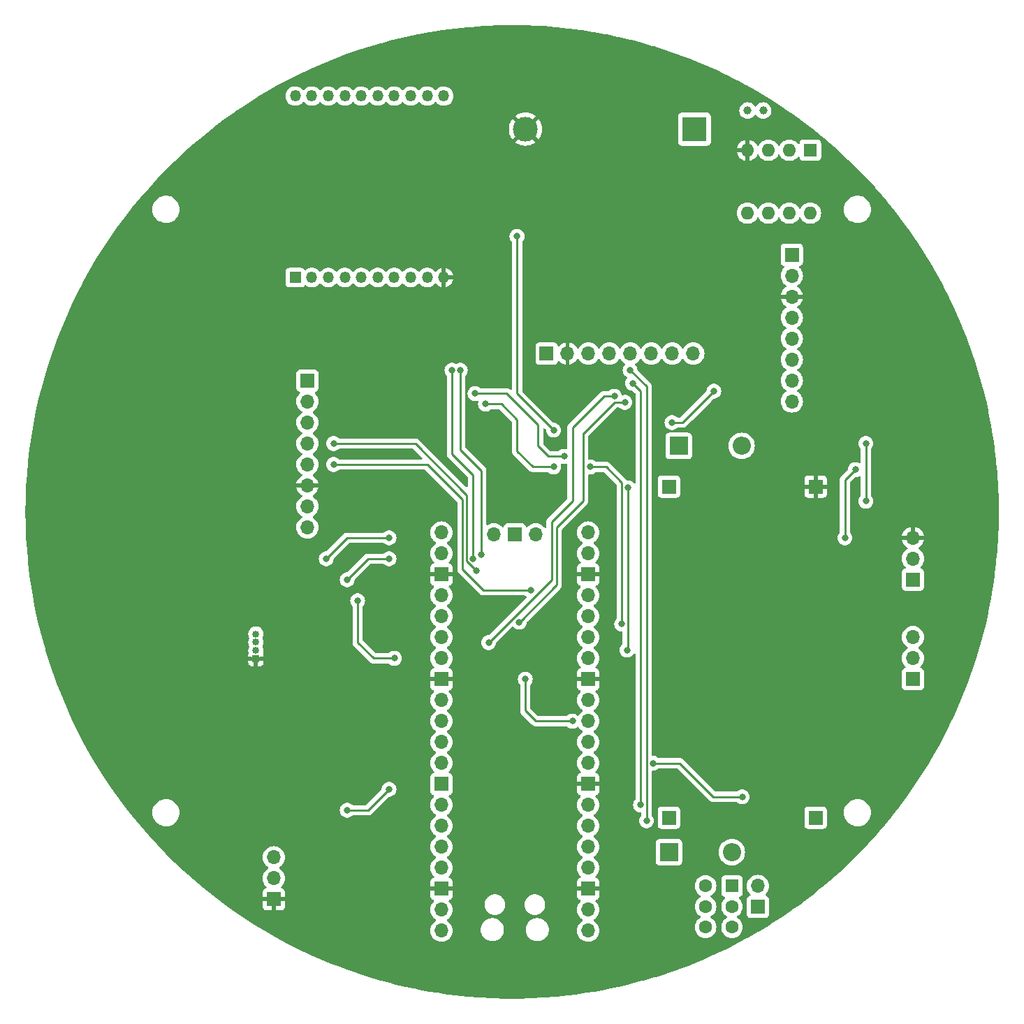
<source format=gbr>
%TF.GenerationSoftware,KiCad,Pcbnew,7.0.9*%
%TF.CreationDate,2023-11-24T18:00:18+01:00*%
%TF.ProjectId,astrasat1,61737472-6173-4617-9431-2e6b69636164,v1*%
%TF.SameCoordinates,Original*%
%TF.FileFunction,Copper,L2,Bot*%
%TF.FilePolarity,Positive*%
%FSLAX46Y46*%
G04 Gerber Fmt 4.6, Leading zero omitted, Abs format (unit mm)*
G04 Created by KiCad (PCBNEW 7.0.9) date 2023-11-24 18:00:18*
%MOMM*%
%LPD*%
G01*
G04 APERTURE LIST*
%TA.AperFunction,ComponentPad*%
%ADD10R,1.700000X1.700000*%
%TD*%
%TA.AperFunction,ComponentPad*%
%ADD11O,1.700000X1.700000*%
%TD*%
%TA.AperFunction,ComponentPad*%
%ADD12R,0.850000X0.850000*%
%TD*%
%TA.AperFunction,ComponentPad*%
%ADD13O,0.850000X0.850000*%
%TD*%
%TA.AperFunction,ComponentPad*%
%ADD14R,2.200000X2.200000*%
%TD*%
%TA.AperFunction,ComponentPad*%
%ADD15O,2.200000X2.200000*%
%TD*%
%TA.AperFunction,ComponentPad*%
%ADD16R,3.000000X3.000000*%
%TD*%
%TA.AperFunction,ComponentPad*%
%ADD17C,3.000000*%
%TD*%
%TA.AperFunction,ComponentPad*%
%ADD18O,1.600000X1.600000*%
%TD*%
%TA.AperFunction,ComponentPad*%
%ADD19R,1.600000X1.600000*%
%TD*%
%TA.AperFunction,ComponentPad*%
%ADD20R,1.350000X1.350000*%
%TD*%
%TA.AperFunction,ComponentPad*%
%ADD21O,1.350000X1.350000*%
%TD*%
%TA.AperFunction,ComponentPad*%
%ADD22C,1.000000*%
%TD*%
%TA.AperFunction,ComponentPad*%
%ADD23C,1.600000*%
%TD*%
%TA.AperFunction,ViaPad*%
%ADD24C,0.800000*%
%TD*%
%TA.AperFunction,Conductor*%
%ADD25C,0.250000*%
%TD*%
G04 APERTURE END LIST*
D10*
%TO.P,U2,1,GND*%
%TO.N,GND1*%
X122925000Y-141315000D03*
D11*
%TO.P,U2,2,+5V*%
%TO.N,VSYS*%
X122925000Y-138775000D03*
%TO.P,U2,3,A*%
%TO.N,/GPIO26*%
X122925000Y-136235000D03*
%TD*%
%TO.P,U6,8,5V*%
%TO.N,unconnected-(U6-5V-Pad8)*%
X127000000Y-96230000D03*
%TO.P,U6,7,3V*%
%TO.N,3V3*%
X127000000Y-93690000D03*
%TO.P,U6,6,GND*%
%TO.N,GND1*%
X127000000Y-91150000D03*
%TO.P,U6,5,CLK*%
%TO.N,/GPIO10*%
X127000000Y-88610000D03*
%TO.P,U6,4,DO*%
%TO.N,/GPIO8*%
X127000000Y-86070000D03*
%TO.P,U6,3,DI*%
%TO.N,/GPIO11*%
X127000000Y-83530000D03*
%TO.P,U6,2,CS*%
%TO.N,/GPIO9*%
X127000000Y-80990000D03*
D10*
%TO.P,U6,1,CD*%
%TO.N,unconnected-(U6-CD-Pad1)*%
X127000000Y-78450000D03*
%TD*%
D12*
%TO.P,U1,1,GND*%
%TO.N,GND1*%
X120755000Y-112158000D03*
D13*
%TO.P,U1,2,TX*%
%TO.N,/GPIO17*%
X120755000Y-111158000D03*
%TO.P,U1,3,RX*%
%TO.N,/GPIO16*%
X120755000Y-110158000D03*
%TO.P,U1,4,VCC*%
%TO.N,VSYS*%
X120755000Y-109158000D03*
%TD*%
D10*
%TO.P,MainBT1,1,+*%
%TO.N,Net-(MainBT1-+)*%
X181610000Y-142240000D03*
D11*
%TO.P,MainBT1,2,-*%
%TO.N,GND2*%
X181610000Y-139700000D03*
%TD*%
D14*
%TO.P,D2,1,K*%
%TO.N,Net-(BigM1-+)*%
X170815000Y-135600000D03*
D15*
%TO.P,D2,2,A*%
%TO.N,Net-(D2-A)*%
X178435000Y-135600000D03*
%TD*%
D10*
%TO.P,U9,4,OUT+*%
%TO.N,Net-(D1-A)*%
X170815000Y-91294000D03*
%TO.P,U9,3,OUT-*%
%TO.N,GND1*%
X188595000Y-91294000D03*
%TO.P,U9,2,IN-*%
%TO.N,GND2*%
X188595000Y-131426000D03*
%TO.P,U9,1,IN+*%
%TO.N,Net-(BigM1-+)*%
X170815000Y-131426000D03*
%TD*%
D11*
%TO.P,U5,1,GPIO0*%
%TO.N,/GPIO0*%
X161025000Y-145125000D03*
%TO.P,U5,2,GPIO1*%
%TO.N,/GPIO1*%
X161025000Y-142585000D03*
D10*
%TO.P,U5,3,GND*%
%TO.N,GND1*%
X161025000Y-140045000D03*
D11*
%TO.P,U5,4,GPIO2*%
%TO.N,/GPIO2*%
X161025000Y-137505000D03*
%TO.P,U5,5,GPIO3*%
%TO.N,/GPIO3*%
X161025000Y-134965000D03*
%TO.P,U5,6,GPIO4*%
%TO.N,unconnected-(U5-GPIO4-Pad6)*%
X161025000Y-132425000D03*
%TO.P,U5,7,GPIO5*%
%TO.N,unconnected-(U5-GPIO5-Pad7)*%
X161025000Y-129885000D03*
D10*
%TO.P,U5,8,GND*%
%TO.N,GND1*%
X161025000Y-127345000D03*
D11*
%TO.P,U5,9,GPIO6*%
%TO.N,/GPIO6*%
X161025000Y-124805000D03*
%TO.P,U5,10,GPIO7*%
%TO.N,/GPIO7*%
X161025000Y-122265000D03*
%TO.P,U5,11,GPIO8*%
%TO.N,/GPIO8*%
X161025000Y-119725000D03*
%TO.P,U5,12,GPIO9*%
%TO.N,/GPIO9*%
X161025000Y-117185000D03*
D10*
%TO.P,U5,13,GND*%
%TO.N,GND1*%
X161025000Y-114645000D03*
D11*
%TO.P,U5,14,GPIO10*%
%TO.N,/GPIO10*%
X161025000Y-112105000D03*
%TO.P,U5,15,GPIO11*%
%TO.N,/GPIO11*%
X161025000Y-109565000D03*
%TO.P,U5,16,GPIO12*%
%TO.N,/GPIO12*%
X161025000Y-107025000D03*
%TO.P,U5,17,GPIO13*%
%TO.N,/GPIO13*%
X161025000Y-104485000D03*
D10*
%TO.P,U5,18,GND*%
%TO.N,GND1*%
X161025000Y-101945000D03*
D11*
%TO.P,U5,19,GPIO14*%
%TO.N,unconnected-(U5-GPIO14-Pad19)*%
X161025000Y-99405000D03*
%TO.P,U5,20,GPIO15*%
%TO.N,unconnected-(U5-GPIO15-Pad20)*%
X161025000Y-96865000D03*
%TO.P,U5,21,GPIO16*%
%TO.N,/GPIO16*%
X143245000Y-96865000D03*
%TO.P,U5,22,GPIO17*%
%TO.N,/GPIO17*%
X143245000Y-99405000D03*
D10*
%TO.P,U5,23,GND*%
%TO.N,GND1*%
X143245000Y-101945000D03*
D11*
%TO.P,U5,24,GPIO18*%
%TO.N,unconnected-(U5-GPIO18-Pad24)*%
X143245000Y-104485000D03*
%TO.P,U5,25,GPIO19*%
%TO.N,unconnected-(U5-GPIO19-Pad25)*%
X143245000Y-107025000D03*
%TO.P,U5,26,GPIO20*%
%TO.N,/GPIO20*%
X143245000Y-109565000D03*
%TO.P,U5,27,GPIO21*%
%TO.N,/GPIO21*%
X143245000Y-112105000D03*
D10*
%TO.P,U5,28,GND*%
%TO.N,GND1*%
X143245000Y-114645000D03*
D11*
%TO.P,U5,29,GPIO22*%
%TO.N,/GPIO22*%
X143245000Y-117185000D03*
%TO.P,U5,30,RUN*%
%TO.N,unconnected-(U5-RUN-Pad30)*%
X143245000Y-119725000D03*
%TO.P,U5,31,GPIO26_ADC0*%
%TO.N,/GPIO26*%
X143245000Y-122265000D03*
%TO.P,U5,32,GPIO27_ADC1*%
%TO.N,unconnected-(U5-GPIO27_ADC1-Pad32)*%
X143245000Y-124805000D03*
D10*
%TO.P,U5,33,AGND*%
%TO.N,unconnected-(U5-AGND-Pad33)*%
X143245000Y-127345000D03*
D11*
%TO.P,U5,34,GPIO28_ADC2*%
%TO.N,unconnected-(U5-GPIO28_ADC2-Pad34)*%
X143245000Y-129885000D03*
%TO.P,U5,35,ADC_VREF*%
%TO.N,unconnected-(U5-ADC_VREF-Pad35)*%
X143245000Y-132425000D03*
%TO.P,U5,36,3V3*%
%TO.N,3V3*%
X143245000Y-134965000D03*
%TO.P,U5,37,3V3_EN*%
%TO.N,unconnected-(U5-3V3_EN-Pad37)*%
X143245000Y-137505000D03*
D10*
%TO.P,U5,38,GND*%
%TO.N,GND1*%
X143245000Y-140045000D03*
D11*
%TO.P,U5,39,VSYS*%
%TO.N,VSYS*%
X143245000Y-142585000D03*
%TO.P,U5,40,VBUS*%
%TO.N,unconnected-(U5-VBUS-Pad40)*%
X143245000Y-145125000D03*
%TO.P,U5,41,SWCLK*%
%TO.N,unconnected-(U5-SWCLK-Pad41)*%
X154675000Y-97095000D03*
D10*
%TO.P,U5,42,GND*%
%TO.N,unconnected-(U5-GND-Pad42)*%
X152135000Y-97095000D03*
D11*
%TO.P,U5,43,SWDIO*%
%TO.N,unconnected-(U5-SWDIO-Pad43)*%
X149595000Y-97095000D03*
%TD*%
D16*
%TO.P,CellBT1,1,+*%
%TO.N,Net-(CellBT1-+)*%
X173910000Y-47970001D03*
D17*
%TO.P,CellBT1,2,-*%
%TO.N,GND1*%
X153420000Y-47970001D03*
%TD*%
D18*
%TO.P,U3,8,VCC1*%
%TO.N,VSYS*%
X187960000Y-58140000D03*
%TO.P,U3,7,SCLK*%
%TO.N,/GPIO21*%
X185420000Y-58140000D03*
%TO.P,U3,6,I/O*%
%TO.N,/GPIO20*%
X182880000Y-58140000D03*
%TO.P,U3,5,CE*%
%TO.N,/GPIO22*%
X180340000Y-58140000D03*
%TO.P,U3,4,GND*%
%TO.N,GND1*%
X180340000Y-50520000D03*
%TO.P,U3,3,X2*%
%TO.N,Net-(U3-X2)*%
X182880000Y-50520000D03*
%TO.P,U3,2,X1*%
%TO.N,Net-(U3-X1)*%
X185420000Y-50520000D03*
D19*
%TO.P,U3,1,VCC2*%
%TO.N,Net-(CellBT1-+)*%
X187960000Y-50520000D03*
%TD*%
D10*
%TO.P,BigM1,1,PWM*%
%TO.N,/GPIO6*%
X200395000Y-114630000D03*
D11*
%TO.P,BigM1,2,+*%
%TO.N,Net-(BigM1-+)*%
X200395000Y-112090000D03*
%TO.P,BigM1,3,-*%
%TO.N,GND2*%
X200395000Y-109550000D03*
%TD*%
D20*
%TO.P,U4,1,VCC*%
%TO.N,3V3*%
X125520000Y-65955000D03*
D21*
%TO.P,U4,2,DOUT*%
%TO.N,/GPIO0*%
X127520000Y-65955000D03*
%TO.P,U4,3,DIN/~{CON}*%
%TO.N,/GPIO1*%
X129520000Y-65955000D03*
%TO.P,U4,4,DI012*%
%TO.N,unconnected-(U4-DI012-Pad4)*%
X131520000Y-65955000D03*
%TO.P,U4,5,~{RESET}*%
%TO.N,unconnected-(U4-~{RESET}-Pad5)*%
X133520000Y-65955000D03*
%TO.P,U4,6,DIO10*%
%TO.N,unconnected-(U4-DIO10-Pad6)*%
X135520000Y-65955000D03*
%TO.P,U4,7,DIO11*%
%TO.N,unconnected-(U4-DIO11-Pad7)*%
X137520000Y-65955000D03*
%TO.P,U4,8,RESERV*%
%TO.N,unconnected-(U4-RESERV-Pad8)*%
X139520000Y-65955000D03*
%TO.P,U4,9,DIO8*%
%TO.N,unconnected-(U4-DIO8-Pad9)*%
X141520000Y-65955000D03*
%TO.P,U4,10,GND*%
%TO.N,GND1*%
X143520000Y-65955000D03*
%TO.P,U4,11,DIO4*%
%TO.N,unconnected-(U4-DIO4-Pad11)*%
X143520000Y-43955000D03*
%TO.P,U4,12,DIO7*%
%TO.N,unconnected-(U4-DIO7-Pad12)*%
X141520000Y-43955000D03*
%TO.P,U4,13,ON/~{SLP}*%
%TO.N,unconnected-(U4-ON{slash}~{SLP}-Pad13)*%
X139520000Y-43955000D03*
%TO.P,U4,14,VREF*%
%TO.N,unconnected-(U4-VREF-Pad14)*%
X137520000Y-43955000D03*
%TO.P,U4,15,DIO5*%
%TO.N,unconnected-(U4-DIO5-Pad15)*%
X135520000Y-43955000D03*
%TO.P,U4,16,DIO6*%
%TO.N,unconnected-(U4-DIO6-Pad16)*%
X133520000Y-43955000D03*
%TO.P,U4,17,AD3/DIO3*%
%TO.N,unconnected-(U4-AD3{slash}DIO3-Pad17)*%
X131520000Y-43955000D03*
%TO.P,U4,18,AD2/DIO2*%
%TO.N,unconnected-(U4-AD2{slash}DIO2-Pad18)*%
X129520000Y-43955000D03*
%TO.P,U4,19,AD1/DIO1*%
%TO.N,unconnected-(U4-AD1{slash}DIO1-Pad19)*%
X127520000Y-43955000D03*
%TO.P,U4,20,BTN*%
%TO.N,unconnected-(U4-BTN-Pad20)*%
X125520000Y-43955000D03*
%TD*%
D22*
%TO.P,Y1,2,2*%
%TO.N,Net-(U3-X1)*%
X182240000Y-45720000D03*
%TO.P,Y1,1,1*%
%TO.N,Net-(U3-X2)*%
X180340000Y-45720000D03*
%TD*%
D10*
%TO.P,SmallM1,1,PWM*%
%TO.N,/GPIO7*%
X200395000Y-102565000D03*
D11*
%TO.P,SmallM1,2,+*%
%TO.N,VSYS*%
X200395000Y-100025000D03*
%TO.P,SmallM1,3,-*%
%TO.N,GND1*%
X200395000Y-97485000D03*
%TD*%
D23*
%TO.P,SW1,6*%
%TO.N,N/C*%
X175260000Y-144700000D03*
%TO.P,SW1,5*%
X175260000Y-142200000D03*
%TO.P,SW1,4*%
X175260000Y-139700000D03*
%TO.P,SW1,3,C*%
%TO.N,unconnected-(SW1-C-Pad3)*%
X178460000Y-144700000D03*
%TO.P,SW1,2,B*%
%TO.N,Net-(MainBT1-+)*%
X178460000Y-142200000D03*
D19*
%TO.P,SW1,1,A*%
%TO.N,Net-(D2-A)*%
X178460000Y-139700000D03*
%TD*%
D10*
%TO.P,U7,1,Vin*%
%TO.N,3V3*%
X185710000Y-63190000D03*
D11*
%TO.P,U7,2,3Vo*%
%TO.N,unconnected-(U7-3Vo-Pad2)*%
X185710000Y-65730000D03*
%TO.P,U7,3,GND*%
%TO.N,GND1*%
X185710000Y-68270000D03*
%TO.P,U7,4,SCK*%
%TO.N,/GPIO13*%
X185710000Y-70810000D03*
%TO.P,U7,5,SDO*%
%TO.N,unconnected-(U7-SDO-Pad5)*%
X185710000Y-73350000D03*
%TO.P,U7,6,SDI*%
%TO.N,/GPIO12*%
X185710000Y-75890000D03*
%TO.P,U7,7,CS*%
%TO.N,unconnected-(U7-CS-Pad7)*%
X185710000Y-78430000D03*
%TO.P,U7,8,INT*%
%TO.N,unconnected-(U7-INT-Pad8)*%
X185710000Y-80970000D03*
%TD*%
D10*
%TO.P,U8,1,VCC*%
%TO.N,3V3*%
X155985000Y-75175000D03*
D11*
%TO.P,U8,2,GND*%
%TO.N,GND1*%
X158525000Y-75175000D03*
%TO.P,U8,3,SCL*%
%TO.N,/GPIO3*%
X161065000Y-75175000D03*
%TO.P,U8,4,SDA*%
%TO.N,/GPIO2*%
X163605000Y-75175000D03*
%TO.P,U8,5,XDA*%
%TO.N,unconnected-(U8-XDA-Pad5)*%
X166145000Y-75175000D03*
%TO.P,U8,6,XCL*%
%TO.N,unconnected-(U8-XCL-Pad6)*%
X168685000Y-75175000D03*
%TO.P,U8,7,AD0*%
%TO.N,unconnected-(U8-AD0-Pad7)*%
X171225000Y-75175000D03*
%TO.P,U8,8,INT*%
%TO.N,unconnected-(U8-INT-Pad8)*%
X173765000Y-75175000D03*
%TD*%
D14*
%TO.P,D1,1,K*%
%TO.N,VSYS*%
X172005000Y-86360000D03*
D15*
%TO.P,D1,2,A*%
%TO.N,Net-(D1-A)*%
X179625000Y-86360000D03*
%TD*%
D24*
%TO.N,/GPIO22*%
X148960000Y-110200000D03*
X164200000Y-80355000D03*
%TO.N,/GPIO20*%
X165470000Y-81079500D03*
X152680500Y-107732098D03*
%TO.N,/GPIO21*%
X176265000Y-79720000D03*
X171185000Y-83530000D03*
X133085000Y-105120000D03*
X137530000Y-112105000D03*
%TO.N,VSYS*%
X156845000Y-84455000D03*
X152400000Y-60960000D03*
%TO.N,/GPIO0*%
X144515000Y-77180000D03*
X147055000Y-100040000D03*
%TO.N,/GPIO1*%
X148071000Y-99532000D03*
X145531000Y-77180000D03*
%TO.N,/GPIO2*%
X168099500Y-131790000D03*
X166105000Y-77180000D03*
%TO.N,/GPIO3*%
X167375000Y-129885000D03*
X166422500Y-78767500D03*
%TO.N,/GPIO6*%
X179705000Y-128905000D03*
X168859200Y-124815600D03*
%TO.N,/GPIO8*%
X153405000Y-114645000D03*
X159120000Y-119725000D03*
X130175000Y-86070000D03*
X147495201Y-101504799D03*
%TO.N,/GPIO9*%
X165735000Y-111125000D03*
X158115000Y-87630000D03*
X165824500Y-91440000D03*
X147320000Y-80010000D03*
%TO.N,/GPIO10*%
X130175000Y-88610000D03*
X154040000Y-103850000D03*
%TO.N,/GPIO11*%
X148590000Y-81280000D03*
X161290000Y-88900000D03*
X156845000Y-88900000D03*
X165100000Y-107950000D03*
%TO.N,/GPIO12*%
X194680000Y-86070000D03*
X194680000Y-93055000D03*
%TO.N,/GPIO13*%
X193410000Y-89245000D03*
X192140000Y-97500000D03*
%TO.N,/GPIO16*%
X136895000Y-97500000D03*
X129275000Y-100040000D03*
%TO.N,/GPIO17*%
X136895000Y-100040000D03*
X131815000Y-102580000D03*
%TO.N,/GPIO26*%
X131815000Y-130520000D03*
X136895000Y-127980000D03*
%TD*%
D25*
%TO.N,/GPIO8*%
X146330000Y-100339598D02*
X147495201Y-101504799D01*
X130175000Y-86070000D02*
X140070000Y-86070000D01*
X140070000Y-86070000D02*
X146330000Y-92330000D01*
X146330000Y-92330000D02*
X146330000Y-100339598D01*
%TO.N,/GPIO10*%
X141525000Y-88610000D02*
X145785000Y-92870000D01*
X145785000Y-101310000D02*
X148325000Y-103850000D01*
X130175000Y-88610000D02*
X141525000Y-88610000D01*
X145785000Y-92870000D02*
X145785000Y-101310000D01*
X148325000Y-103850000D02*
X154040000Y-103850000D01*
%TO.N,/GPIO22*%
X148960000Y-110200000D02*
X156580000Y-102580000D01*
X156580000Y-95595000D02*
X159120000Y-93055000D01*
X162930000Y-80355000D02*
X164200000Y-80355000D01*
X159120000Y-84165000D02*
X162930000Y-80355000D01*
X159120000Y-93055000D02*
X159120000Y-84165000D01*
X156580000Y-102580000D02*
X156580000Y-95595000D01*
%TO.N,/GPIO20*%
X152697902Y-107732098D02*
X157215000Y-103215000D01*
X160390000Y-93055000D02*
X160390000Y-84800000D01*
X165469500Y-81080000D02*
X165470000Y-81079500D01*
X157215000Y-96230000D02*
X160390000Y-93055000D01*
X157215000Y-103215000D02*
X157215000Y-96230000D01*
X152680500Y-107732098D02*
X152697902Y-107732098D01*
X160480000Y-84800000D02*
X164200000Y-81080000D01*
X160390000Y-84800000D02*
X160480000Y-84800000D01*
X164200000Y-81080000D02*
X165469500Y-81080000D01*
%TO.N,/GPIO21*%
X134990000Y-112105000D02*
X137530000Y-112105000D01*
X133085000Y-110200000D02*
X134990000Y-112105000D01*
X133085000Y-105120000D02*
X133085000Y-110200000D01*
X176265000Y-79720000D02*
X173090000Y-82895000D01*
X172455000Y-83530000D02*
X171185000Y-83530000D01*
X173090000Y-82895000D02*
X172455000Y-83530000D01*
%TO.N,VSYS*%
X152400000Y-60960000D02*
X152400000Y-80010000D01*
X152400000Y-80010000D02*
X156845000Y-84455000D01*
%TO.N,/GPIO0*%
X144515000Y-77180000D02*
X144515000Y-87340000D01*
X144515000Y-87340000D02*
X147055000Y-89880000D01*
X147055000Y-89880000D02*
X147055000Y-100040000D01*
%TO.N,/GPIO1*%
X148071000Y-89372000D02*
X145531000Y-86832000D01*
X145531000Y-86832000D02*
X145531000Y-77180000D01*
X148071000Y-99532000D02*
X148071000Y-89372000D01*
%TO.N,/GPIO2*%
X168100000Y-131789500D02*
X168099500Y-131790000D01*
X166105000Y-77180000D02*
X168100000Y-79175000D01*
X168100000Y-79175000D02*
X168100000Y-131789500D01*
%TO.N,/GPIO3*%
X167375000Y-79720000D02*
X166422500Y-78767500D01*
X167375000Y-129885000D02*
X167375000Y-79720000D01*
%TO.N,/GPIO6*%
X172085000Y-124815600D02*
X176174400Y-128905000D01*
X176174400Y-128905000D02*
X179705000Y-128905000D01*
X168859200Y-124815600D02*
X172085000Y-124815600D01*
%TO.N,/GPIO8*%
X153405000Y-114645000D02*
X153405000Y-118455000D01*
X153405000Y-118455000D02*
X154675000Y-119725000D01*
X154675000Y-119725000D02*
X159120000Y-119725000D01*
%TO.N,/GPIO9*%
X154940000Y-86360000D02*
X156210000Y-87630000D01*
X156210000Y-87630000D02*
X158115000Y-87630000D01*
X165824500Y-111035500D02*
X165735000Y-111125000D01*
X154940000Y-83820000D02*
X154940000Y-86360000D01*
X147320000Y-80010000D02*
X151130000Y-80010000D01*
X151130000Y-80010000D02*
X154940000Y-83820000D01*
X165824500Y-91440000D02*
X165824500Y-111035500D01*
%TO.N,/GPIO11*%
X150495000Y-81280000D02*
X148590000Y-81280000D01*
X163195000Y-88900000D02*
X165020000Y-90725000D01*
X165020000Y-90725000D02*
X165100000Y-90805000D01*
X152400000Y-83185000D02*
X150495000Y-81280000D01*
X154305000Y-88900000D02*
X152400000Y-86995000D01*
X152400000Y-86995000D02*
X152400000Y-83185000D01*
X165100000Y-90805000D02*
X165100000Y-107950000D01*
X156845000Y-88900000D02*
X154305000Y-88900000D01*
X161290000Y-88900000D02*
X163195000Y-88900000D01*
%TO.N,/GPIO12*%
X194680000Y-86070000D02*
X194680000Y-93055000D01*
%TO.N,/GPIO13*%
X192140000Y-90515000D02*
X192140000Y-97500000D01*
X193410000Y-89245000D02*
X192140000Y-90515000D01*
%TO.N,/GPIO16*%
X131815000Y-97500000D02*
X136895000Y-97500000D01*
X129275000Y-100040000D02*
X131815000Y-97500000D01*
%TO.N,/GPIO17*%
X131815000Y-102580000D02*
X134355000Y-100040000D01*
X134355000Y-100040000D02*
X136895000Y-100040000D01*
%TO.N,/GPIO26*%
X131815000Y-130520000D02*
X134355000Y-130520000D01*
X134355000Y-130520000D02*
X136895000Y-127980000D01*
%TD*%
%TA.AperFunction,Conductor*%
%TO.N,GND1*%
G36*
X152620702Y-35366504D02*
G01*
X153989324Y-35402047D01*
X154154204Y-35407422D01*
X155515282Y-35478162D01*
X155686189Y-35488200D01*
X157038769Y-35593767D01*
X157215558Y-35608782D01*
X158559117Y-35748821D01*
X158741247Y-35769085D01*
X160075110Y-35943223D01*
X160262200Y-35968992D01*
X161585783Y-36176865D01*
X161777467Y-36208378D01*
X163090039Y-36449594D01*
X163285984Y-36487078D01*
X164586848Y-36761232D01*
X164786737Y-36804901D01*
X166075357Y-37111619D01*
X166200611Y-37142425D01*
X166278727Y-37161637D01*
X167554434Y-37500505D01*
X167760914Y-37557035D01*
X168801005Y-37862433D01*
X169023025Y-37927625D01*
X169077013Y-37943930D01*
X169232253Y-37990813D01*
X170480279Y-38392742D01*
X170691887Y-38462720D01*
X171925112Y-38895528D01*
X172138642Y-38972372D01*
X173356375Y-39435588D01*
X173571803Y-39519521D01*
X174182077Y-39769987D01*
X174773424Y-40012685D01*
X174990120Y-40103687D01*
X176175129Y-40626379D01*
X176314832Y-40689381D01*
X176392853Y-40724567D01*
X176742898Y-40889952D01*
X177560581Y-41276281D01*
X177778854Y-41381646D01*
X178928805Y-41961946D01*
X179147344Y-42074556D01*
X180182864Y-42631297D01*
X180278826Y-42682891D01*
X180497359Y-42802808D01*
X180704832Y-42921398D01*
X181609925Y-43438745D01*
X181752949Y-43522151D01*
X181827945Y-43565886D01*
X182920884Y-44228828D01*
X183138261Y-44363306D01*
X184147294Y-45011773D01*
X184211033Y-45052735D01*
X184427368Y-45194497D01*
X185479533Y-45909947D01*
X185571062Y-45973397D01*
X185694456Y-46058936D01*
X186725396Y-46799809D01*
X186938587Y-46955979D01*
X187947759Y-47721706D01*
X188159026Y-47885097D01*
X189145987Y-48675171D01*
X189278330Y-48783153D01*
X189354829Y-48845570D01*
X189601832Y-49054047D01*
X190305066Y-49647596D01*
X190318995Y-49659352D01*
X190372593Y-49705462D01*
X190525276Y-49836816D01*
X190843642Y-50120000D01*
X191466239Y-50673796D01*
X191572340Y-50770000D01*
X191669529Y-50858123D01*
X192543945Y-51677547D01*
X192586738Y-51717648D01*
X192786872Y-51908854D01*
X193679906Y-52790370D01*
X193876456Y-52988205D01*
X194744802Y-53891044D01*
X194937684Y-54095586D01*
X195780921Y-55019156D01*
X195840143Y-55085332D01*
X195969667Y-55230065D01*
X196684286Y-56054779D01*
X196787409Y-56173789D01*
X196971874Y-56391059D01*
X197352729Y-56854364D01*
X197763618Y-57354206D01*
X197863690Y-57478501D01*
X197943530Y-57577667D01*
X198708894Y-58559622D01*
X198883997Y-58789108D01*
X199622652Y-59789303D01*
X199792619Y-60024530D01*
X200504167Y-61042287D01*
X200668841Y-61283177D01*
X200903903Y-61638706D01*
X201335919Y-62292127D01*
X201352858Y-62317746D01*
X201512059Y-62564182D01*
X202168178Y-63614867D01*
X202321681Y-63866649D01*
X202723978Y-64549725D01*
X202943495Y-64922454D01*
X202949596Y-64932812D01*
X203018163Y-65052171D01*
X203097135Y-65189645D01*
X203696578Y-66270700D01*
X203837938Y-66532340D01*
X204408570Y-67627549D01*
X204499316Y-67806513D01*
X204543591Y-67893828D01*
X205085068Y-69002397D01*
X205213640Y-69273241D01*
X205725662Y-70394411D01*
X205847586Y-70669544D01*
X206329936Y-71802707D01*
X206445010Y-72081805D01*
X206897423Y-73226207D01*
X207005532Y-73509123D01*
X207427764Y-74664011D01*
X207528765Y-74950513D01*
X207920613Y-76115202D01*
X207923917Y-76125413D01*
X208014339Y-76404944D01*
X208375591Y-77578670D01*
X208461963Y-77871540D01*
X208792443Y-79053611D01*
X208858549Y-79301395D01*
X208870949Y-79347876D01*
X208871290Y-79349153D01*
X208930254Y-79583340D01*
X209170839Y-80538874D01*
X209242090Y-80836941D01*
X209510527Y-82033480D01*
X209574099Y-82333844D01*
X209811286Y-83536462D01*
X209867089Y-83838829D01*
X210072894Y-85046716D01*
X210120880Y-85350970D01*
X210295192Y-86563340D01*
X210335276Y-86869095D01*
X210478022Y-88085290D01*
X210510150Y-88392253D01*
X210621248Y-89611453D01*
X210645388Y-89919457D01*
X210724783Y-91140919D01*
X210740891Y-91449562D01*
X210788546Y-92672591D01*
X210796605Y-92981617D01*
X210814500Y-94360000D01*
X210796605Y-95738382D01*
X210788546Y-96047408D01*
X210740891Y-97270437D01*
X210724783Y-97579080D01*
X210645388Y-98800542D01*
X210621248Y-99108546D01*
X210510150Y-100327746D01*
X210478022Y-100634709D01*
X210335276Y-101850904D01*
X210295192Y-102156659D01*
X210120880Y-103369029D01*
X210072894Y-103673283D01*
X209867089Y-104881170D01*
X209811286Y-105183537D01*
X209574099Y-106386155D01*
X209510527Y-106686519D01*
X209242090Y-107883058D01*
X209170839Y-108181125D01*
X208871291Y-109370843D01*
X208792443Y-109666388D01*
X208461963Y-110848459D01*
X208375591Y-111141329D01*
X208014339Y-112315055D01*
X207920615Y-112604793D01*
X207528765Y-113769486D01*
X207427764Y-114055988D01*
X207005532Y-115210876D01*
X206897423Y-115493792D01*
X206445010Y-116638194D01*
X206329936Y-116917292D01*
X205847586Y-118050455D01*
X205725662Y-118325588D01*
X205213640Y-119446758D01*
X205085068Y-119717602D01*
X204543591Y-120826171D01*
X204408570Y-121092450D01*
X203837938Y-122187659D01*
X203696578Y-122449299D01*
X203097138Y-123530350D01*
X202949603Y-123787175D01*
X202321681Y-124853350D01*
X202168178Y-125105132D01*
X201512059Y-126155817D01*
X201352858Y-126402253D01*
X200668841Y-127436822D01*
X200504167Y-127677712D01*
X199792619Y-128695469D01*
X199622652Y-128930696D01*
X198883997Y-129930891D01*
X198708894Y-130160377D01*
X197943530Y-131142332D01*
X197763612Y-131365801D01*
X196971874Y-132328940D01*
X196787409Y-132546210D01*
X196305092Y-133102834D01*
X195992580Y-133463493D01*
X195969683Y-133489917D01*
X195780921Y-133700843D01*
X194937668Y-134624431D01*
X194744838Y-134828918D01*
X193876458Y-135731793D01*
X193679906Y-135929629D01*
X192786872Y-136811145D01*
X192586738Y-137002351D01*
X191669530Y-137861875D01*
X191466228Y-138046213D01*
X190525276Y-138883183D01*
X190319014Y-139060631D01*
X189354829Y-139874429D01*
X189145938Y-140044868D01*
X188159026Y-140834902D01*
X187947759Y-140998293D01*
X186938587Y-141764020D01*
X186725396Y-141920190D01*
X185694456Y-142661063D01*
X185479491Y-142810081D01*
X184427392Y-143525486D01*
X184211050Y-143667253D01*
X183138265Y-144356690D01*
X182920884Y-144491171D01*
X181827945Y-145154113D01*
X181609877Y-145281282D01*
X180497359Y-145917191D01*
X180278826Y-146037108D01*
X179147371Y-146645429D01*
X178928762Y-146758075D01*
X177778880Y-147338340D01*
X177560529Y-147443743D01*
X176392853Y-147995432D01*
X176175078Y-148093643D01*
X174990143Y-148616302D01*
X174773430Y-148707311D01*
X173571803Y-149200478D01*
X173356375Y-149284411D01*
X172138686Y-149747611D01*
X171925073Y-149824484D01*
X170691890Y-150257278D01*
X170480212Y-150327279D01*
X169232290Y-150729174D01*
X169023025Y-150792374D01*
X167760925Y-151162961D01*
X167554356Y-151219515D01*
X166278725Y-151558362D01*
X166075369Y-151608377D01*
X164786774Y-151915090D01*
X164586859Y-151958765D01*
X163286015Y-152232915D01*
X163090002Y-152270412D01*
X161777502Y-152511614D01*
X161585718Y-152543144D01*
X160262229Y-152751003D01*
X160075089Y-152776779D01*
X158741242Y-152950915D01*
X158559089Y-152971181D01*
X157215572Y-153111215D01*
X157038731Y-153126235D01*
X155686220Y-153231797D01*
X155515146Y-153241844D01*
X154154235Y-153312576D01*
X153989281Y-153317953D01*
X152620725Y-153353493D01*
X152462763Y-153354524D01*
X152462036Y-153354529D01*
X151086604Y-153354529D01*
X150934759Y-153351559D01*
X149552942Y-153315674D01*
X149408385Y-153309074D01*
X148020813Y-153236956D01*
X147883865Y-153227121D01*
X146491227Y-153118427D01*
X146362292Y-153105781D01*
X144965234Y-152960167D01*
X144844651Y-152945157D01*
X143443899Y-152762286D01*
X143331892Y-152745368D01*
X141928208Y-152524914D01*
X141825142Y-152506587D01*
X140419204Y-152248214D01*
X140325384Y-152228995D01*
X138917885Y-151932367D01*
X138833712Y-151912825D01*
X137425217Y-151577574D01*
X137351298Y-151558368D01*
X135942338Y-151184105D01*
X135922760Y-151178470D01*
X135878700Y-151165787D01*
X135050843Y-150922706D01*
X134470143Y-150752197D01*
X134417326Y-150735491D01*
X133009723Y-150282171D01*
X132967795Y-150267697D01*
X131561918Y-149774295D01*
X131531645Y-149762952D01*
X130682195Y-149439828D01*
X130127918Y-149228986D01*
X130122266Y-149226698D01*
X130109002Y-149221330D01*
X128708508Y-148646544D01*
X128701689Y-148643575D01*
X127305722Y-148027833D01*
X125920730Y-147373468D01*
X124553193Y-146683368D01*
X123204032Y-145957999D01*
X121874157Y-145197849D01*
X121754057Y-145125000D01*
X141889341Y-145125000D01*
X141909936Y-145360403D01*
X141909938Y-145360413D01*
X141971094Y-145588655D01*
X141971096Y-145588659D01*
X141971097Y-145588663D01*
X142037912Y-145731947D01*
X142070965Y-145802830D01*
X142070967Y-145802834D01*
X142155543Y-145923620D01*
X142206505Y-145996401D01*
X142373599Y-146163495D01*
X142457260Y-146222075D01*
X142567165Y-146299032D01*
X142567167Y-146299033D01*
X142567170Y-146299035D01*
X142781337Y-146398903D01*
X143009592Y-146460063D01*
X143197918Y-146476539D01*
X143244999Y-146480659D01*
X143245000Y-146480659D01*
X143245001Y-146480659D01*
X143284234Y-146477226D01*
X143480408Y-146460063D01*
X143708663Y-146398903D01*
X143922830Y-146299035D01*
X144116401Y-146163495D01*
X144283495Y-145996401D01*
X144419035Y-145802830D01*
X144518903Y-145588663D01*
X144580063Y-145360408D01*
X144600659Y-145125000D01*
X144589285Y-144995000D01*
X148004700Y-144995000D01*
X148007359Y-145027097D01*
X148011955Y-145082567D01*
X148015819Y-145173523D01*
X148015820Y-145173534D01*
X148020939Y-145197284D01*
X148022120Y-145205233D01*
X148023865Y-145226301D01*
X148046205Y-145314519D01*
X148066046Y-145406582D01*
X148073883Y-145426084D01*
X148076458Y-145433987D01*
X148080844Y-145451303D01*
X148118655Y-145537504D01*
X148154934Y-145627787D01*
X148154935Y-145627788D01*
X148164232Y-145642888D01*
X148168218Y-145650495D01*
X148174076Y-145663850D01*
X148227275Y-145745277D01*
X148279930Y-145830794D01*
X148286543Y-145838308D01*
X148297263Y-145852402D01*
X148299738Y-145856189D01*
X148301021Y-145858153D01*
X148369027Y-145932028D01*
X148437436Y-146009755D01*
X148442564Y-146013895D01*
X148455882Y-146026377D01*
X148458216Y-146028913D01*
X148539933Y-146092515D01*
X148622920Y-146159523D01*
X148622922Y-146159524D01*
X148625678Y-146161064D01*
X148641360Y-146171460D01*
X148641367Y-146171465D01*
X148641371Y-146171467D01*
X148641374Y-146171470D01*
X148734885Y-146222075D01*
X148735162Y-146222225D01*
X148831046Y-146275790D01*
X148833849Y-146277058D01*
X148840695Y-146280097D01*
X148840794Y-146279873D01*
X148845490Y-146281932D01*
X148845497Y-146281936D01*
X148949276Y-146317563D01*
X149055829Y-146355211D01*
X149056398Y-146355308D01*
X149061129Y-146356312D01*
X149065007Y-146357294D01*
X149065019Y-146357298D01*
X149176324Y-146375871D01*
X149290791Y-146395499D01*
X149290800Y-146395500D01*
X149526044Y-146395500D01*
X149526049Y-146395500D01*
X149559073Y-146389988D01*
X149582469Y-146386085D01*
X149587407Y-146385463D01*
X149647541Y-146380346D01*
X149699615Y-146366786D01*
X149705017Y-146365634D01*
X149754981Y-146357298D01*
X149812186Y-146337658D01*
X149816663Y-146336309D01*
X149878249Y-146320275D01*
X149884249Y-146317563D01*
X149889262Y-146315296D01*
X149924297Y-146299459D01*
X149929681Y-146297322D01*
X149974503Y-146281936D01*
X150030554Y-146251601D01*
X150034527Y-146249632D01*
X150043156Y-146245730D01*
X150095486Y-146222077D01*
X150134647Y-146195608D01*
X150139820Y-146192469D01*
X150178626Y-146171470D01*
X150231532Y-146130290D01*
X150234850Y-146127881D01*
X150293003Y-146088579D01*
X150324770Y-146058131D01*
X150329548Y-146054002D01*
X150361784Y-146028913D01*
X150364109Y-146026388D01*
X150379420Y-146009755D01*
X150409389Y-145977198D01*
X150412101Y-145974432D01*
X150465118Y-145923621D01*
X150489329Y-145890883D01*
X150493540Y-145885785D01*
X150518979Y-145858153D01*
X150559206Y-145796578D01*
X150561241Y-145793652D01*
X150606879Y-145731947D01*
X150623733Y-145698517D01*
X150627170Y-145692552D01*
X150645924Y-145663849D01*
X150676805Y-145593445D01*
X150678174Y-145590538D01*
X150714207Y-145519074D01*
X150724208Y-145486413D01*
X150726701Y-145479694D01*
X150739157Y-145451300D01*
X150758827Y-145373621D01*
X150759635Y-145370732D01*
X150784016Y-145291123D01*
X150787936Y-145260508D01*
X150789330Y-145253170D01*
X150796134Y-145226305D01*
X150803132Y-145141845D01*
X150814298Y-145054654D01*
X150813126Y-145027079D01*
X150813281Y-145019355D01*
X150815300Y-144995000D01*
X153454700Y-144995000D01*
X153457359Y-145027097D01*
X153461955Y-145082567D01*
X153465819Y-145173523D01*
X153465820Y-145173534D01*
X153470939Y-145197284D01*
X153472120Y-145205233D01*
X153473865Y-145226301D01*
X153496205Y-145314519D01*
X153516046Y-145406582D01*
X153523883Y-145426084D01*
X153526458Y-145433987D01*
X153530844Y-145451303D01*
X153568655Y-145537504D01*
X153604934Y-145627787D01*
X153604935Y-145627788D01*
X153614232Y-145642888D01*
X153618218Y-145650495D01*
X153624076Y-145663850D01*
X153677275Y-145745277D01*
X153729930Y-145830794D01*
X153736543Y-145838308D01*
X153747263Y-145852402D01*
X153749738Y-145856189D01*
X153751021Y-145858153D01*
X153819027Y-145932028D01*
X153887436Y-146009755D01*
X153892564Y-146013895D01*
X153905882Y-146026377D01*
X153908216Y-146028913D01*
X153989933Y-146092515D01*
X154072920Y-146159523D01*
X154072922Y-146159524D01*
X154075678Y-146161064D01*
X154091360Y-146171460D01*
X154091367Y-146171465D01*
X154091371Y-146171467D01*
X154091374Y-146171470D01*
X154184885Y-146222075D01*
X154185162Y-146222225D01*
X154281046Y-146275790D01*
X154283849Y-146277058D01*
X154290695Y-146280097D01*
X154290794Y-146279873D01*
X154295490Y-146281932D01*
X154295497Y-146281936D01*
X154399276Y-146317563D01*
X154505829Y-146355211D01*
X154506398Y-146355308D01*
X154511129Y-146356312D01*
X154515007Y-146357294D01*
X154515019Y-146357298D01*
X154626324Y-146375871D01*
X154740791Y-146395499D01*
X154740800Y-146395500D01*
X154976044Y-146395500D01*
X154976049Y-146395500D01*
X155009073Y-146389988D01*
X155032469Y-146386085D01*
X155037407Y-146385463D01*
X155097541Y-146380346D01*
X155149615Y-146366786D01*
X155155017Y-146365634D01*
X155204981Y-146357298D01*
X155262186Y-146337658D01*
X155266663Y-146336309D01*
X155328249Y-146320275D01*
X155334249Y-146317563D01*
X155339262Y-146315296D01*
X155374297Y-146299459D01*
X155379681Y-146297322D01*
X155424503Y-146281936D01*
X155480554Y-146251601D01*
X155484527Y-146249632D01*
X155493156Y-146245730D01*
X155545486Y-146222077D01*
X155584647Y-146195608D01*
X155589820Y-146192469D01*
X155628626Y-146171470D01*
X155681532Y-146130290D01*
X155684850Y-146127881D01*
X155743003Y-146088579D01*
X155774770Y-146058131D01*
X155779548Y-146054002D01*
X155811784Y-146028913D01*
X155814109Y-146026388D01*
X155829420Y-146009755D01*
X155859389Y-145977198D01*
X155862101Y-145974432D01*
X155915118Y-145923621D01*
X155939329Y-145890883D01*
X155943540Y-145885785D01*
X155968979Y-145858153D01*
X156009206Y-145796578D01*
X156011241Y-145793652D01*
X156056879Y-145731947D01*
X156073733Y-145698517D01*
X156077170Y-145692552D01*
X156095924Y-145663849D01*
X156126805Y-145593445D01*
X156128174Y-145590538D01*
X156164207Y-145519074D01*
X156174208Y-145486413D01*
X156176701Y-145479694D01*
X156189157Y-145451300D01*
X156208827Y-145373621D01*
X156209635Y-145370732D01*
X156234016Y-145291123D01*
X156237936Y-145260508D01*
X156239330Y-145253170D01*
X156246134Y-145226305D01*
X156253132Y-145141845D01*
X156264298Y-145054654D01*
X156263126Y-145027079D01*
X156263281Y-145019355D01*
X156265300Y-144995000D01*
X156262962Y-144966788D01*
X156258044Y-144907432D01*
X156254180Y-144816474D01*
X156254180Y-144816468D01*
X156249059Y-144792709D01*
X156247879Y-144784762D01*
X156246134Y-144763695D01*
X156246133Y-144763692D01*
X156246133Y-144763688D01*
X156223794Y-144675480D01*
X156223794Y-144675479D01*
X156203954Y-144583419D01*
X156196115Y-144563912D01*
X156193541Y-144556015D01*
X156189157Y-144538700D01*
X156151344Y-144452495D01*
X156115064Y-144362210D01*
X156105768Y-144347112D01*
X156101779Y-144339500D01*
X156095924Y-144326151D01*
X156042724Y-144244721D01*
X155990071Y-144159208D01*
X155990070Y-144159207D01*
X155990069Y-144159205D01*
X155983451Y-144151686D01*
X155972727Y-144137584D01*
X155968978Y-144131845D01*
X155900972Y-144057971D01*
X155832565Y-143980246D01*
X155827439Y-143976107D01*
X155814117Y-143963621D01*
X155811785Y-143961088D01*
X155811783Y-143961086D01*
X155730066Y-143897484D01*
X155647080Y-143830477D01*
X155647073Y-143830472D01*
X155644311Y-143828929D01*
X155628643Y-143818542D01*
X155628634Y-143818535D01*
X155628628Y-143818532D01*
X155628626Y-143818530D01*
X155534837Y-143767774D01*
X155438954Y-143714210D01*
X155438953Y-143714209D01*
X155438952Y-143714209D01*
X155436381Y-143713047D01*
X155429284Y-143709898D01*
X155429188Y-143710119D01*
X155424506Y-143708065D01*
X155320723Y-143672436D01*
X155214168Y-143634788D01*
X155214160Y-143634786D01*
X155213612Y-143634692D01*
X155208889Y-143633691D01*
X155204989Y-143632703D01*
X155093675Y-143614128D01*
X154979209Y-143594500D01*
X154979200Y-143594500D01*
X154976049Y-143594500D01*
X154743951Y-143594500D01*
X154743950Y-143594500D01*
X154687533Y-143603913D01*
X154682587Y-143604535D01*
X154680099Y-143604747D01*
X154622469Y-143609652D01*
X154622461Y-143609653D01*
X154570397Y-143623208D01*
X154564981Y-143624363D01*
X154515013Y-143632703D01*
X154457840Y-143652331D01*
X154453330Y-143653690D01*
X154391749Y-143669725D01*
X154391744Y-143669727D01*
X154345711Y-143690535D01*
X154340304Y-143692680D01*
X154295503Y-143708060D01*
X154295498Y-143708063D01*
X154239448Y-143738395D01*
X154235478Y-143740363D01*
X154174514Y-143767922D01*
X154135359Y-143794385D01*
X154130149Y-143797544D01*
X154091379Y-143818526D01*
X154091367Y-143818533D01*
X154038487Y-143859692D01*
X154035124Y-143862133D01*
X153977001Y-143901417D01*
X153976994Y-143901422D01*
X153945248Y-143931847D01*
X153940430Y-143936011D01*
X153908218Y-143961085D01*
X153908209Y-143961093D01*
X153860613Y-144012795D01*
X153857900Y-144015564D01*
X153804882Y-144066378D01*
X153804880Y-144066380D01*
X153780681Y-144099098D01*
X153776448Y-144104223D01*
X153751022Y-144131845D01*
X153710797Y-144193412D01*
X153708741Y-144196367D01*
X153663124Y-144258047D01*
X153663120Y-144258054D01*
X153646268Y-144291475D01*
X153642811Y-144297472D01*
X153624076Y-144326149D01*
X153593219Y-144396496D01*
X153591805Y-144399497D01*
X153587269Y-144408496D01*
X153555790Y-144470931D01*
X153545792Y-144503573D01*
X153543288Y-144510323D01*
X153530845Y-144538691D01*
X153530845Y-144538692D01*
X153511178Y-144616347D01*
X153510358Y-144619279D01*
X153485984Y-144698876D01*
X153485983Y-144698879D01*
X153482063Y-144729485D01*
X153480668Y-144736830D01*
X153473867Y-144763688D01*
X153473864Y-144763705D01*
X153466867Y-144848154D01*
X153455702Y-144935344D01*
X153455701Y-144935344D01*
X153456872Y-144962900D01*
X153456716Y-144970655D01*
X153454700Y-144994995D01*
X153454700Y-144995000D01*
X150815300Y-144995000D01*
X150812962Y-144966788D01*
X150808044Y-144907432D01*
X150804180Y-144816474D01*
X150804180Y-144816468D01*
X150799059Y-144792709D01*
X150797879Y-144784762D01*
X150796134Y-144763695D01*
X150796133Y-144763692D01*
X150796133Y-144763688D01*
X150773794Y-144675480D01*
X150773794Y-144675479D01*
X150753954Y-144583419D01*
X150746115Y-144563912D01*
X150743541Y-144556015D01*
X150739157Y-144538700D01*
X150701344Y-144452495D01*
X150665064Y-144362210D01*
X150655768Y-144347112D01*
X150651779Y-144339500D01*
X150645924Y-144326151D01*
X150592724Y-144244721D01*
X150540071Y-144159208D01*
X150540070Y-144159207D01*
X150540069Y-144159205D01*
X150533451Y-144151686D01*
X150522727Y-144137584D01*
X150518978Y-144131845D01*
X150450972Y-144057971D01*
X150382565Y-143980246D01*
X150377439Y-143976107D01*
X150364117Y-143963621D01*
X150361785Y-143961088D01*
X150361783Y-143961086D01*
X150280066Y-143897484D01*
X150197080Y-143830477D01*
X150197073Y-143830472D01*
X150194311Y-143828929D01*
X150178643Y-143818542D01*
X150178634Y-143818535D01*
X150178628Y-143818532D01*
X150178626Y-143818530D01*
X150084837Y-143767774D01*
X149988954Y-143714210D01*
X149988953Y-143714209D01*
X149988952Y-143714209D01*
X149986381Y-143713047D01*
X149979284Y-143709898D01*
X149979188Y-143710119D01*
X149974506Y-143708065D01*
X149870723Y-143672436D01*
X149764168Y-143634788D01*
X149764160Y-143634786D01*
X149763612Y-143634692D01*
X149758889Y-143633691D01*
X149754989Y-143632703D01*
X149643675Y-143614128D01*
X149529209Y-143594500D01*
X149529200Y-143594500D01*
X149526049Y-143594500D01*
X149293951Y-143594500D01*
X149293950Y-143594500D01*
X149237533Y-143603913D01*
X149232587Y-143604535D01*
X149230099Y-143604747D01*
X149172469Y-143609652D01*
X149172461Y-143609653D01*
X149120397Y-143623208D01*
X149114981Y-143624363D01*
X149065013Y-143632703D01*
X149007840Y-143652331D01*
X149003330Y-143653690D01*
X148941749Y-143669725D01*
X148941744Y-143669727D01*
X148895711Y-143690535D01*
X148890304Y-143692680D01*
X148845503Y-143708060D01*
X148845498Y-143708063D01*
X148789448Y-143738395D01*
X148785478Y-143740363D01*
X148724514Y-143767922D01*
X148685359Y-143794385D01*
X148680149Y-143797544D01*
X148641379Y-143818526D01*
X148641367Y-143818533D01*
X148588487Y-143859692D01*
X148585124Y-143862133D01*
X148527001Y-143901417D01*
X148526994Y-143901422D01*
X148495248Y-143931847D01*
X148490430Y-143936011D01*
X148458218Y-143961085D01*
X148458209Y-143961093D01*
X148410613Y-144012795D01*
X148407900Y-144015564D01*
X148354882Y-144066378D01*
X148354880Y-144066380D01*
X148330681Y-144099098D01*
X148326448Y-144104223D01*
X148301022Y-144131845D01*
X148260797Y-144193412D01*
X148258741Y-144196367D01*
X148213124Y-144258047D01*
X148213120Y-144258054D01*
X148196268Y-144291475D01*
X148192811Y-144297472D01*
X148174076Y-144326149D01*
X148143219Y-144396496D01*
X148141805Y-144399497D01*
X148137269Y-144408496D01*
X148105790Y-144470931D01*
X148095792Y-144503573D01*
X148093288Y-144510323D01*
X148080845Y-144538691D01*
X148080845Y-144538692D01*
X148061178Y-144616347D01*
X148060358Y-144619279D01*
X148035984Y-144698876D01*
X148035983Y-144698879D01*
X148032063Y-144729485D01*
X148030668Y-144736830D01*
X148023867Y-144763688D01*
X148023864Y-144763705D01*
X148016867Y-144848154D01*
X148005702Y-144935344D01*
X148005701Y-144935344D01*
X148006872Y-144962900D01*
X148006716Y-144970655D01*
X148004700Y-144994995D01*
X148004700Y-144995000D01*
X144589285Y-144995000D01*
X144580063Y-144889592D01*
X144518903Y-144661337D01*
X144419035Y-144447171D01*
X144383553Y-144396496D01*
X144283494Y-144253597D01*
X144116402Y-144086506D01*
X144116396Y-144086501D01*
X143930842Y-143956575D01*
X143887217Y-143901998D01*
X143880023Y-143832500D01*
X143911546Y-143770145D01*
X143930842Y-143753425D01*
X143986848Y-143714209D01*
X144116401Y-143623495D01*
X144283495Y-143456401D01*
X144419035Y-143262830D01*
X144518903Y-143048663D01*
X144580063Y-142820408D01*
X144600659Y-142585000D01*
X144599290Y-142569358D01*
X144589588Y-142458464D01*
X144580063Y-142349592D01*
X144518903Y-142121337D01*
X144446003Y-141965003D01*
X148454723Y-141965003D01*
X148456688Y-141987470D01*
X148456862Y-141995660D01*
X148455709Y-142021324D01*
X148455710Y-142021328D01*
X148466641Y-142102031D01*
X148466966Y-142104949D01*
X148473792Y-142182972D01*
X148473795Y-142182987D01*
X148480482Y-142207941D01*
X148482034Y-142215670D01*
X148485924Y-142244381D01*
X148485926Y-142244392D01*
X148510075Y-142318713D01*
X148510997Y-142321825D01*
X148530423Y-142394324D01*
X148530427Y-142394336D01*
X148542736Y-142420732D01*
X148545512Y-142427779D01*
X148555483Y-142458464D01*
X148590970Y-142524411D01*
X148592558Y-142527576D01*
X148622898Y-142592639D01*
X148633899Y-142608350D01*
X148641490Y-142619191D01*
X148645303Y-142625378D01*
X148662146Y-142656678D01*
X148662152Y-142656687D01*
X148706792Y-142712663D01*
X148709106Y-142715758D01*
X148735510Y-142753465D01*
X148748402Y-142771877D01*
X148748405Y-142771880D01*
X148773646Y-142797121D01*
X148778282Y-142802308D01*
X148802492Y-142832666D01*
X148853959Y-142877632D01*
X148857008Y-142880483D01*
X148903116Y-142926592D01*
X148903122Y-142926597D01*
X148903123Y-142926598D01*
X148914802Y-142934775D01*
X148935055Y-142948957D01*
X148940290Y-142953057D01*
X148972004Y-142980765D01*
X148972013Y-142980771D01*
X149027849Y-143014131D01*
X149031613Y-143016568D01*
X149082359Y-143052101D01*
X149082364Y-143052104D01*
X149104917Y-143062620D01*
X149120677Y-143069969D01*
X149126271Y-143072935D01*
X149163349Y-143095088D01*
X149165236Y-143096215D01*
X149183828Y-143103192D01*
X149223083Y-143117925D01*
X149227503Y-143119782D01*
X149280670Y-143144575D01*
X149280674Y-143144577D01*
X149311069Y-143152720D01*
X149324677Y-143156366D01*
X149330413Y-143158207D01*
X149347264Y-143164531D01*
X149375976Y-143175307D01*
X149433545Y-143185754D01*
X149438511Y-143186868D01*
X149492023Y-143201207D01*
X149540689Y-143205464D01*
X149546306Y-143206218D01*
X149597453Y-143215500D01*
X149652691Y-143215500D01*
X149658092Y-143215735D01*
X149686548Y-143218225D01*
X149709998Y-143220277D01*
X149710000Y-143220277D01*
X149762992Y-143215640D01*
X149766121Y-143215500D01*
X149766155Y-143215500D01*
X149820172Y-143210638D01*
X149927977Y-143201207D01*
X149928000Y-143201200D01*
X149928475Y-143201117D01*
X149933713Y-143200419D01*
X149934188Y-143200377D01*
X150037997Y-143171726D01*
X150139330Y-143144575D01*
X150139337Y-143144571D01*
X150146254Y-143142053D01*
X150150948Y-143140554D01*
X150151170Y-143140493D01*
X150151181Y-143140487D01*
X150151183Y-143140487D01*
X150245454Y-143095088D01*
X150337639Y-143052102D01*
X150337644Y-143052097D01*
X150342327Y-143049395D01*
X150342400Y-143049522D01*
X150353164Y-143043218D01*
X150353973Y-143042829D01*
X150436156Y-142983118D01*
X150516877Y-142926598D01*
X150517747Y-142925727D01*
X150532550Y-142913084D01*
X150536078Y-142910522D01*
X150604131Y-142839343D01*
X150671598Y-142771877D01*
X150674285Y-142768039D01*
X150686239Y-142753465D01*
X150691629Y-142747828D01*
X150691628Y-142747828D01*
X150691632Y-142747825D01*
X150744164Y-142668241D01*
X150797102Y-142592639D01*
X150800543Y-142585259D01*
X150809432Y-142569364D01*
X150815635Y-142559968D01*
X150851889Y-142475146D01*
X150889575Y-142394330D01*
X150892570Y-142383148D01*
X150898325Y-142366505D01*
X150904103Y-142352988D01*
X150923936Y-142266092D01*
X150946207Y-142182977D01*
X150947887Y-142163766D01*
X150949206Y-142155377D01*
X150949445Y-142154325D01*
X150954191Y-142133537D01*
X150958050Y-142047602D01*
X150965277Y-141965003D01*
X153304723Y-141965003D01*
X153306688Y-141987470D01*
X153306862Y-141995660D01*
X153305709Y-142021324D01*
X153305710Y-142021328D01*
X153316641Y-142102031D01*
X153316966Y-142104949D01*
X153323792Y-142182972D01*
X153323795Y-142182987D01*
X153330482Y-142207941D01*
X153332034Y-142215670D01*
X153335924Y-142244381D01*
X153335926Y-142244392D01*
X153360075Y-142318713D01*
X153360997Y-142321825D01*
X153380423Y-142394324D01*
X153380427Y-142394336D01*
X153392736Y-142420732D01*
X153395512Y-142427779D01*
X153405483Y-142458464D01*
X153440970Y-142524411D01*
X153442558Y-142527576D01*
X153472898Y-142592639D01*
X153483899Y-142608350D01*
X153491490Y-142619191D01*
X153495303Y-142625378D01*
X153512146Y-142656678D01*
X153512152Y-142656687D01*
X153556792Y-142712663D01*
X153559106Y-142715758D01*
X153585510Y-142753465D01*
X153598402Y-142771877D01*
X153598405Y-142771880D01*
X153623646Y-142797121D01*
X153628282Y-142802308D01*
X153652492Y-142832666D01*
X153703959Y-142877632D01*
X153707008Y-142880483D01*
X153753116Y-142926592D01*
X153753122Y-142926597D01*
X153753123Y-142926598D01*
X153764802Y-142934775D01*
X153785055Y-142948957D01*
X153790290Y-142953057D01*
X153822004Y-142980765D01*
X153822013Y-142980771D01*
X153877849Y-143014131D01*
X153881613Y-143016568D01*
X153932359Y-143052101D01*
X153932364Y-143052104D01*
X153954917Y-143062620D01*
X153970677Y-143069969D01*
X153976271Y-143072935D01*
X154013349Y-143095088D01*
X154015236Y-143096215D01*
X154033828Y-143103192D01*
X154073083Y-143117925D01*
X154077503Y-143119782D01*
X154130670Y-143144575D01*
X154130674Y-143144577D01*
X154161069Y-143152720D01*
X154174677Y-143156366D01*
X154180413Y-143158207D01*
X154197264Y-143164531D01*
X154225976Y-143175307D01*
X154283545Y-143185754D01*
X154288511Y-143186868D01*
X154342023Y-143201207D01*
X154390689Y-143205464D01*
X154396306Y-143206218D01*
X154447453Y-143215500D01*
X154502691Y-143215500D01*
X154508092Y-143215735D01*
X154536548Y-143218225D01*
X154559998Y-143220277D01*
X154560000Y-143220277D01*
X154612992Y-143215640D01*
X154616121Y-143215500D01*
X154616155Y-143215500D01*
X154670172Y-143210638D01*
X154777977Y-143201207D01*
X154778000Y-143201200D01*
X154778475Y-143201117D01*
X154783713Y-143200419D01*
X154784188Y-143200377D01*
X154887997Y-143171726D01*
X154989330Y-143144575D01*
X154989337Y-143144571D01*
X154996254Y-143142053D01*
X155000948Y-143140554D01*
X155001170Y-143140493D01*
X155001181Y-143140487D01*
X155001183Y-143140487D01*
X155095454Y-143095088D01*
X155187639Y-143052102D01*
X155187644Y-143052097D01*
X155192327Y-143049395D01*
X155192400Y-143049522D01*
X155203164Y-143043218D01*
X155203973Y-143042829D01*
X155286156Y-142983118D01*
X155366877Y-142926598D01*
X155367747Y-142925727D01*
X155382550Y-142913084D01*
X155386078Y-142910522D01*
X155454131Y-142839343D01*
X155521598Y-142771877D01*
X155524285Y-142768039D01*
X155536239Y-142753465D01*
X155541629Y-142747828D01*
X155541628Y-142747828D01*
X155541632Y-142747825D01*
X155594164Y-142668241D01*
X155647102Y-142592639D01*
X155650543Y-142585259D01*
X155659432Y-142569364D01*
X155665635Y-142559968D01*
X155701889Y-142475146D01*
X155739575Y-142394330D01*
X155742570Y-142383148D01*
X155748325Y-142366505D01*
X155754103Y-142352988D01*
X155773936Y-142266092D01*
X155796207Y-142182977D01*
X155797887Y-142163766D01*
X155799206Y-142155377D01*
X155799445Y-142154325D01*
X155804191Y-142133537D01*
X155808050Y-142047602D01*
X155815277Y-141965000D01*
X155813310Y-141942528D01*
X155813137Y-141934334D01*
X155814290Y-141908670D01*
X155803353Y-141827939D01*
X155803034Y-141825067D01*
X155796207Y-141747023D01*
X155789515Y-141722053D01*
X155787963Y-141714322D01*
X155787865Y-141713600D01*
X155784075Y-141685613D01*
X155759921Y-141611276D01*
X155758998Y-141608161D01*
X155739576Y-141535673D01*
X155739574Y-141535669D01*
X155727266Y-141509274D01*
X155724488Y-141502222D01*
X155714519Y-141471541D01*
X155714517Y-141471537D01*
X155714517Y-141471536D01*
X155701988Y-141448253D01*
X155679027Y-141405583D01*
X155677432Y-141402405D01*
X155662338Y-141370036D01*
X155647102Y-141337362D01*
X155628512Y-141310813D01*
X155624698Y-141304625D01*
X155624359Y-141303995D01*
X155607852Y-141273319D01*
X155563192Y-141217318D01*
X155560896Y-141214247D01*
X155521598Y-141158123D01*
X155496353Y-141132878D01*
X155491715Y-141127689D01*
X155467508Y-141097334D01*
X155459866Y-141090657D01*
X155416039Y-141052366D01*
X155412990Y-141049515D01*
X155366878Y-141003402D01*
X155334940Y-140981039D01*
X155329705Y-140976939D01*
X155325495Y-140973261D01*
X155297996Y-140949235D01*
X155297994Y-140949233D01*
X155297992Y-140949232D01*
X155242149Y-140915868D01*
X155238386Y-140913431D01*
X155187641Y-140877899D01*
X155149333Y-140860035D01*
X155143735Y-140857067D01*
X155104769Y-140833787D01*
X155104767Y-140833786D01*
X155046928Y-140812079D01*
X155042515Y-140810226D01*
X154989330Y-140785425D01*
X154945321Y-140773632D01*
X154939581Y-140771790D01*
X154894025Y-140754692D01*
X154836456Y-140744245D01*
X154831480Y-140743128D01*
X154777977Y-140728793D01*
X154729327Y-140724536D01*
X154723659Y-140723775D01*
X154672551Y-140714500D01*
X154672547Y-140714500D01*
X154617309Y-140714500D01*
X154611907Y-140714264D01*
X154583451Y-140711774D01*
X154560002Y-140709723D01*
X154559997Y-140709723D01*
X154507050Y-140714355D01*
X154503862Y-140714499D01*
X154503851Y-140714500D01*
X154503845Y-140714500D01*
X154457671Y-140718655D01*
X154449826Y-140719361D01*
X154342020Y-140728793D01*
X154341468Y-140728891D01*
X154336275Y-140729581D01*
X154335812Y-140729622D01*
X154335809Y-140729623D01*
X154232002Y-140758273D01*
X154130659Y-140785428D01*
X154123739Y-140787946D01*
X154119050Y-140789444D01*
X154118849Y-140789499D01*
X154118832Y-140789505D01*
X154024528Y-140834919D01*
X153932358Y-140877899D01*
X153927670Y-140880606D01*
X153927598Y-140880481D01*
X153916871Y-140886764D01*
X153916030Y-140887168D01*
X153833831Y-140946889D01*
X153753123Y-141003401D01*
X153752241Y-141004284D01*
X153737461Y-141016906D01*
X153733928Y-141019472D01*
X153733916Y-141019483D01*
X153702477Y-141052366D01*
X153665868Y-141090656D01*
X153643379Y-141113144D01*
X153598403Y-141158120D01*
X153598402Y-141158121D01*
X153595711Y-141161965D01*
X153583773Y-141176521D01*
X153578368Y-141182174D01*
X153564142Y-141203726D01*
X153525828Y-141261768D01*
X153472898Y-141337362D01*
X153472891Y-141337374D01*
X153469457Y-141344738D01*
X153460572Y-141360628D01*
X153454362Y-141370035D01*
X153454362Y-141370036D01*
X153418108Y-141454859D01*
X153380425Y-141535669D01*
X153380424Y-141535671D01*
X153377425Y-141546860D01*
X153371681Y-141563475D01*
X153365899Y-141577005D01*
X153365896Y-141577016D01*
X153346063Y-141663907D01*
X153323793Y-141747022D01*
X153323793Y-141747023D01*
X153322112Y-141766226D01*
X153320793Y-141774625D01*
X153315809Y-141796459D01*
X153315809Y-141796463D01*
X153314976Y-141815000D01*
X153311949Y-141882397D01*
X153304723Y-141964996D01*
X153304723Y-141965003D01*
X150965277Y-141965003D01*
X150965277Y-141965000D01*
X150963310Y-141942528D01*
X150963137Y-141934334D01*
X150964290Y-141908670D01*
X150953353Y-141827939D01*
X150953034Y-141825067D01*
X150946207Y-141747023D01*
X150939515Y-141722053D01*
X150937963Y-141714322D01*
X150937865Y-141713600D01*
X150934075Y-141685613D01*
X150909921Y-141611276D01*
X150908998Y-141608161D01*
X150889576Y-141535673D01*
X150889574Y-141535669D01*
X150877266Y-141509274D01*
X150874488Y-141502222D01*
X150864519Y-141471541D01*
X150864517Y-141471537D01*
X150864517Y-141471536D01*
X150851988Y-141448253D01*
X150829027Y-141405583D01*
X150827432Y-141402405D01*
X150812338Y-141370036D01*
X150797102Y-141337362D01*
X150778512Y-141310813D01*
X150774698Y-141304625D01*
X150774359Y-141303995D01*
X150757852Y-141273319D01*
X150713192Y-141217318D01*
X150710896Y-141214247D01*
X150671598Y-141158123D01*
X150646353Y-141132878D01*
X150641715Y-141127689D01*
X150617508Y-141097334D01*
X150609866Y-141090657D01*
X150566039Y-141052366D01*
X150562990Y-141049515D01*
X150516878Y-141003402D01*
X150484940Y-140981039D01*
X150479705Y-140976939D01*
X150475495Y-140973261D01*
X150447996Y-140949235D01*
X150447994Y-140949233D01*
X150447992Y-140949232D01*
X150392149Y-140915868D01*
X150388386Y-140913431D01*
X150337641Y-140877899D01*
X150299333Y-140860035D01*
X150293735Y-140857067D01*
X150254769Y-140833787D01*
X150254767Y-140833786D01*
X150196928Y-140812079D01*
X150192515Y-140810226D01*
X150139330Y-140785425D01*
X150095321Y-140773632D01*
X150089581Y-140771790D01*
X150044025Y-140754692D01*
X149986456Y-140744245D01*
X149981480Y-140743128D01*
X149927977Y-140728793D01*
X149879327Y-140724536D01*
X149873659Y-140723775D01*
X149822551Y-140714500D01*
X149822547Y-140714500D01*
X149767309Y-140714500D01*
X149761907Y-140714264D01*
X149733451Y-140711774D01*
X149710002Y-140709723D01*
X149709997Y-140709723D01*
X149657050Y-140714355D01*
X149653862Y-140714499D01*
X149653851Y-140714500D01*
X149653845Y-140714500D01*
X149607671Y-140718655D01*
X149599826Y-140719361D01*
X149492020Y-140728793D01*
X149491468Y-140728891D01*
X149486275Y-140729581D01*
X149485812Y-140729622D01*
X149485809Y-140729623D01*
X149382002Y-140758273D01*
X149280659Y-140785428D01*
X149273739Y-140787946D01*
X149269050Y-140789444D01*
X149268849Y-140789499D01*
X149268832Y-140789505D01*
X149174528Y-140834919D01*
X149082358Y-140877899D01*
X149077670Y-140880606D01*
X149077598Y-140880481D01*
X149066871Y-140886764D01*
X149066030Y-140887168D01*
X148983831Y-140946889D01*
X148903123Y-141003401D01*
X148902241Y-141004284D01*
X148887461Y-141016906D01*
X148883928Y-141019472D01*
X148883916Y-141019483D01*
X148852477Y-141052366D01*
X148815868Y-141090656D01*
X148793379Y-141113144D01*
X148748403Y-141158120D01*
X148748402Y-141158121D01*
X148745711Y-141161965D01*
X148733773Y-141176521D01*
X148728368Y-141182174D01*
X148714142Y-141203726D01*
X148675828Y-141261768D01*
X148622898Y-141337362D01*
X148622891Y-141337374D01*
X148619457Y-141344738D01*
X148610572Y-141360628D01*
X148604362Y-141370035D01*
X148604362Y-141370036D01*
X148568108Y-141454859D01*
X148530425Y-141535669D01*
X148530424Y-141535671D01*
X148527425Y-141546860D01*
X148521681Y-141563475D01*
X148515899Y-141577005D01*
X148515896Y-141577016D01*
X148496063Y-141663907D01*
X148473793Y-141747022D01*
X148473793Y-141747023D01*
X148472112Y-141766226D01*
X148470793Y-141774625D01*
X148465809Y-141796459D01*
X148465809Y-141796463D01*
X148464976Y-141815000D01*
X148461949Y-141882397D01*
X148454723Y-141964996D01*
X148454723Y-141965003D01*
X144446003Y-141965003D01*
X144419035Y-141907171D01*
X144401688Y-141882397D01*
X144283496Y-141713600D01*
X144233803Y-141663907D01*
X144161179Y-141591283D01*
X144127696Y-141529963D01*
X144132680Y-141460271D01*
X144174551Y-141404337D01*
X144205529Y-141387422D01*
X144337086Y-141338354D01*
X144337093Y-141338350D01*
X144452187Y-141252190D01*
X144452190Y-141252187D01*
X144538350Y-141137093D01*
X144538354Y-141137086D01*
X144588596Y-141002379D01*
X144588598Y-141002372D01*
X144594999Y-140942844D01*
X144595000Y-140942827D01*
X144595000Y-140295000D01*
X143690572Y-140295000D01*
X143713682Y-140259040D01*
X143755000Y-140118327D01*
X143755000Y-139971673D01*
X143713682Y-139830960D01*
X143690572Y-139795000D01*
X144595000Y-139795000D01*
X144595000Y-139147172D01*
X144594999Y-139147155D01*
X144588598Y-139087627D01*
X144588596Y-139087620D01*
X144538354Y-138952913D01*
X144538350Y-138952906D01*
X144452190Y-138837812D01*
X144452187Y-138837809D01*
X144337093Y-138751649D01*
X144337088Y-138751646D01*
X144205528Y-138702577D01*
X144149595Y-138660705D01*
X144125178Y-138595241D01*
X144140030Y-138526968D01*
X144161175Y-138498720D01*
X144283495Y-138376401D01*
X144419035Y-138182830D01*
X144518903Y-137968663D01*
X144580063Y-137740408D01*
X144600659Y-137505000D01*
X144598690Y-137482500D01*
X144591772Y-137403425D01*
X144580063Y-137269592D01*
X144518903Y-137041337D01*
X144419035Y-136827171D01*
X144405250Y-136807483D01*
X144283494Y-136633597D01*
X144116402Y-136466506D01*
X144116396Y-136466501D01*
X143930842Y-136336575D01*
X143887217Y-136281998D01*
X143880023Y-136212500D01*
X143911546Y-136150145D01*
X143930842Y-136133425D01*
X143984133Y-136096110D01*
X144116401Y-136003495D01*
X144283495Y-135836401D01*
X144419035Y-135642830D01*
X144518903Y-135428663D01*
X144580063Y-135200408D01*
X144600659Y-134965000D01*
X144580063Y-134729592D01*
X144518903Y-134501337D01*
X144419035Y-134287171D01*
X144336665Y-134169533D01*
X144283494Y-134093597D01*
X144116402Y-133926506D01*
X144116396Y-133926501D01*
X143930842Y-133796575D01*
X143887217Y-133741998D01*
X143880023Y-133672500D01*
X143911546Y-133610145D01*
X143930842Y-133593425D01*
X143961401Y-133572027D01*
X144116401Y-133463495D01*
X144283495Y-133296401D01*
X144419035Y-133102830D01*
X144518903Y-132888663D01*
X144580063Y-132660408D01*
X144600659Y-132425000D01*
X144580063Y-132189592D01*
X144518903Y-131961337D01*
X144419035Y-131747171D01*
X144317207Y-131601744D01*
X144283494Y-131553597D01*
X144116402Y-131386506D01*
X144116396Y-131386501D01*
X143930842Y-131256575D01*
X143887217Y-131201998D01*
X143880023Y-131132500D01*
X143911546Y-131070145D01*
X143930842Y-131053425D01*
X144011275Y-130997105D01*
X144116401Y-130923495D01*
X144283495Y-130756401D01*
X144419035Y-130562830D01*
X144518903Y-130348663D01*
X144580063Y-130120408D01*
X144600659Y-129885000D01*
X144580063Y-129649592D01*
X144518903Y-129421337D01*
X144419035Y-129207171D01*
X144404429Y-129186312D01*
X144283496Y-129013600D01*
X144283495Y-129013599D01*
X144161567Y-128891671D01*
X144128084Y-128830351D01*
X144133068Y-128760659D01*
X144174939Y-128704725D01*
X144205915Y-128687810D01*
X144337331Y-128638796D01*
X144452546Y-128552546D01*
X144538796Y-128437331D01*
X144589091Y-128302483D01*
X144595500Y-128242873D01*
X144595499Y-126447128D01*
X144589091Y-126387517D01*
X144541816Y-126260767D01*
X144538797Y-126252671D01*
X144538793Y-126252664D01*
X144452547Y-126137455D01*
X144452544Y-126137452D01*
X144337335Y-126051206D01*
X144337328Y-126051202D01*
X144205917Y-126002189D01*
X144149983Y-125960318D01*
X144125566Y-125894853D01*
X144140418Y-125826580D01*
X144161563Y-125798332D01*
X144283495Y-125676401D01*
X144419035Y-125482830D01*
X144518903Y-125268663D01*
X144580063Y-125040408D01*
X144600659Y-124805000D01*
X144580063Y-124569592D01*
X144518903Y-124341337D01*
X144419035Y-124127171D01*
X144352012Y-124031451D01*
X144283494Y-123933597D01*
X144116402Y-123766506D01*
X144116396Y-123766501D01*
X143930842Y-123636575D01*
X143887217Y-123581998D01*
X143880023Y-123512500D01*
X143911546Y-123450145D01*
X143930842Y-123433425D01*
X143953026Y-123417891D01*
X144116401Y-123303495D01*
X144283495Y-123136401D01*
X144419035Y-122942830D01*
X144518903Y-122728663D01*
X144580063Y-122500408D01*
X144600659Y-122265000D01*
X144580063Y-122029592D01*
X144518903Y-121801337D01*
X144419035Y-121587171D01*
X144283495Y-121393599D01*
X144283494Y-121393597D01*
X144116402Y-121226506D01*
X144116396Y-121226501D01*
X143930842Y-121096575D01*
X143887217Y-121041998D01*
X143880023Y-120972500D01*
X143911546Y-120910145D01*
X143930842Y-120893425D01*
X144026890Y-120826171D01*
X144116401Y-120763495D01*
X144283495Y-120596401D01*
X144419035Y-120402830D01*
X144518903Y-120188663D01*
X144580063Y-119960408D01*
X144600659Y-119725000D01*
X144580063Y-119489592D01*
X144518903Y-119261337D01*
X144419035Y-119047171D01*
X144344590Y-118940851D01*
X144283494Y-118853597D01*
X144116402Y-118686506D01*
X144116396Y-118686501D01*
X143930842Y-118556575D01*
X143887217Y-118501998D01*
X143880023Y-118432500D01*
X143911546Y-118370145D01*
X143930842Y-118353425D01*
X143970597Y-118325588D01*
X144116401Y-118223495D01*
X144283495Y-118056401D01*
X144419035Y-117862830D01*
X144518903Y-117648663D01*
X144580063Y-117420408D01*
X144600659Y-117185000D01*
X144580063Y-116949592D01*
X144530167Y-116763376D01*
X144518905Y-116721344D01*
X144518904Y-116721343D01*
X144518903Y-116721337D01*
X144419035Y-116507171D01*
X144283495Y-116313599D01*
X144161179Y-116191283D01*
X144127696Y-116129963D01*
X144132680Y-116060271D01*
X144174551Y-116004337D01*
X144205529Y-115987422D01*
X144337086Y-115938354D01*
X144337093Y-115938350D01*
X144452187Y-115852190D01*
X144452190Y-115852187D01*
X144538350Y-115737093D01*
X144538354Y-115737086D01*
X144588596Y-115602379D01*
X144588598Y-115602372D01*
X144594999Y-115542844D01*
X144595000Y-115542827D01*
X144595000Y-114895000D01*
X143690572Y-114895000D01*
X143713682Y-114859040D01*
X143755000Y-114718327D01*
X143755000Y-114645000D01*
X152499540Y-114645000D01*
X152519326Y-114833256D01*
X152519327Y-114833259D01*
X152577818Y-115013277D01*
X152577821Y-115013284D01*
X152672467Y-115177216D01*
X152702775Y-115210876D01*
X152747650Y-115260715D01*
X152777880Y-115323706D01*
X152779500Y-115343687D01*
X152779500Y-118372255D01*
X152777775Y-118387872D01*
X152778061Y-118387899D01*
X152777326Y-118395665D01*
X152779500Y-118464814D01*
X152779500Y-118494343D01*
X152779501Y-118494360D01*
X152780368Y-118501231D01*
X152780826Y-118507050D01*
X152782290Y-118553624D01*
X152782291Y-118553627D01*
X152787880Y-118572867D01*
X152791824Y-118591911D01*
X152794336Y-118611791D01*
X152811490Y-118655119D01*
X152813382Y-118660647D01*
X152826381Y-118705388D01*
X152836580Y-118722634D01*
X152845138Y-118740103D01*
X152852514Y-118758732D01*
X152879898Y-118796423D01*
X152883106Y-118801307D01*
X152906827Y-118841416D01*
X152906833Y-118841424D01*
X152920990Y-118855580D01*
X152933628Y-118870376D01*
X152945405Y-118886586D01*
X152945406Y-118886587D01*
X152981309Y-118916288D01*
X152985620Y-118920210D01*
X154025812Y-119960403D01*
X154174197Y-120108788D01*
X154184022Y-120121051D01*
X154184243Y-120120869D01*
X154189214Y-120126878D01*
X154215217Y-120151295D01*
X154239635Y-120174226D01*
X154260529Y-120195120D01*
X154266011Y-120199373D01*
X154270443Y-120203157D01*
X154304418Y-120235062D01*
X154321976Y-120244714D01*
X154338235Y-120255395D01*
X154354064Y-120267673D01*
X154396838Y-120286182D01*
X154402056Y-120288738D01*
X154442908Y-120311197D01*
X154462316Y-120316180D01*
X154480717Y-120322480D01*
X154499104Y-120330437D01*
X154542488Y-120337308D01*
X154545119Y-120337725D01*
X154550839Y-120338909D01*
X154595981Y-120350500D01*
X154616016Y-120350500D01*
X154635414Y-120352026D01*
X154655194Y-120355159D01*
X154655195Y-120355160D01*
X154655195Y-120355159D01*
X154655196Y-120355160D01*
X154701584Y-120350775D01*
X154707422Y-120350500D01*
X158416252Y-120350500D01*
X158483291Y-120370185D01*
X158508400Y-120391526D01*
X158514126Y-120397885D01*
X158514130Y-120397889D01*
X158667265Y-120509148D01*
X158667270Y-120509151D01*
X158840192Y-120586142D01*
X158840197Y-120586144D01*
X159025354Y-120625500D01*
X159025355Y-120625500D01*
X159214644Y-120625500D01*
X159214646Y-120625500D01*
X159399803Y-120586144D01*
X159572730Y-120509151D01*
X159704410Y-120413480D01*
X159770211Y-120390002D01*
X159838265Y-120405827D01*
X159878866Y-120442677D01*
X159986501Y-120596396D01*
X159986506Y-120596402D01*
X160153597Y-120763493D01*
X160153603Y-120763498D01*
X160339158Y-120893425D01*
X160382783Y-120948002D01*
X160389977Y-121017500D01*
X160358454Y-121079855D01*
X160339158Y-121096575D01*
X160153597Y-121226505D01*
X159986505Y-121393597D01*
X159850965Y-121587169D01*
X159850964Y-121587171D01*
X159751098Y-121801335D01*
X159751094Y-121801344D01*
X159689938Y-122029586D01*
X159689936Y-122029596D01*
X159669341Y-122264999D01*
X159669341Y-122265000D01*
X159689936Y-122500403D01*
X159689938Y-122500413D01*
X159751094Y-122728655D01*
X159751096Y-122728659D01*
X159751097Y-122728663D01*
X159850965Y-122942830D01*
X159850967Y-122942834D01*
X159986501Y-123136395D01*
X159986506Y-123136402D01*
X160153597Y-123303493D01*
X160153603Y-123303498D01*
X160339158Y-123433425D01*
X160382783Y-123488002D01*
X160389977Y-123557500D01*
X160358454Y-123619855D01*
X160339158Y-123636575D01*
X160153597Y-123766505D01*
X159986505Y-123933597D01*
X159850965Y-124127169D01*
X159850964Y-124127171D01*
X159792169Y-124253258D01*
X159751984Y-124339436D01*
X159751098Y-124341335D01*
X159751094Y-124341344D01*
X159689938Y-124569586D01*
X159689936Y-124569596D01*
X159669341Y-124804999D01*
X159669341Y-124805000D01*
X159689936Y-125040403D01*
X159689938Y-125040413D01*
X159751094Y-125268655D01*
X159751096Y-125268659D01*
X159751097Y-125268663D01*
X159831506Y-125441100D01*
X159850965Y-125482830D01*
X159850967Y-125482834D01*
X159854927Y-125488489D01*
X159986501Y-125676396D01*
X159986506Y-125676402D01*
X160108818Y-125798714D01*
X160142303Y-125860037D01*
X160137319Y-125929729D01*
X160095447Y-125985662D01*
X160064471Y-126002577D01*
X159932912Y-126051646D01*
X159932906Y-126051649D01*
X159817812Y-126137809D01*
X159817809Y-126137812D01*
X159731649Y-126252906D01*
X159731645Y-126252913D01*
X159681403Y-126387620D01*
X159681401Y-126387627D01*
X159675000Y-126447155D01*
X159675000Y-127095000D01*
X160579428Y-127095000D01*
X160556318Y-127130960D01*
X160515000Y-127271673D01*
X160515000Y-127418327D01*
X160556318Y-127559040D01*
X160579428Y-127595000D01*
X159675000Y-127595000D01*
X159675000Y-128242844D01*
X159681401Y-128302372D01*
X159681403Y-128302379D01*
X159731645Y-128437086D01*
X159731649Y-128437093D01*
X159817809Y-128552187D01*
X159817812Y-128552190D01*
X159932906Y-128638350D01*
X159932913Y-128638354D01*
X160064470Y-128687421D01*
X160120403Y-128729292D01*
X160144821Y-128794756D01*
X160129970Y-128863029D01*
X160108819Y-128891284D01*
X159986503Y-129013600D01*
X159850965Y-129207169D01*
X159850964Y-129207171D01*
X159751098Y-129421335D01*
X159751094Y-129421344D01*
X159689938Y-129649586D01*
X159689936Y-129649596D01*
X159669341Y-129884999D01*
X159669341Y-129885000D01*
X159689936Y-130120403D01*
X159689938Y-130120413D01*
X159751094Y-130348655D01*
X159751096Y-130348659D01*
X159751097Y-130348663D01*
X159783063Y-130417214D01*
X159850965Y-130562830D01*
X159850967Y-130562834D01*
X159986501Y-130756395D01*
X159986506Y-130756402D01*
X160153597Y-130923493D01*
X160153603Y-130923498D01*
X160339158Y-131053425D01*
X160382783Y-131108002D01*
X160389977Y-131177500D01*
X160358454Y-131239855D01*
X160339158Y-131256575D01*
X160153597Y-131386505D01*
X159986505Y-131553597D01*
X159850965Y-131747169D01*
X159850964Y-131747171D01*
X159751098Y-131961335D01*
X159751094Y-131961344D01*
X159689938Y-132189586D01*
X159689936Y-132189596D01*
X159669341Y-132424999D01*
X159669341Y-132425000D01*
X159689936Y-132660403D01*
X159689938Y-132660413D01*
X159751094Y-132888655D01*
X159751096Y-132888659D01*
X159751097Y-132888663D01*
X159850965Y-133102830D01*
X159850967Y-133102834D01*
X159986501Y-133296395D01*
X159986506Y-133296402D01*
X160153597Y-133463493D01*
X160153603Y-133463498D01*
X160339158Y-133593425D01*
X160382783Y-133648002D01*
X160389977Y-133717500D01*
X160358454Y-133779855D01*
X160339158Y-133796575D01*
X160153597Y-133926505D01*
X159986505Y-134093597D01*
X159850965Y-134287169D01*
X159850964Y-134287171D01*
X159751098Y-134501335D01*
X159751094Y-134501344D01*
X159689938Y-134729586D01*
X159689936Y-134729596D01*
X159669341Y-134964999D01*
X159669341Y-134965000D01*
X159689936Y-135200403D01*
X159689938Y-135200413D01*
X159751094Y-135428655D01*
X159751096Y-135428659D01*
X159751097Y-135428663D01*
X159830993Y-135600000D01*
X159850965Y-135642830D01*
X159850967Y-135642834D01*
X159986501Y-135836395D01*
X159986506Y-135836402D01*
X160153597Y-136003493D01*
X160153603Y-136003498D01*
X160339158Y-136133425D01*
X160382783Y-136188002D01*
X160389977Y-136257500D01*
X160358454Y-136319855D01*
X160339158Y-136336575D01*
X160153597Y-136466505D01*
X159986505Y-136633597D01*
X159850965Y-136827169D01*
X159850964Y-136827171D01*
X159751098Y-137041335D01*
X159751094Y-137041344D01*
X159689938Y-137269586D01*
X159689936Y-137269596D01*
X159669341Y-137504999D01*
X159669341Y-137505000D01*
X159689936Y-137740403D01*
X159689938Y-137740413D01*
X159751094Y-137968655D01*
X159751096Y-137968659D01*
X159751097Y-137968663D01*
X159850965Y-138182830D01*
X159850967Y-138182834D01*
X159959281Y-138337521D01*
X159986501Y-138376396D01*
X159986506Y-138376402D01*
X160108818Y-138498714D01*
X160142303Y-138560037D01*
X160137319Y-138629729D01*
X160095447Y-138685662D01*
X160064471Y-138702577D01*
X159932912Y-138751646D01*
X159932906Y-138751649D01*
X159817812Y-138837809D01*
X159817809Y-138837812D01*
X159731649Y-138952906D01*
X159731645Y-138952913D01*
X159681403Y-139087620D01*
X159681401Y-139087627D01*
X159675000Y-139147155D01*
X159675000Y-139795000D01*
X160579428Y-139795000D01*
X160556318Y-139830960D01*
X160515000Y-139971673D01*
X160515000Y-140118327D01*
X160556318Y-140259040D01*
X160579428Y-140295000D01*
X159675000Y-140295000D01*
X159675000Y-140942844D01*
X159681401Y-141002372D01*
X159681403Y-141002379D01*
X159731645Y-141137086D01*
X159731649Y-141137093D01*
X159817809Y-141252187D01*
X159817812Y-141252190D01*
X159932906Y-141338350D01*
X159932913Y-141338354D01*
X160064470Y-141387421D01*
X160120403Y-141429292D01*
X160144821Y-141494756D01*
X160129970Y-141563029D01*
X160108819Y-141591284D01*
X159986503Y-141713600D01*
X159850965Y-141907169D01*
X159850964Y-141907171D01*
X159751098Y-142121335D01*
X159751094Y-142121344D01*
X159689938Y-142349586D01*
X159689936Y-142349596D01*
X159669341Y-142584999D01*
X159669341Y-142585000D01*
X159689936Y-142820403D01*
X159689938Y-142820413D01*
X159751094Y-143048655D01*
X159751096Y-143048659D01*
X159751097Y-143048663D01*
X159828894Y-143215498D01*
X159850965Y-143262830D01*
X159850967Y-143262834D01*
X159899628Y-143332328D01*
X159981335Y-143449018D01*
X159986501Y-143456395D01*
X159986506Y-143456402D01*
X160153597Y-143623493D01*
X160153603Y-143623498D01*
X160339158Y-143753425D01*
X160382783Y-143808002D01*
X160389977Y-143877500D01*
X160358454Y-143939855D01*
X160339158Y-143956575D01*
X160153597Y-144086505D01*
X159986505Y-144253597D01*
X159850965Y-144447169D01*
X159850964Y-144447171D01*
X159751098Y-144661335D01*
X159751094Y-144661344D01*
X159689938Y-144889586D01*
X159689936Y-144889596D01*
X159669341Y-145124999D01*
X159669341Y-145125000D01*
X159689936Y-145360403D01*
X159689938Y-145360413D01*
X159751094Y-145588655D01*
X159751096Y-145588659D01*
X159751097Y-145588663D01*
X159817912Y-145731947D01*
X159850965Y-145802830D01*
X159850967Y-145802834D01*
X159935543Y-145923620D01*
X159986505Y-145996401D01*
X160153599Y-146163495D01*
X160237260Y-146222075D01*
X160347165Y-146299032D01*
X160347167Y-146299033D01*
X160347170Y-146299035D01*
X160561337Y-146398903D01*
X160789592Y-146460063D01*
X160977918Y-146476539D01*
X161024999Y-146480659D01*
X161025000Y-146480659D01*
X161025001Y-146480659D01*
X161064234Y-146477226D01*
X161260408Y-146460063D01*
X161488663Y-146398903D01*
X161702830Y-146299035D01*
X161896401Y-146163495D01*
X162063495Y-145996401D01*
X162199035Y-145802830D01*
X162298903Y-145588663D01*
X162360063Y-145360408D01*
X162380659Y-145125000D01*
X162360063Y-144889592D01*
X162309263Y-144700001D01*
X173954532Y-144700001D01*
X173974364Y-144926686D01*
X173974366Y-144926697D01*
X174033258Y-145146488D01*
X174033261Y-145146497D01*
X174129431Y-145352732D01*
X174129432Y-145352734D01*
X174259954Y-145539141D01*
X174420858Y-145700045D01*
X174420861Y-145700047D01*
X174607266Y-145830568D01*
X174813504Y-145926739D01*
X175033308Y-145985635D01*
X175195230Y-145999801D01*
X175259998Y-146005468D01*
X175260000Y-146005468D01*
X175260002Y-146005468D01*
X175316673Y-146000509D01*
X175486692Y-145985635D01*
X175706496Y-145926739D01*
X175912734Y-145830568D01*
X176099139Y-145700047D01*
X176260047Y-145539139D01*
X176390568Y-145352734D01*
X176486739Y-145146496D01*
X176545635Y-144926692D01*
X176565468Y-144700001D01*
X177154532Y-144700001D01*
X177174364Y-144926686D01*
X177174366Y-144926697D01*
X177233258Y-145146488D01*
X177233261Y-145146497D01*
X177329431Y-145352732D01*
X177329432Y-145352734D01*
X177459954Y-145539141D01*
X177620858Y-145700045D01*
X177620861Y-145700047D01*
X177807266Y-145830568D01*
X178013504Y-145926739D01*
X178233308Y-145985635D01*
X178395230Y-145999801D01*
X178459998Y-146005468D01*
X178460000Y-146005468D01*
X178460002Y-146005468D01*
X178516673Y-146000509D01*
X178686692Y-145985635D01*
X178906496Y-145926739D01*
X179112734Y-145830568D01*
X179299139Y-145700047D01*
X179460047Y-145539139D01*
X179590568Y-145352734D01*
X179686739Y-145146496D01*
X179745635Y-144926692D01*
X179765468Y-144700000D01*
X179745635Y-144473308D01*
X179687956Y-144258047D01*
X179686741Y-144253511D01*
X179686738Y-144253502D01*
X179660095Y-144196367D01*
X179590568Y-144047266D01*
X179460047Y-143860861D01*
X179460045Y-143860858D01*
X179299141Y-143699954D01*
X179112734Y-143569432D01*
X179097614Y-143562381D01*
X179045176Y-143516211D01*
X179026023Y-143449018D01*
X179046238Y-143382136D01*
X179097614Y-143337618D01*
X179112734Y-143330568D01*
X179299139Y-143200047D01*
X179460047Y-143039139D01*
X179590568Y-142852734D01*
X179686739Y-142646496D01*
X179745635Y-142426692D01*
X179765468Y-142200000D01*
X179745635Y-141973308D01*
X179686739Y-141753504D01*
X179590568Y-141547266D01*
X179460047Y-141360861D01*
X179460045Y-141360858D01*
X179302913Y-141203726D01*
X179269428Y-141142403D01*
X179274412Y-141072711D01*
X179316284Y-141016778D01*
X179362078Y-140995368D01*
X179367480Y-140994091D01*
X179367483Y-140994091D01*
X179502331Y-140943796D01*
X179617546Y-140857546D01*
X179703796Y-140742331D01*
X179754091Y-140607483D01*
X179760500Y-140547873D01*
X179760499Y-139700000D01*
X180254341Y-139700000D01*
X180274936Y-139935403D01*
X180274938Y-139935413D01*
X180336094Y-140163655D01*
X180336096Y-140163659D01*
X180336097Y-140163663D01*
X180363723Y-140222906D01*
X180435965Y-140377830D01*
X180435967Y-140377834D01*
X180544281Y-140532521D01*
X180571501Y-140571396D01*
X180571506Y-140571402D01*
X180693430Y-140693326D01*
X180726915Y-140754649D01*
X180721931Y-140824341D01*
X180680059Y-140880274D01*
X180649083Y-140897189D01*
X180517669Y-140946203D01*
X180517664Y-140946206D01*
X180402455Y-141032452D01*
X180402452Y-141032455D01*
X180316206Y-141147664D01*
X180316202Y-141147671D01*
X180265908Y-141282517D01*
X180259501Y-141342116D01*
X180259501Y-141342123D01*
X180259500Y-141342135D01*
X180259500Y-143137870D01*
X180259501Y-143137876D01*
X180265908Y-143197483D01*
X180316202Y-143332328D01*
X180316206Y-143332335D01*
X180402452Y-143447544D01*
X180402455Y-143447547D01*
X180517664Y-143533793D01*
X180517671Y-143533797D01*
X180652517Y-143584091D01*
X180652516Y-143584091D01*
X180659444Y-143584835D01*
X180712127Y-143590500D01*
X182507872Y-143590499D01*
X182567483Y-143584091D01*
X182702331Y-143533796D01*
X182817546Y-143447546D01*
X182903796Y-143332331D01*
X182954091Y-143197483D01*
X182960500Y-143137873D01*
X182960499Y-141342128D01*
X182954091Y-141282517D01*
X182950660Y-141273319D01*
X182903797Y-141147671D01*
X182903793Y-141147664D01*
X182817547Y-141032455D01*
X182817544Y-141032452D01*
X182702335Y-140946206D01*
X182702328Y-140946202D01*
X182570917Y-140897189D01*
X182514983Y-140855318D01*
X182490566Y-140789853D01*
X182505418Y-140721580D01*
X182526563Y-140693332D01*
X182648495Y-140571401D01*
X182784035Y-140377830D01*
X182883903Y-140163663D01*
X182945063Y-139935408D01*
X182965659Y-139700000D01*
X182945063Y-139464592D01*
X182883903Y-139236337D01*
X182784035Y-139022171D01*
X182775799Y-139010408D01*
X182648494Y-138828597D01*
X182481402Y-138661506D01*
X182481395Y-138661501D01*
X182475922Y-138657669D01*
X182436020Y-138629729D01*
X182287834Y-138525967D01*
X182287830Y-138525965D01*
X182174806Y-138473261D01*
X182073663Y-138426097D01*
X182073659Y-138426096D01*
X182073655Y-138426094D01*
X181845413Y-138364938D01*
X181845403Y-138364936D01*
X181610001Y-138344341D01*
X181609999Y-138344341D01*
X181374596Y-138364936D01*
X181374586Y-138364938D01*
X181146344Y-138426094D01*
X181146335Y-138426098D01*
X180932171Y-138525964D01*
X180932169Y-138525965D01*
X180738597Y-138661505D01*
X180571505Y-138828597D01*
X180435965Y-139022169D01*
X180435964Y-139022171D01*
X180336098Y-139236335D01*
X180336094Y-139236344D01*
X180274938Y-139464586D01*
X180274936Y-139464596D01*
X180254341Y-139699999D01*
X180254341Y-139700000D01*
X179760499Y-139700000D01*
X179760499Y-138852128D01*
X179754091Y-138792517D01*
X179749013Y-138778903D01*
X179703797Y-138657671D01*
X179703793Y-138657664D01*
X179617547Y-138542455D01*
X179617544Y-138542452D01*
X179502335Y-138456206D01*
X179502328Y-138456202D01*
X179367482Y-138405908D01*
X179367483Y-138405908D01*
X179307883Y-138399501D01*
X179307881Y-138399500D01*
X179307873Y-138399500D01*
X179307864Y-138399500D01*
X177612129Y-138399500D01*
X177612123Y-138399501D01*
X177552516Y-138405908D01*
X177417671Y-138456202D01*
X177417664Y-138456206D01*
X177302455Y-138542452D01*
X177302452Y-138542455D01*
X177216206Y-138657664D01*
X177216202Y-138657671D01*
X177165908Y-138792517D01*
X177161039Y-138837809D01*
X177159501Y-138852123D01*
X177159500Y-138852135D01*
X177159500Y-140547870D01*
X177159501Y-140547876D01*
X177165908Y-140607483D01*
X177216202Y-140742328D01*
X177216206Y-140742335D01*
X177302452Y-140857544D01*
X177302455Y-140857547D01*
X177417664Y-140943793D01*
X177417671Y-140943797D01*
X177470927Y-140963660D01*
X177552517Y-140994091D01*
X177552527Y-140994092D01*
X177557913Y-140995365D01*
X177618631Y-141029935D01*
X177651021Y-141091843D01*
X177644799Y-141161435D01*
X177617088Y-141203725D01*
X177459951Y-141360862D01*
X177329432Y-141547265D01*
X177329431Y-141547267D01*
X177233261Y-141753502D01*
X177233258Y-141753511D01*
X177174366Y-141973302D01*
X177174364Y-141973313D01*
X177154532Y-142199998D01*
X177154532Y-142200001D01*
X177174364Y-142426686D01*
X177174366Y-142426697D01*
X177233258Y-142646488D01*
X177233261Y-142646497D01*
X177329431Y-142852732D01*
X177329432Y-142852734D01*
X177459954Y-143039141D01*
X177620858Y-143200045D01*
X177642930Y-143215500D01*
X177807266Y-143330568D01*
X177822387Y-143337619D01*
X177874825Y-143383791D01*
X177893976Y-143450985D01*
X177873760Y-143517866D01*
X177822387Y-143562380D01*
X177807266Y-143569432D01*
X177807264Y-143569433D01*
X177620858Y-143699954D01*
X177459954Y-143860858D01*
X177329432Y-144047265D01*
X177329431Y-144047267D01*
X177233261Y-144253502D01*
X177233258Y-144253511D01*
X177174366Y-144473302D01*
X177174364Y-144473313D01*
X177154532Y-144699998D01*
X177154532Y-144700001D01*
X176565468Y-144700001D01*
X176565468Y-144700000D01*
X176545635Y-144473308D01*
X176487956Y-144258047D01*
X176486741Y-144253511D01*
X176486738Y-144253502D01*
X176460095Y-144196367D01*
X176390568Y-144047266D01*
X176260047Y-143860861D01*
X176260045Y-143860858D01*
X176099141Y-143699954D01*
X175912734Y-143569432D01*
X175897614Y-143562381D01*
X175845176Y-143516211D01*
X175826023Y-143449018D01*
X175846238Y-143382136D01*
X175897614Y-143337618D01*
X175912734Y-143330568D01*
X176099139Y-143200047D01*
X176260047Y-143039139D01*
X176390568Y-142852734D01*
X176486739Y-142646496D01*
X176545635Y-142426692D01*
X176565468Y-142200000D01*
X176545635Y-141973308D01*
X176486739Y-141753504D01*
X176390568Y-141547266D01*
X176260047Y-141360861D01*
X176260045Y-141360858D01*
X176099141Y-141199954D01*
X175912734Y-141069432D01*
X175897614Y-141062381D01*
X175845176Y-141016211D01*
X175826023Y-140949018D01*
X175846238Y-140882136D01*
X175897614Y-140837618D01*
X175912734Y-140830568D01*
X176099139Y-140700047D01*
X176260047Y-140539139D01*
X176390568Y-140352734D01*
X176486739Y-140146496D01*
X176545635Y-139926692D01*
X176565468Y-139700000D01*
X176545635Y-139473308D01*
X176486739Y-139253504D01*
X176390568Y-139047266D01*
X176260047Y-138860861D01*
X176260045Y-138860858D01*
X176099141Y-138699954D01*
X175912734Y-138569432D01*
X175912732Y-138569431D01*
X175706497Y-138473261D01*
X175706488Y-138473258D01*
X175486697Y-138414366D01*
X175486693Y-138414365D01*
X175486692Y-138414365D01*
X175486691Y-138414364D01*
X175486686Y-138414364D01*
X175260002Y-138394532D01*
X175259998Y-138394532D01*
X175033313Y-138414364D01*
X175033302Y-138414366D01*
X174813511Y-138473258D01*
X174813502Y-138473261D01*
X174607267Y-138569431D01*
X174607265Y-138569432D01*
X174420858Y-138699954D01*
X174259954Y-138860858D01*
X174129432Y-139047265D01*
X174129431Y-139047267D01*
X174033261Y-139253502D01*
X174033258Y-139253511D01*
X173974366Y-139473302D01*
X173974364Y-139473313D01*
X173954532Y-139699998D01*
X173954532Y-139700001D01*
X173974364Y-139926686D01*
X173974366Y-139926697D01*
X174033258Y-140146488D01*
X174033261Y-140146497D01*
X174129431Y-140352732D01*
X174129432Y-140352734D01*
X174259954Y-140539141D01*
X174420858Y-140700045D01*
X174420861Y-140700047D01*
X174607266Y-140830568D01*
X174622387Y-140837619D01*
X174674825Y-140883791D01*
X174693976Y-140950985D01*
X174673760Y-141017866D01*
X174622387Y-141062380D01*
X174607266Y-141069432D01*
X174607264Y-141069433D01*
X174420858Y-141199954D01*
X174259954Y-141360858D01*
X174129432Y-141547265D01*
X174129431Y-141547267D01*
X174033261Y-141753502D01*
X174033258Y-141753511D01*
X173974366Y-141973302D01*
X173974364Y-141973313D01*
X173954532Y-142199998D01*
X173954532Y-142200001D01*
X173974364Y-142426686D01*
X173974366Y-142426697D01*
X174033258Y-142646488D01*
X174033261Y-142646497D01*
X174129431Y-142852732D01*
X174129432Y-142852734D01*
X174259954Y-143039141D01*
X174420858Y-143200045D01*
X174442930Y-143215500D01*
X174607266Y-143330568D01*
X174622387Y-143337619D01*
X174674825Y-143383791D01*
X174693976Y-143450985D01*
X174673760Y-143517866D01*
X174622387Y-143562380D01*
X174607266Y-143569432D01*
X174607264Y-143569433D01*
X174420858Y-143699954D01*
X174259954Y-143860858D01*
X174129432Y-144047265D01*
X174129431Y-144047267D01*
X174033261Y-144253502D01*
X174033258Y-144253511D01*
X173974366Y-144473302D01*
X173974364Y-144473313D01*
X173954532Y-144699998D01*
X173954532Y-144700001D01*
X162309263Y-144700001D01*
X162298903Y-144661337D01*
X162199035Y-144447171D01*
X162163553Y-144396496D01*
X162063494Y-144253597D01*
X161896402Y-144086506D01*
X161896396Y-144086501D01*
X161710842Y-143956575D01*
X161667217Y-143901998D01*
X161660023Y-143832500D01*
X161691546Y-143770145D01*
X161710842Y-143753425D01*
X161766848Y-143714209D01*
X161896401Y-143623495D01*
X162063495Y-143456401D01*
X162199035Y-143262830D01*
X162298903Y-143048663D01*
X162360063Y-142820408D01*
X162380659Y-142585000D01*
X162379290Y-142569358D01*
X162369588Y-142458464D01*
X162360063Y-142349592D01*
X162298903Y-142121337D01*
X162199035Y-141907171D01*
X162181688Y-141882397D01*
X162063496Y-141713600D01*
X162013803Y-141663907D01*
X161941179Y-141591283D01*
X161907696Y-141529963D01*
X161912680Y-141460271D01*
X161954551Y-141404337D01*
X161985529Y-141387422D01*
X162117086Y-141338354D01*
X162117093Y-141338350D01*
X162232187Y-141252190D01*
X162232190Y-141252187D01*
X162318350Y-141137093D01*
X162318354Y-141137086D01*
X162368596Y-141002379D01*
X162368598Y-141002372D01*
X162374999Y-140942844D01*
X162375000Y-140942827D01*
X162375000Y-140295000D01*
X161470572Y-140295000D01*
X161493682Y-140259040D01*
X161535000Y-140118327D01*
X161535000Y-139971673D01*
X161493682Y-139830960D01*
X161470572Y-139795000D01*
X162375000Y-139795000D01*
X162375000Y-139147172D01*
X162374999Y-139147155D01*
X162368598Y-139087627D01*
X162368596Y-139087620D01*
X162318354Y-138952913D01*
X162318350Y-138952906D01*
X162232190Y-138837812D01*
X162232187Y-138837809D01*
X162117093Y-138751649D01*
X162117088Y-138751646D01*
X161985528Y-138702577D01*
X161929595Y-138660705D01*
X161905178Y-138595241D01*
X161920030Y-138526968D01*
X161941175Y-138498720D01*
X162063495Y-138376401D01*
X162199035Y-138182830D01*
X162298903Y-137968663D01*
X162360063Y-137740408D01*
X162380659Y-137505000D01*
X162378690Y-137482500D01*
X162371772Y-137403425D01*
X162360063Y-137269592D01*
X162298903Y-137041337D01*
X162199035Y-136827171D01*
X162185250Y-136807483D01*
X162143509Y-136747870D01*
X169214500Y-136747870D01*
X169214501Y-136747876D01*
X169220908Y-136807483D01*
X169271202Y-136942328D01*
X169271206Y-136942335D01*
X169357452Y-137057544D01*
X169357455Y-137057547D01*
X169472664Y-137143793D01*
X169472671Y-137143797D01*
X169607517Y-137194091D01*
X169607516Y-137194091D01*
X169614444Y-137194835D01*
X169667127Y-137200500D01*
X171962872Y-137200499D01*
X172022483Y-137194091D01*
X172157331Y-137143796D01*
X172272546Y-137057546D01*
X172358796Y-136942331D01*
X172409091Y-136807483D01*
X172415500Y-136747873D01*
X172415499Y-135600000D01*
X176829551Y-135600000D01*
X176849317Y-135851151D01*
X176908126Y-136096110D01*
X177004533Y-136328859D01*
X177136160Y-136543653D01*
X177136161Y-136543656D01*
X177136164Y-136543659D01*
X177299776Y-136735224D01*
X177407430Y-136827169D01*
X177491343Y-136898838D01*
X177491346Y-136898839D01*
X177706140Y-137030466D01*
X177889465Y-137106401D01*
X177938889Y-137126873D01*
X178183852Y-137185683D01*
X178435000Y-137205449D01*
X178686148Y-137185683D01*
X178931111Y-137126873D01*
X179163859Y-137030466D01*
X179378659Y-136898836D01*
X179570224Y-136735224D01*
X179733836Y-136543659D01*
X179865466Y-136328859D01*
X179961873Y-136096111D01*
X180020683Y-135851148D01*
X180040449Y-135600000D01*
X180020683Y-135348852D01*
X179961873Y-135103889D01*
X179904343Y-134964999D01*
X179865466Y-134871140D01*
X179733839Y-134656346D01*
X179733838Y-134656343D01*
X179696875Y-134613066D01*
X179570224Y-134464776D01*
X179443571Y-134356604D01*
X179378656Y-134301161D01*
X179378653Y-134301160D01*
X179163859Y-134169533D01*
X178931110Y-134073126D01*
X178686151Y-134014317D01*
X178435000Y-133994551D01*
X178183848Y-134014317D01*
X177938889Y-134073126D01*
X177706140Y-134169533D01*
X177491346Y-134301160D01*
X177491343Y-134301161D01*
X177299776Y-134464776D01*
X177136161Y-134656343D01*
X177136160Y-134656346D01*
X177004533Y-134871140D01*
X176908126Y-135103889D01*
X176849317Y-135348848D01*
X176829551Y-135600000D01*
X172415499Y-135600000D01*
X172415499Y-134452128D01*
X172409091Y-134392517D01*
X172375017Y-134301161D01*
X172358797Y-134257671D01*
X172358793Y-134257664D01*
X172272547Y-134142455D01*
X172272544Y-134142452D01*
X172157335Y-134056206D01*
X172157328Y-134056202D01*
X172022482Y-134005908D01*
X172022483Y-134005908D01*
X171962883Y-133999501D01*
X171962881Y-133999500D01*
X171962873Y-133999500D01*
X171962864Y-133999500D01*
X169667129Y-133999500D01*
X169667123Y-133999501D01*
X169607516Y-134005908D01*
X169472671Y-134056202D01*
X169472664Y-134056206D01*
X169357455Y-134142452D01*
X169357452Y-134142455D01*
X169271206Y-134257664D01*
X169271202Y-134257671D01*
X169220908Y-134392517D01*
X169214501Y-134452116D01*
X169214501Y-134452123D01*
X169214500Y-134452135D01*
X169214500Y-136747870D01*
X162143509Y-136747870D01*
X162063494Y-136633597D01*
X161896402Y-136466506D01*
X161896396Y-136466501D01*
X161710842Y-136336575D01*
X161667217Y-136281998D01*
X161660023Y-136212500D01*
X161691546Y-136150145D01*
X161710842Y-136133425D01*
X161764133Y-136096110D01*
X161896401Y-136003495D01*
X162063495Y-135836401D01*
X162199035Y-135642830D01*
X162298903Y-135428663D01*
X162360063Y-135200408D01*
X162380659Y-134965000D01*
X162360063Y-134729592D01*
X162298903Y-134501337D01*
X162199035Y-134287171D01*
X162116665Y-134169533D01*
X162063494Y-134093597D01*
X161896402Y-133926506D01*
X161896396Y-133926501D01*
X161710842Y-133796575D01*
X161667217Y-133741998D01*
X161660023Y-133672500D01*
X161691546Y-133610145D01*
X161710842Y-133593425D01*
X161741401Y-133572027D01*
X161896401Y-133463495D01*
X162063495Y-133296401D01*
X162199035Y-133102830D01*
X162298903Y-132888663D01*
X162360063Y-132660408D01*
X162380659Y-132425000D01*
X162360063Y-132189592D01*
X162298903Y-131961337D01*
X162199035Y-131747171D01*
X162097207Y-131601744D01*
X162063494Y-131553597D01*
X161896402Y-131386506D01*
X161896396Y-131386501D01*
X161710842Y-131256575D01*
X161667217Y-131201998D01*
X161660023Y-131132500D01*
X161691546Y-131070145D01*
X161710842Y-131053425D01*
X161791275Y-130997105D01*
X161896401Y-130923495D01*
X162063495Y-130756401D01*
X162199035Y-130562830D01*
X162298903Y-130348663D01*
X162360063Y-130120408D01*
X162380659Y-129885000D01*
X162360063Y-129649592D01*
X162298903Y-129421337D01*
X162199035Y-129207171D01*
X162184429Y-129186312D01*
X162063496Y-129013600D01*
X162063495Y-129013599D01*
X161941179Y-128891283D01*
X161907696Y-128829963D01*
X161912680Y-128760271D01*
X161954551Y-128704337D01*
X161985529Y-128687422D01*
X162117086Y-128638354D01*
X162117093Y-128638350D01*
X162232187Y-128552190D01*
X162232190Y-128552187D01*
X162318350Y-128437093D01*
X162318354Y-128437086D01*
X162368596Y-128302379D01*
X162368598Y-128302372D01*
X162374999Y-128242844D01*
X162375000Y-128242827D01*
X162375000Y-127595000D01*
X161470572Y-127595000D01*
X161493682Y-127559040D01*
X161535000Y-127418327D01*
X161535000Y-127271673D01*
X161493682Y-127130960D01*
X161470572Y-127095000D01*
X162375000Y-127095000D01*
X162375000Y-126447172D01*
X162374999Y-126447155D01*
X162368598Y-126387627D01*
X162368596Y-126387620D01*
X162318354Y-126252913D01*
X162318350Y-126252906D01*
X162232190Y-126137812D01*
X162232187Y-126137809D01*
X162117093Y-126051649D01*
X162117088Y-126051646D01*
X161985528Y-126002577D01*
X161929595Y-125960705D01*
X161905178Y-125895241D01*
X161920030Y-125826968D01*
X161941175Y-125798720D01*
X162063495Y-125676401D01*
X162199035Y-125482830D01*
X162298903Y-125268663D01*
X162360063Y-125040408D01*
X162380659Y-124805000D01*
X162360063Y-124569592D01*
X162298903Y-124341337D01*
X162199035Y-124127171D01*
X162132012Y-124031451D01*
X162063494Y-123933597D01*
X161896402Y-123766506D01*
X161896396Y-123766501D01*
X161710842Y-123636575D01*
X161667217Y-123581998D01*
X161660023Y-123512500D01*
X161691546Y-123450145D01*
X161710842Y-123433425D01*
X161733026Y-123417891D01*
X161896401Y-123303495D01*
X162063495Y-123136401D01*
X162199035Y-122942830D01*
X162298903Y-122728663D01*
X162360063Y-122500408D01*
X162380659Y-122265000D01*
X162360063Y-122029592D01*
X162298903Y-121801337D01*
X162199035Y-121587171D01*
X162063495Y-121393599D01*
X162063494Y-121393597D01*
X161896402Y-121226506D01*
X161896396Y-121226501D01*
X161710842Y-121096575D01*
X161667217Y-121041998D01*
X161660023Y-120972500D01*
X161691546Y-120910145D01*
X161710842Y-120893425D01*
X161806890Y-120826171D01*
X161896401Y-120763495D01*
X162063495Y-120596401D01*
X162199035Y-120402830D01*
X162298903Y-120188663D01*
X162360063Y-119960408D01*
X162380659Y-119725000D01*
X162360063Y-119489592D01*
X162298903Y-119261337D01*
X162199035Y-119047171D01*
X162124590Y-118940851D01*
X162063494Y-118853597D01*
X161896402Y-118686506D01*
X161896396Y-118686501D01*
X161710842Y-118556575D01*
X161667217Y-118501998D01*
X161660023Y-118432500D01*
X161691546Y-118370145D01*
X161710842Y-118353425D01*
X161750597Y-118325588D01*
X161896401Y-118223495D01*
X162063495Y-118056401D01*
X162199035Y-117862830D01*
X162298903Y-117648663D01*
X162360063Y-117420408D01*
X162380659Y-117185000D01*
X162360063Y-116949592D01*
X162310167Y-116763376D01*
X162298905Y-116721344D01*
X162298904Y-116721343D01*
X162298903Y-116721337D01*
X162199035Y-116507171D01*
X162063495Y-116313599D01*
X161941179Y-116191283D01*
X161907696Y-116129963D01*
X161912680Y-116060271D01*
X161954551Y-116004337D01*
X161985529Y-115987422D01*
X162117086Y-115938354D01*
X162117093Y-115938350D01*
X162232187Y-115852190D01*
X162232190Y-115852187D01*
X162318350Y-115737093D01*
X162318354Y-115737086D01*
X162368596Y-115602379D01*
X162368598Y-115602372D01*
X162374999Y-115542844D01*
X162375000Y-115542827D01*
X162375000Y-114895000D01*
X161470572Y-114895000D01*
X161493682Y-114859040D01*
X161535000Y-114718327D01*
X161535000Y-114571673D01*
X161493682Y-114430960D01*
X161470572Y-114395000D01*
X162375000Y-114395000D01*
X162375000Y-113747172D01*
X162374999Y-113747155D01*
X162368598Y-113687627D01*
X162368596Y-113687620D01*
X162318354Y-113552913D01*
X162318350Y-113552906D01*
X162232190Y-113437812D01*
X162232187Y-113437809D01*
X162117093Y-113351649D01*
X162117088Y-113351646D01*
X161985528Y-113302577D01*
X161929595Y-113260705D01*
X161905178Y-113195241D01*
X161920030Y-113126968D01*
X161941175Y-113098720D01*
X162063495Y-112976401D01*
X162199035Y-112782830D01*
X162298903Y-112568663D01*
X162360063Y-112340408D01*
X162380659Y-112105000D01*
X162360063Y-111869592D01*
X162298903Y-111641337D01*
X162199035Y-111427171D01*
X162146042Y-111351488D01*
X162063494Y-111233597D01*
X161896402Y-111066506D01*
X161896396Y-111066501D01*
X161710842Y-110936575D01*
X161667217Y-110881998D01*
X161660023Y-110812500D01*
X161691546Y-110750145D01*
X161710842Y-110733425D01*
X161808247Y-110665221D01*
X161896401Y-110603495D01*
X162063495Y-110436401D01*
X162199035Y-110242830D01*
X162298903Y-110028663D01*
X162360063Y-109800408D01*
X162380659Y-109565000D01*
X162378166Y-109536511D01*
X162367610Y-109415851D01*
X162360063Y-109329592D01*
X162298903Y-109101337D01*
X162199035Y-108887171D01*
X162187142Y-108870185D01*
X162063494Y-108693597D01*
X161896402Y-108526506D01*
X161896396Y-108526501D01*
X161710842Y-108396575D01*
X161667217Y-108341998D01*
X161660023Y-108272500D01*
X161691546Y-108210145D01*
X161710842Y-108193425D01*
X161789631Y-108138256D01*
X161896401Y-108063495D01*
X162063495Y-107896401D01*
X162199035Y-107702830D01*
X162298903Y-107488663D01*
X162360063Y-107260408D01*
X162380659Y-107025000D01*
X162360063Y-106789592D01*
X162298903Y-106561337D01*
X162199035Y-106347171D01*
X162063495Y-106153599D01*
X162063494Y-106153597D01*
X161896402Y-105986506D01*
X161896396Y-105986501D01*
X161710842Y-105856575D01*
X161667217Y-105801998D01*
X161660023Y-105732500D01*
X161691546Y-105670145D01*
X161710842Y-105653425D01*
X161733026Y-105637891D01*
X161896401Y-105523495D01*
X162063495Y-105356401D01*
X162199035Y-105162830D01*
X162298903Y-104948663D01*
X162360063Y-104720408D01*
X162380659Y-104485000D01*
X162380235Y-104480159D01*
X162367610Y-104335851D01*
X162360063Y-104249592D01*
X162298903Y-104021337D01*
X162199035Y-103807171D01*
X162174790Y-103772546D01*
X162063496Y-103613600D01*
X162009370Y-103559474D01*
X161941179Y-103491283D01*
X161907696Y-103429963D01*
X161912680Y-103360271D01*
X161954551Y-103304337D01*
X161985529Y-103287422D01*
X162117086Y-103238354D01*
X162117093Y-103238350D01*
X162232187Y-103152190D01*
X162232190Y-103152187D01*
X162318350Y-103037093D01*
X162318354Y-103037086D01*
X162368596Y-102902379D01*
X162368598Y-102902372D01*
X162374999Y-102842844D01*
X162375000Y-102842827D01*
X162375000Y-102195000D01*
X161470572Y-102195000D01*
X161493682Y-102159040D01*
X161535000Y-102018327D01*
X161535000Y-101871673D01*
X161493682Y-101730960D01*
X161470572Y-101695000D01*
X162375000Y-101695000D01*
X162375000Y-101047172D01*
X162374999Y-101047155D01*
X162368598Y-100987627D01*
X162368596Y-100987620D01*
X162318354Y-100852913D01*
X162318350Y-100852906D01*
X162232190Y-100737812D01*
X162232187Y-100737809D01*
X162117093Y-100651649D01*
X162117088Y-100651646D01*
X161985528Y-100602577D01*
X161929595Y-100560705D01*
X161905178Y-100495241D01*
X161920030Y-100426968D01*
X161941175Y-100398720D01*
X162063495Y-100276401D01*
X162199035Y-100082830D01*
X162298903Y-99868663D01*
X162360063Y-99640408D01*
X162380659Y-99405000D01*
X162360063Y-99169592D01*
X162298903Y-98941337D01*
X162199035Y-98727171D01*
X162158543Y-98669341D01*
X162063494Y-98533597D01*
X161896402Y-98366506D01*
X161896396Y-98366501D01*
X161710842Y-98236575D01*
X161667217Y-98181998D01*
X161660023Y-98112500D01*
X161691546Y-98050145D01*
X161710842Y-98033425D01*
X161742055Y-98011569D01*
X161896401Y-97903495D01*
X162063495Y-97736401D01*
X162199035Y-97542830D01*
X162298903Y-97328663D01*
X162360063Y-97100408D01*
X162380659Y-96865000D01*
X162379251Y-96848912D01*
X162367610Y-96715851D01*
X162360063Y-96629592D01*
X162298903Y-96401337D01*
X162199035Y-96187171D01*
X162190171Y-96174511D01*
X162063494Y-95993597D01*
X161896402Y-95826506D01*
X161896395Y-95826501D01*
X161888677Y-95821097D01*
X161857521Y-95799281D01*
X161702834Y-95690967D01*
X161702830Y-95690965D01*
X161702828Y-95690964D01*
X161488663Y-95591097D01*
X161488659Y-95591096D01*
X161488655Y-95591094D01*
X161260413Y-95529938D01*
X161260403Y-95529936D01*
X161025001Y-95509341D01*
X161024999Y-95509341D01*
X160789596Y-95529936D01*
X160789586Y-95529938D01*
X160561344Y-95591094D01*
X160561335Y-95591098D01*
X160347171Y-95690964D01*
X160347169Y-95690965D01*
X160153597Y-95826505D01*
X159986505Y-95993597D01*
X159850965Y-96187169D01*
X159850964Y-96187171D01*
X159751098Y-96401335D01*
X159751094Y-96401344D01*
X159689938Y-96629586D01*
X159689936Y-96629596D01*
X159669341Y-96864999D01*
X159669341Y-96865000D01*
X159689936Y-97100403D01*
X159689938Y-97100413D01*
X159751094Y-97328655D01*
X159751096Y-97328659D01*
X159751097Y-97328663D01*
X159794905Y-97422609D01*
X159850965Y-97542830D01*
X159850967Y-97542834D01*
X159986501Y-97736395D01*
X159986506Y-97736402D01*
X160153597Y-97903493D01*
X160153603Y-97903498D01*
X160339158Y-98033425D01*
X160382783Y-98088002D01*
X160389977Y-98157500D01*
X160358454Y-98219855D01*
X160339158Y-98236575D01*
X160153597Y-98366505D01*
X159986505Y-98533597D01*
X159850965Y-98727169D01*
X159850964Y-98727171D01*
X159751098Y-98941335D01*
X159751094Y-98941344D01*
X159689938Y-99169586D01*
X159689936Y-99169596D01*
X159669341Y-99404999D01*
X159669341Y-99405000D01*
X159689936Y-99640403D01*
X159689938Y-99640413D01*
X159751094Y-99868655D01*
X159751096Y-99868659D01*
X159751097Y-99868663D01*
X159822187Y-100021115D01*
X159850965Y-100082830D01*
X159850967Y-100082834D01*
X159936431Y-100204888D01*
X159986501Y-100276396D01*
X159986506Y-100276402D01*
X160108818Y-100398714D01*
X160142303Y-100460037D01*
X160137319Y-100529729D01*
X160095447Y-100585662D01*
X160064471Y-100602577D01*
X159932912Y-100651646D01*
X159932906Y-100651649D01*
X159817812Y-100737809D01*
X159817809Y-100737812D01*
X159731649Y-100852906D01*
X159731645Y-100852913D01*
X159681403Y-100987620D01*
X159681401Y-100987627D01*
X159675000Y-101047155D01*
X159675000Y-101695000D01*
X160579428Y-101695000D01*
X160556318Y-101730960D01*
X160515000Y-101871673D01*
X160515000Y-102018327D01*
X160556318Y-102159040D01*
X160579428Y-102195000D01*
X159675000Y-102195000D01*
X159675000Y-102842844D01*
X159681401Y-102902372D01*
X159681403Y-102902379D01*
X159731645Y-103037086D01*
X159731649Y-103037093D01*
X159817809Y-103152187D01*
X159817812Y-103152190D01*
X159932906Y-103238350D01*
X159932913Y-103238354D01*
X160064470Y-103287421D01*
X160120403Y-103329292D01*
X160144821Y-103394756D01*
X160129970Y-103463029D01*
X160108819Y-103491284D01*
X159986503Y-103613600D01*
X159850965Y-103807169D01*
X159850964Y-103807171D01*
X159751098Y-104021335D01*
X159751094Y-104021344D01*
X159689938Y-104249586D01*
X159689936Y-104249596D01*
X159669341Y-104484999D01*
X159669341Y-104485000D01*
X159689936Y-104720403D01*
X159689938Y-104720413D01*
X159751094Y-104948655D01*
X159751096Y-104948659D01*
X159751097Y-104948663D01*
X159786196Y-105023932D01*
X159850965Y-105162830D01*
X159850967Y-105162834D01*
X159986501Y-105356395D01*
X159986506Y-105356402D01*
X160153597Y-105523493D01*
X160153603Y-105523498D01*
X160339158Y-105653425D01*
X160382783Y-105708002D01*
X160389977Y-105777500D01*
X160358454Y-105839855D01*
X160339158Y-105856575D01*
X160153597Y-105986505D01*
X159986505Y-106153597D01*
X159850965Y-106347169D01*
X159850964Y-106347171D01*
X159751098Y-106561335D01*
X159751094Y-106561344D01*
X159689938Y-106789586D01*
X159689936Y-106789596D01*
X159669341Y-107024999D01*
X159669341Y-107025000D01*
X159689936Y-107260403D01*
X159689938Y-107260413D01*
X159751094Y-107488655D01*
X159751096Y-107488659D01*
X159751097Y-107488663D01*
X159848326Y-107697171D01*
X159850965Y-107702830D01*
X159850967Y-107702834D01*
X159986501Y-107896395D01*
X159986506Y-107896402D01*
X160153597Y-108063493D01*
X160153603Y-108063498D01*
X160339158Y-108193425D01*
X160382783Y-108248002D01*
X160389977Y-108317500D01*
X160358454Y-108379855D01*
X160339158Y-108396575D01*
X160153597Y-108526505D01*
X159986505Y-108693597D01*
X159850965Y-108887169D01*
X159850964Y-108887171D01*
X159751098Y-109101335D01*
X159751094Y-109101344D01*
X159689938Y-109329586D01*
X159689936Y-109329596D01*
X159669341Y-109564999D01*
X159669341Y-109565000D01*
X159689936Y-109800403D01*
X159689938Y-109800413D01*
X159751094Y-110028655D01*
X159751096Y-110028659D01*
X159751097Y-110028663D01*
X159811408Y-110158000D01*
X159850965Y-110242830D01*
X159850967Y-110242834D01*
X159986501Y-110436395D01*
X159986506Y-110436402D01*
X160153597Y-110603493D01*
X160153603Y-110603498D01*
X160339158Y-110733425D01*
X160382783Y-110788002D01*
X160389977Y-110857500D01*
X160358454Y-110919855D01*
X160339158Y-110936575D01*
X160153597Y-111066505D01*
X159986505Y-111233597D01*
X159850965Y-111427169D01*
X159850964Y-111427171D01*
X159751098Y-111641335D01*
X159751094Y-111641344D01*
X159689938Y-111869586D01*
X159689936Y-111869596D01*
X159669341Y-112104999D01*
X159669341Y-112105000D01*
X159689936Y-112340403D01*
X159689938Y-112340413D01*
X159751094Y-112568655D01*
X159751096Y-112568659D01*
X159751097Y-112568663D01*
X159821159Y-112718911D01*
X159850965Y-112782830D01*
X159850967Y-112782834D01*
X159925412Y-112889151D01*
X159986501Y-112976396D01*
X159986506Y-112976402D01*
X160108818Y-113098714D01*
X160142303Y-113160037D01*
X160137319Y-113229729D01*
X160095447Y-113285662D01*
X160064471Y-113302577D01*
X159932912Y-113351646D01*
X159932906Y-113351649D01*
X159817812Y-113437809D01*
X159817809Y-113437812D01*
X159731649Y-113552906D01*
X159731645Y-113552913D01*
X159681403Y-113687620D01*
X159681401Y-113687627D01*
X159675000Y-113747155D01*
X159675000Y-114395000D01*
X160579428Y-114395000D01*
X160556318Y-114430960D01*
X160515000Y-114571673D01*
X160515000Y-114718327D01*
X160556318Y-114859040D01*
X160579428Y-114895000D01*
X159675000Y-114895000D01*
X159675000Y-115542844D01*
X159681401Y-115602372D01*
X159681403Y-115602379D01*
X159731645Y-115737086D01*
X159731649Y-115737093D01*
X159817809Y-115852187D01*
X159817812Y-115852190D01*
X159932906Y-115938350D01*
X159932913Y-115938354D01*
X160064470Y-115987421D01*
X160120403Y-116029292D01*
X160144821Y-116094756D01*
X160129970Y-116163029D01*
X160108819Y-116191284D01*
X159986503Y-116313600D01*
X159850965Y-116507169D01*
X159850964Y-116507171D01*
X159751098Y-116721335D01*
X159751094Y-116721344D01*
X159689938Y-116949586D01*
X159689936Y-116949596D01*
X159669341Y-117184999D01*
X159669341Y-117185000D01*
X159689936Y-117420403D01*
X159689938Y-117420413D01*
X159751094Y-117648655D01*
X159751096Y-117648659D01*
X159751097Y-117648663D01*
X159850965Y-117862830D01*
X159850967Y-117862834D01*
X159986501Y-118056395D01*
X159986506Y-118056402D01*
X160153597Y-118223493D01*
X160153603Y-118223498D01*
X160339158Y-118353425D01*
X160382783Y-118408002D01*
X160389977Y-118477500D01*
X160358454Y-118539855D01*
X160339158Y-118556575D01*
X160153597Y-118686505D01*
X159986508Y-118853594D01*
X159878867Y-119007322D01*
X159824290Y-119050946D01*
X159754791Y-119058139D01*
X159704407Y-119036517D01*
X159631960Y-118983882D01*
X159572730Y-118940849D01*
X159572728Y-118940848D01*
X159572729Y-118940848D01*
X159399807Y-118863857D01*
X159399802Y-118863855D01*
X159254001Y-118832865D01*
X159214646Y-118824500D01*
X159025354Y-118824500D01*
X158992897Y-118831398D01*
X158840197Y-118863855D01*
X158840192Y-118863857D01*
X158667270Y-118940848D01*
X158667265Y-118940851D01*
X158514130Y-119052110D01*
X158514126Y-119052114D01*
X158508400Y-119058474D01*
X158448913Y-119095121D01*
X158416252Y-119099500D01*
X154985453Y-119099500D01*
X154918414Y-119079815D01*
X154897772Y-119063181D01*
X154066819Y-118232228D01*
X154033334Y-118170905D01*
X154030500Y-118144547D01*
X154030500Y-115343687D01*
X154050185Y-115276648D01*
X154062350Y-115260715D01*
X154080891Y-115240122D01*
X154137533Y-115177216D01*
X154232179Y-115013284D01*
X154290674Y-114833256D01*
X154310460Y-114645000D01*
X154290674Y-114456744D01*
X154232179Y-114276716D01*
X154137533Y-114112784D01*
X154010871Y-113972112D01*
X154010870Y-113972111D01*
X153857734Y-113860851D01*
X153857729Y-113860848D01*
X153684807Y-113783857D01*
X153684802Y-113783855D01*
X153539001Y-113752865D01*
X153499646Y-113744500D01*
X153310354Y-113744500D01*
X153277897Y-113751398D01*
X153125197Y-113783855D01*
X153125192Y-113783857D01*
X152952270Y-113860848D01*
X152952265Y-113860851D01*
X152799129Y-113972111D01*
X152672466Y-114112785D01*
X152577821Y-114276715D01*
X152577818Y-114276722D01*
X152519327Y-114456740D01*
X152519326Y-114456744D01*
X152499540Y-114645000D01*
X143755000Y-114645000D01*
X143755000Y-114571673D01*
X143713682Y-114430960D01*
X143690572Y-114395000D01*
X144595000Y-114395000D01*
X144595000Y-113747172D01*
X144594999Y-113747155D01*
X144588598Y-113687627D01*
X144588596Y-113687620D01*
X144538354Y-113552913D01*
X144538350Y-113552906D01*
X144452190Y-113437812D01*
X144452187Y-113437809D01*
X144337093Y-113351649D01*
X144337088Y-113351646D01*
X144205528Y-113302577D01*
X144149595Y-113260705D01*
X144125178Y-113195241D01*
X144140030Y-113126968D01*
X144161175Y-113098720D01*
X144283495Y-112976401D01*
X144419035Y-112782830D01*
X144518903Y-112568663D01*
X144580063Y-112340408D01*
X144600659Y-112105000D01*
X144580063Y-111869592D01*
X144518903Y-111641337D01*
X144419035Y-111427171D01*
X144366042Y-111351488D01*
X144283494Y-111233597D01*
X144116402Y-111066506D01*
X144116396Y-111066501D01*
X143930842Y-110936575D01*
X143887217Y-110881998D01*
X143880023Y-110812500D01*
X143911546Y-110750145D01*
X143930842Y-110733425D01*
X144028247Y-110665221D01*
X144116401Y-110603495D01*
X144283495Y-110436401D01*
X144419035Y-110242830D01*
X144518903Y-110028663D01*
X144580063Y-109800408D01*
X144600659Y-109565000D01*
X144598166Y-109536511D01*
X144587610Y-109415851D01*
X144580063Y-109329592D01*
X144518903Y-109101337D01*
X144419035Y-108887171D01*
X144407142Y-108870185D01*
X144283494Y-108693597D01*
X144116402Y-108526506D01*
X144116396Y-108526501D01*
X143930842Y-108396575D01*
X143887217Y-108341998D01*
X143880023Y-108272500D01*
X143911546Y-108210145D01*
X143930842Y-108193425D01*
X144009631Y-108138256D01*
X144116401Y-108063495D01*
X144283495Y-107896401D01*
X144419035Y-107702830D01*
X144518903Y-107488663D01*
X144580063Y-107260408D01*
X144600659Y-107025000D01*
X144580063Y-106789592D01*
X144518903Y-106561337D01*
X144419035Y-106347171D01*
X144283495Y-106153599D01*
X144283494Y-106153597D01*
X144116402Y-105986506D01*
X144116396Y-105986501D01*
X143930842Y-105856575D01*
X143887217Y-105801998D01*
X143880023Y-105732500D01*
X143911546Y-105670145D01*
X143930842Y-105653425D01*
X143953026Y-105637891D01*
X144116401Y-105523495D01*
X144283495Y-105356401D01*
X144419035Y-105162830D01*
X144518903Y-104948663D01*
X144580063Y-104720408D01*
X144600659Y-104485000D01*
X144600235Y-104480159D01*
X144587610Y-104335851D01*
X144580063Y-104249592D01*
X144518903Y-104021337D01*
X144419035Y-103807171D01*
X144394790Y-103772546D01*
X144283496Y-103613600D01*
X144229370Y-103559474D01*
X144161179Y-103491283D01*
X144127696Y-103429963D01*
X144132680Y-103360271D01*
X144174551Y-103304337D01*
X144205529Y-103287422D01*
X144337086Y-103238354D01*
X144337093Y-103238350D01*
X144452187Y-103152190D01*
X144452190Y-103152187D01*
X144538350Y-103037093D01*
X144538354Y-103037086D01*
X144588596Y-102902379D01*
X144588598Y-102902372D01*
X144594999Y-102842844D01*
X144595000Y-102842827D01*
X144595000Y-102195000D01*
X143690572Y-102195000D01*
X143713682Y-102159040D01*
X143755000Y-102018327D01*
X143755000Y-101871673D01*
X143713682Y-101730960D01*
X143690572Y-101695000D01*
X144595000Y-101695000D01*
X144595000Y-101047172D01*
X144594999Y-101047155D01*
X144588598Y-100987627D01*
X144588596Y-100987620D01*
X144538354Y-100852913D01*
X144538350Y-100852906D01*
X144452190Y-100737812D01*
X144452187Y-100737809D01*
X144337093Y-100651649D01*
X144337088Y-100651646D01*
X144205528Y-100602577D01*
X144149595Y-100560705D01*
X144125178Y-100495241D01*
X144140030Y-100426968D01*
X144161175Y-100398720D01*
X144283495Y-100276401D01*
X144419035Y-100082830D01*
X144518903Y-99868663D01*
X144580063Y-99640408D01*
X144600659Y-99405000D01*
X144580063Y-99169592D01*
X144518903Y-98941337D01*
X144419035Y-98727171D01*
X144378543Y-98669341D01*
X144283494Y-98533597D01*
X144116402Y-98366506D01*
X144116396Y-98366501D01*
X143930842Y-98236575D01*
X143887217Y-98181998D01*
X143880023Y-98112500D01*
X143911546Y-98050145D01*
X143930842Y-98033425D01*
X143962055Y-98011569D01*
X144116401Y-97903495D01*
X144283495Y-97736401D01*
X144419035Y-97542830D01*
X144518903Y-97328663D01*
X144580063Y-97100408D01*
X144600659Y-96865000D01*
X144599251Y-96848912D01*
X144587610Y-96715851D01*
X144580063Y-96629592D01*
X144518903Y-96401337D01*
X144419035Y-96187171D01*
X144410171Y-96174511D01*
X144283494Y-95993597D01*
X144116402Y-95826506D01*
X144116395Y-95826501D01*
X144108677Y-95821097D01*
X144077521Y-95799281D01*
X143922834Y-95690967D01*
X143922830Y-95690965D01*
X143922828Y-95690964D01*
X143708663Y-95591097D01*
X143708659Y-95591096D01*
X143708655Y-95591094D01*
X143480413Y-95529938D01*
X143480403Y-95529936D01*
X143245001Y-95509341D01*
X143244999Y-95509341D01*
X143009596Y-95529936D01*
X143009586Y-95529938D01*
X142781344Y-95591094D01*
X142781335Y-95591098D01*
X142567171Y-95690964D01*
X142567169Y-95690965D01*
X142373597Y-95826505D01*
X142206505Y-95993597D01*
X142070965Y-96187169D01*
X142070964Y-96187171D01*
X141971098Y-96401335D01*
X141971094Y-96401344D01*
X141909938Y-96629586D01*
X141909936Y-96629596D01*
X141889341Y-96864999D01*
X141889341Y-96865000D01*
X141909936Y-97100403D01*
X141909938Y-97100413D01*
X141971094Y-97328655D01*
X141971096Y-97328659D01*
X141971097Y-97328663D01*
X142014905Y-97422609D01*
X142070965Y-97542830D01*
X142070967Y-97542834D01*
X142206501Y-97736395D01*
X142206506Y-97736402D01*
X142373597Y-97903493D01*
X142373603Y-97903498D01*
X142559158Y-98033425D01*
X142602783Y-98088002D01*
X142609977Y-98157500D01*
X142578454Y-98219855D01*
X142559158Y-98236575D01*
X142373597Y-98366505D01*
X142206505Y-98533597D01*
X142070965Y-98727169D01*
X142070964Y-98727171D01*
X141971098Y-98941335D01*
X141971094Y-98941344D01*
X141909938Y-99169586D01*
X141909936Y-99169596D01*
X141889341Y-99404999D01*
X141889341Y-99405000D01*
X141909936Y-99640403D01*
X141909938Y-99640413D01*
X141971094Y-99868655D01*
X141971096Y-99868659D01*
X141971097Y-99868663D01*
X142042187Y-100021115D01*
X142070965Y-100082830D01*
X142070967Y-100082834D01*
X142156431Y-100204888D01*
X142206501Y-100276396D01*
X142206506Y-100276402D01*
X142328818Y-100398714D01*
X142362303Y-100460037D01*
X142357319Y-100529729D01*
X142315447Y-100585662D01*
X142284471Y-100602577D01*
X142152912Y-100651646D01*
X142152906Y-100651649D01*
X142037812Y-100737809D01*
X142037809Y-100737812D01*
X141951649Y-100852906D01*
X141951645Y-100852913D01*
X141901403Y-100987620D01*
X141901401Y-100987627D01*
X141895000Y-101047155D01*
X141895000Y-101695000D01*
X142799428Y-101695000D01*
X142776318Y-101730960D01*
X142735000Y-101871673D01*
X142735000Y-102018327D01*
X142776318Y-102159040D01*
X142799428Y-102195000D01*
X141895000Y-102195000D01*
X141895000Y-102842844D01*
X141901401Y-102902372D01*
X141901403Y-102902379D01*
X141951645Y-103037086D01*
X141951649Y-103037093D01*
X142037809Y-103152187D01*
X142037812Y-103152190D01*
X142152906Y-103238350D01*
X142152913Y-103238354D01*
X142284470Y-103287421D01*
X142340403Y-103329292D01*
X142364821Y-103394756D01*
X142349970Y-103463029D01*
X142328819Y-103491284D01*
X142206503Y-103613600D01*
X142070965Y-103807169D01*
X142070964Y-103807171D01*
X141971098Y-104021335D01*
X141971094Y-104021344D01*
X141909938Y-104249586D01*
X141909936Y-104249596D01*
X141889341Y-104484999D01*
X141889341Y-104485000D01*
X141909936Y-104720403D01*
X141909938Y-104720413D01*
X141971094Y-104948655D01*
X141971096Y-104948659D01*
X141971097Y-104948663D01*
X142006196Y-105023932D01*
X142070965Y-105162830D01*
X142070967Y-105162834D01*
X142206501Y-105356395D01*
X142206506Y-105356402D01*
X142373597Y-105523493D01*
X142373603Y-105523498D01*
X142559158Y-105653425D01*
X142602783Y-105708002D01*
X142609977Y-105777500D01*
X142578454Y-105839855D01*
X142559158Y-105856575D01*
X142373597Y-105986505D01*
X142206505Y-106153597D01*
X142070965Y-106347169D01*
X142070964Y-106347171D01*
X141971098Y-106561335D01*
X141971094Y-106561344D01*
X141909938Y-106789586D01*
X141909936Y-106789596D01*
X141889341Y-107024999D01*
X141889341Y-107025000D01*
X141909936Y-107260403D01*
X141909938Y-107260413D01*
X141971094Y-107488655D01*
X141971096Y-107488659D01*
X141971097Y-107488663D01*
X142068326Y-107697171D01*
X142070965Y-107702830D01*
X142070967Y-107702834D01*
X142206501Y-107896395D01*
X142206506Y-107896402D01*
X142373597Y-108063493D01*
X142373603Y-108063498D01*
X142559158Y-108193425D01*
X142602783Y-108248002D01*
X142609977Y-108317500D01*
X142578454Y-108379855D01*
X142559158Y-108396575D01*
X142373597Y-108526505D01*
X142206505Y-108693597D01*
X142070965Y-108887169D01*
X142070964Y-108887171D01*
X141971098Y-109101335D01*
X141971094Y-109101344D01*
X141909938Y-109329586D01*
X141909936Y-109329596D01*
X141889341Y-109564999D01*
X141889341Y-109565000D01*
X141909936Y-109800403D01*
X141909938Y-109800413D01*
X141971094Y-110028655D01*
X141971096Y-110028659D01*
X141971097Y-110028663D01*
X142031408Y-110158000D01*
X142070965Y-110242830D01*
X142070967Y-110242834D01*
X142206501Y-110436395D01*
X142206506Y-110436402D01*
X142373597Y-110603493D01*
X142373603Y-110603498D01*
X142559158Y-110733425D01*
X142602783Y-110788002D01*
X142609977Y-110857500D01*
X142578454Y-110919855D01*
X142559158Y-110936575D01*
X142373597Y-111066505D01*
X142206505Y-111233597D01*
X142070965Y-111427169D01*
X142070964Y-111427171D01*
X141971098Y-111641335D01*
X141971094Y-111641344D01*
X141909938Y-111869586D01*
X141909936Y-111869596D01*
X141889341Y-112104999D01*
X141889341Y-112105000D01*
X141909936Y-112340403D01*
X141909938Y-112340413D01*
X141971094Y-112568655D01*
X141971096Y-112568659D01*
X141971097Y-112568663D01*
X142041159Y-112718911D01*
X142070965Y-112782830D01*
X142070967Y-112782834D01*
X142145412Y-112889151D01*
X142206501Y-112976396D01*
X142206506Y-112976402D01*
X142328818Y-113098714D01*
X142362303Y-113160037D01*
X142357319Y-113229729D01*
X142315447Y-113285662D01*
X142284471Y-113302577D01*
X142152912Y-113351646D01*
X142152906Y-113351649D01*
X142037812Y-113437809D01*
X142037809Y-113437812D01*
X141951649Y-113552906D01*
X141951645Y-113552913D01*
X141901403Y-113687620D01*
X141901401Y-113687627D01*
X141895000Y-113747155D01*
X141895000Y-114395000D01*
X142799428Y-114395000D01*
X142776318Y-114430960D01*
X142735000Y-114571673D01*
X142735000Y-114718327D01*
X142776318Y-114859040D01*
X142799428Y-114895000D01*
X141895000Y-114895000D01*
X141895000Y-115542844D01*
X141901401Y-115602372D01*
X141901403Y-115602379D01*
X141951645Y-115737086D01*
X141951649Y-115737093D01*
X142037809Y-115852187D01*
X142037812Y-115852190D01*
X142152906Y-115938350D01*
X142152913Y-115938354D01*
X142284470Y-115987421D01*
X142340403Y-116029292D01*
X142364821Y-116094756D01*
X142349970Y-116163029D01*
X142328819Y-116191284D01*
X142206503Y-116313600D01*
X142070965Y-116507169D01*
X142070964Y-116507171D01*
X141971098Y-116721335D01*
X141971094Y-116721344D01*
X141909938Y-116949586D01*
X141909936Y-116949596D01*
X141889341Y-117184999D01*
X141889341Y-117185000D01*
X141909936Y-117420403D01*
X141909938Y-117420413D01*
X141971094Y-117648655D01*
X141971096Y-117648659D01*
X141971097Y-117648663D01*
X142070965Y-117862830D01*
X142070967Y-117862834D01*
X142206501Y-118056395D01*
X142206506Y-118056402D01*
X142373597Y-118223493D01*
X142373603Y-118223498D01*
X142559158Y-118353425D01*
X142602783Y-118408002D01*
X142609977Y-118477500D01*
X142578454Y-118539855D01*
X142559158Y-118556575D01*
X142373597Y-118686505D01*
X142206505Y-118853597D01*
X142070965Y-119047169D01*
X142070964Y-119047171D01*
X141971098Y-119261335D01*
X141971094Y-119261344D01*
X141909938Y-119489586D01*
X141909936Y-119489596D01*
X141889341Y-119724999D01*
X141889341Y-119725000D01*
X141909936Y-119960403D01*
X141909938Y-119960413D01*
X141971094Y-120188655D01*
X141971096Y-120188659D01*
X141971097Y-120188663D01*
X142040606Y-120337725D01*
X142070965Y-120402830D01*
X142070967Y-120402834D01*
X142145412Y-120509151D01*
X142206501Y-120596396D01*
X142206506Y-120596402D01*
X142373597Y-120763493D01*
X142373603Y-120763498D01*
X142559158Y-120893425D01*
X142602783Y-120948002D01*
X142609977Y-121017500D01*
X142578454Y-121079855D01*
X142559158Y-121096575D01*
X142373597Y-121226505D01*
X142206505Y-121393597D01*
X142070965Y-121587169D01*
X142070964Y-121587171D01*
X141971098Y-121801335D01*
X141971094Y-121801344D01*
X141909938Y-122029586D01*
X141909936Y-122029596D01*
X141889341Y-122264999D01*
X141889341Y-122265000D01*
X141909936Y-122500403D01*
X141909938Y-122500413D01*
X141971094Y-122728655D01*
X141971096Y-122728659D01*
X141971097Y-122728663D01*
X142070965Y-122942830D01*
X142070967Y-122942834D01*
X142206501Y-123136395D01*
X142206506Y-123136402D01*
X142373597Y-123303493D01*
X142373603Y-123303498D01*
X142559158Y-123433425D01*
X142602783Y-123488002D01*
X142609977Y-123557500D01*
X142578454Y-123619855D01*
X142559158Y-123636575D01*
X142373597Y-123766505D01*
X142206505Y-123933597D01*
X142070965Y-124127169D01*
X142070964Y-124127171D01*
X142012169Y-124253258D01*
X141971984Y-124339436D01*
X141971098Y-124341335D01*
X141971094Y-124341344D01*
X141909938Y-124569586D01*
X141909936Y-124569596D01*
X141889341Y-124804999D01*
X141889341Y-124805000D01*
X141909936Y-125040403D01*
X141909938Y-125040413D01*
X141971094Y-125268655D01*
X141971096Y-125268659D01*
X141971097Y-125268663D01*
X142051506Y-125441100D01*
X142070965Y-125482830D01*
X142070967Y-125482834D01*
X142074927Y-125488489D01*
X142206501Y-125676396D01*
X142206506Y-125676402D01*
X142328430Y-125798326D01*
X142361915Y-125859649D01*
X142356931Y-125929341D01*
X142315059Y-125985274D01*
X142284083Y-126002189D01*
X142152669Y-126051203D01*
X142152664Y-126051206D01*
X142037455Y-126137452D01*
X142037452Y-126137455D01*
X141951206Y-126252664D01*
X141951202Y-126252671D01*
X141900908Y-126387517D01*
X141894501Y-126447116D01*
X141894501Y-126447123D01*
X141894500Y-126447135D01*
X141894500Y-128242870D01*
X141894501Y-128242876D01*
X141900908Y-128302483D01*
X141951202Y-128437328D01*
X141951206Y-128437335D01*
X142037452Y-128552544D01*
X142037455Y-128552547D01*
X142152664Y-128638793D01*
X142152671Y-128638797D01*
X142284081Y-128687810D01*
X142340015Y-128729681D01*
X142364432Y-128795145D01*
X142349580Y-128863418D01*
X142328430Y-128891673D01*
X142206503Y-129013600D01*
X142070965Y-129207169D01*
X142070964Y-129207171D01*
X141971098Y-129421335D01*
X141971094Y-129421344D01*
X141909938Y-129649586D01*
X141909936Y-129649596D01*
X141889341Y-129884999D01*
X141889341Y-129885000D01*
X141909936Y-130120403D01*
X141909938Y-130120413D01*
X141971094Y-130348655D01*
X141971096Y-130348659D01*
X141971097Y-130348663D01*
X142003063Y-130417214D01*
X142070965Y-130562830D01*
X142070967Y-130562834D01*
X142206501Y-130756395D01*
X142206506Y-130756402D01*
X142373597Y-130923493D01*
X142373603Y-130923498D01*
X142559158Y-131053425D01*
X142602783Y-131108002D01*
X142609977Y-131177500D01*
X142578454Y-131239855D01*
X142559158Y-131256575D01*
X142373597Y-131386505D01*
X142206505Y-131553597D01*
X142070965Y-131747169D01*
X142070964Y-131747171D01*
X141971098Y-131961335D01*
X141971094Y-131961344D01*
X141909938Y-132189586D01*
X141909936Y-132189596D01*
X141889341Y-132424999D01*
X141889341Y-132425000D01*
X141909936Y-132660403D01*
X141909938Y-132660413D01*
X141971094Y-132888655D01*
X141971096Y-132888659D01*
X141971097Y-132888663D01*
X142070965Y-133102830D01*
X142070967Y-133102834D01*
X142206501Y-133296395D01*
X142206506Y-133296402D01*
X142373597Y-133463493D01*
X142373603Y-133463498D01*
X142559158Y-133593425D01*
X142602783Y-133648002D01*
X142609977Y-133717500D01*
X142578454Y-133779855D01*
X142559158Y-133796575D01*
X142373597Y-133926505D01*
X142206505Y-134093597D01*
X142070965Y-134287169D01*
X142070964Y-134287171D01*
X141971098Y-134501335D01*
X141971094Y-134501344D01*
X141909938Y-134729586D01*
X141909936Y-134729596D01*
X141889341Y-134964999D01*
X141889341Y-134965000D01*
X141909936Y-135200403D01*
X141909938Y-135200413D01*
X141971094Y-135428655D01*
X141971096Y-135428659D01*
X141971097Y-135428663D01*
X142050993Y-135600000D01*
X142070965Y-135642830D01*
X142070967Y-135642834D01*
X142206501Y-135836395D01*
X142206506Y-135836402D01*
X142373597Y-136003493D01*
X142373603Y-136003498D01*
X142559158Y-136133425D01*
X142602783Y-136188002D01*
X142609977Y-136257500D01*
X142578454Y-136319855D01*
X142559158Y-136336575D01*
X142373597Y-136466505D01*
X142206505Y-136633597D01*
X142070965Y-136827169D01*
X142070964Y-136827171D01*
X141971098Y-137041335D01*
X141971094Y-137041344D01*
X141909938Y-137269586D01*
X141909936Y-137269596D01*
X141889341Y-137504999D01*
X141889341Y-137505000D01*
X141909936Y-137740403D01*
X141909938Y-137740413D01*
X141971094Y-137968655D01*
X141971096Y-137968659D01*
X141971097Y-137968663D01*
X142070965Y-138182830D01*
X142070967Y-138182834D01*
X142179281Y-138337521D01*
X142206501Y-138376396D01*
X142206506Y-138376402D01*
X142328818Y-138498714D01*
X142362303Y-138560037D01*
X142357319Y-138629729D01*
X142315447Y-138685662D01*
X142284471Y-138702577D01*
X142152912Y-138751646D01*
X142152906Y-138751649D01*
X142037812Y-138837809D01*
X142037809Y-138837812D01*
X141951649Y-138952906D01*
X141951645Y-138952913D01*
X141901403Y-139087620D01*
X141901401Y-139087627D01*
X141895000Y-139147155D01*
X141895000Y-139795000D01*
X142799428Y-139795000D01*
X142776318Y-139830960D01*
X142735000Y-139971673D01*
X142735000Y-140118327D01*
X142776318Y-140259040D01*
X142799428Y-140295000D01*
X141895000Y-140295000D01*
X141895000Y-140942844D01*
X141901401Y-141002372D01*
X141901403Y-141002379D01*
X141951645Y-141137086D01*
X141951649Y-141137093D01*
X142037809Y-141252187D01*
X142037812Y-141252190D01*
X142152906Y-141338350D01*
X142152913Y-141338354D01*
X142284470Y-141387421D01*
X142340403Y-141429292D01*
X142364821Y-141494756D01*
X142349970Y-141563029D01*
X142328819Y-141591284D01*
X142206503Y-141713600D01*
X142070965Y-141907169D01*
X142070964Y-141907171D01*
X141971098Y-142121335D01*
X141971094Y-142121344D01*
X141909938Y-142349586D01*
X141909936Y-142349596D01*
X141889341Y-142584999D01*
X141889341Y-142585000D01*
X141909936Y-142820403D01*
X141909938Y-142820413D01*
X141971094Y-143048655D01*
X141971096Y-143048659D01*
X141971097Y-143048663D01*
X142048894Y-143215498D01*
X142070965Y-143262830D01*
X142070967Y-143262834D01*
X142119628Y-143332328D01*
X142201335Y-143449018D01*
X142206501Y-143456395D01*
X142206506Y-143456402D01*
X142373597Y-143623493D01*
X142373603Y-143623498D01*
X142559158Y-143753425D01*
X142602783Y-143808002D01*
X142609977Y-143877500D01*
X142578454Y-143939855D01*
X142559158Y-143956575D01*
X142373597Y-144086505D01*
X142206505Y-144253597D01*
X142070965Y-144447169D01*
X142070964Y-144447171D01*
X141971098Y-144661335D01*
X141971094Y-144661344D01*
X141909938Y-144889586D01*
X141909936Y-144889596D01*
X141889341Y-145124999D01*
X141889341Y-145125000D01*
X121754057Y-145125000D01*
X120564464Y-144403431D01*
X119275836Y-143575280D01*
X118009142Y-142713955D01*
X116765235Y-141820035D01*
X115544954Y-140894125D01*
X114349122Y-139936847D01*
X113178544Y-138948847D01*
X112983099Y-138775000D01*
X121569341Y-138775000D01*
X121589936Y-139010403D01*
X121589938Y-139010413D01*
X121651094Y-139238655D01*
X121651096Y-139238659D01*
X121651097Y-139238663D01*
X121658021Y-139253511D01*
X121750965Y-139452830D01*
X121750967Y-139452834D01*
X121765307Y-139473313D01*
X121886501Y-139646396D01*
X121886506Y-139646402D01*
X122008818Y-139768714D01*
X122042303Y-139830037D01*
X122037319Y-139899729D01*
X121995447Y-139955662D01*
X121964471Y-139972577D01*
X121832912Y-140021646D01*
X121832906Y-140021649D01*
X121717812Y-140107809D01*
X121717809Y-140107812D01*
X121631649Y-140222906D01*
X121631645Y-140222913D01*
X121581403Y-140357620D01*
X121581401Y-140357627D01*
X121575000Y-140417155D01*
X121575000Y-141065000D01*
X122491314Y-141065000D01*
X122465507Y-141105156D01*
X122425000Y-141243111D01*
X122425000Y-141386889D01*
X122465507Y-141524844D01*
X122491314Y-141565000D01*
X121575000Y-141565000D01*
X121575000Y-142212844D01*
X121581401Y-142272372D01*
X121581403Y-142272379D01*
X121631645Y-142407086D01*
X121631649Y-142407093D01*
X121717809Y-142522187D01*
X121717812Y-142522190D01*
X121832906Y-142608350D01*
X121832913Y-142608354D01*
X121967620Y-142658596D01*
X121967627Y-142658598D01*
X122027155Y-142664999D01*
X122027172Y-142665000D01*
X122675000Y-142665000D01*
X122675000Y-141750501D01*
X122782685Y-141799680D01*
X122889237Y-141815000D01*
X122960763Y-141815000D01*
X123067315Y-141799680D01*
X123175000Y-141750501D01*
X123175000Y-142665000D01*
X123822828Y-142665000D01*
X123822844Y-142664999D01*
X123882372Y-142658598D01*
X123882379Y-142658596D01*
X124017086Y-142608354D01*
X124017093Y-142608350D01*
X124132187Y-142522190D01*
X124132190Y-142522187D01*
X124218350Y-142407093D01*
X124218354Y-142407086D01*
X124268596Y-142272379D01*
X124268598Y-142272372D01*
X124274999Y-142212844D01*
X124275000Y-142212827D01*
X124275000Y-141565000D01*
X123358686Y-141565000D01*
X123384493Y-141524844D01*
X123425000Y-141386889D01*
X123425000Y-141243111D01*
X123384493Y-141105156D01*
X123358686Y-141065000D01*
X124275000Y-141065000D01*
X124275000Y-140417172D01*
X124274999Y-140417155D01*
X124268598Y-140357627D01*
X124268596Y-140357620D01*
X124218354Y-140222913D01*
X124218350Y-140222906D01*
X124132190Y-140107812D01*
X124132187Y-140107809D01*
X124017093Y-140021649D01*
X124017088Y-140021646D01*
X123885528Y-139972577D01*
X123829595Y-139930705D01*
X123805178Y-139865241D01*
X123820030Y-139796968D01*
X123841175Y-139768720D01*
X123963495Y-139646401D01*
X124099035Y-139452830D01*
X124198903Y-139238663D01*
X124260063Y-139010408D01*
X124280659Y-138775000D01*
X124260063Y-138539592D01*
X124198903Y-138311337D01*
X124099035Y-138097171D01*
X124009054Y-137968663D01*
X123963494Y-137903597D01*
X123796402Y-137736506D01*
X123796396Y-137736501D01*
X123610842Y-137606575D01*
X123567217Y-137551998D01*
X123560023Y-137482500D01*
X123591546Y-137420145D01*
X123610842Y-137403425D01*
X123633026Y-137387891D01*
X123796401Y-137273495D01*
X123963495Y-137106401D01*
X124099035Y-136912830D01*
X124198903Y-136698663D01*
X124260063Y-136470408D01*
X124280659Y-136235000D01*
X124278690Y-136212500D01*
X124271772Y-136133425D01*
X124260063Y-135999592D01*
X124198903Y-135771337D01*
X124099035Y-135557171D01*
X124009054Y-135428663D01*
X123963494Y-135363597D01*
X123796402Y-135196506D01*
X123796395Y-135196501D01*
X123602834Y-135060967D01*
X123602830Y-135060965D01*
X123602828Y-135060964D01*
X123388663Y-134961097D01*
X123388659Y-134961096D01*
X123388655Y-134961094D01*
X123160413Y-134899938D01*
X123160403Y-134899936D01*
X122925001Y-134879341D01*
X122924999Y-134879341D01*
X122689596Y-134899936D01*
X122689586Y-134899938D01*
X122461344Y-134961094D01*
X122461335Y-134961098D01*
X122247171Y-135060964D01*
X122247169Y-135060965D01*
X122053597Y-135196505D01*
X121886505Y-135363597D01*
X121750965Y-135557169D01*
X121750964Y-135557171D01*
X121651098Y-135771335D01*
X121651094Y-135771344D01*
X121589938Y-135999586D01*
X121589936Y-135999596D01*
X121569341Y-136234999D01*
X121569341Y-136235000D01*
X121589936Y-136470403D01*
X121589938Y-136470413D01*
X121651094Y-136698655D01*
X121651096Y-136698659D01*
X121651097Y-136698663D01*
X121744440Y-136898838D01*
X121750965Y-136912830D01*
X121750967Y-136912834D01*
X121886501Y-137106395D01*
X121886506Y-137106402D01*
X122053597Y-137273493D01*
X122053603Y-137273498D01*
X122239158Y-137403425D01*
X122282783Y-137458002D01*
X122289977Y-137527500D01*
X122258454Y-137589855D01*
X122239158Y-137606575D01*
X122053597Y-137736505D01*
X121886505Y-137903597D01*
X121750965Y-138097169D01*
X121750964Y-138097171D01*
X121651098Y-138311335D01*
X121651094Y-138311344D01*
X121589938Y-138539586D01*
X121589936Y-138539596D01*
X121569341Y-138774999D01*
X121569341Y-138775000D01*
X112983099Y-138775000D01*
X112034010Y-137930791D01*
X110916291Y-136883366D01*
X109826141Y-135807276D01*
X108764294Y-134703249D01*
X107731466Y-133572027D01*
X106728354Y-132414374D01*
X105755633Y-131231069D01*
X105427440Y-130810000D01*
X108199396Y-130810000D01*
X108219778Y-131068990D01*
X108280427Y-131321610D01*
X108379843Y-131561623D01*
X108379845Y-131561627D01*
X108379846Y-131561628D01*
X108515588Y-131783140D01*
X108684311Y-131980689D01*
X108881860Y-132149412D01*
X109103372Y-132285154D01*
X109103374Y-132285154D01*
X109103376Y-132285156D01*
X109164693Y-132310554D01*
X109343390Y-132384573D01*
X109596006Y-132445221D01*
X109693076Y-132452860D01*
X109790145Y-132460500D01*
X109790147Y-132460500D01*
X109919855Y-132460500D01*
X109984566Y-132455407D01*
X110113994Y-132445221D01*
X110366610Y-132384573D01*
X110606628Y-132285154D01*
X110828140Y-132149412D01*
X111025689Y-131980689D01*
X111194412Y-131783140D01*
X111330154Y-131561628D01*
X111429573Y-131321610D01*
X111490221Y-131068994D01*
X111510604Y-130810000D01*
X111490221Y-130551006D01*
X111482777Y-130520000D01*
X130909540Y-130520000D01*
X130929326Y-130708256D01*
X130929327Y-130708259D01*
X130987818Y-130888277D01*
X130987821Y-130888284D01*
X131082467Y-131052216D01*
X131195274Y-131177500D01*
X131209129Y-131192888D01*
X131362265Y-131304148D01*
X131362270Y-131304151D01*
X131535192Y-131381142D01*
X131535197Y-131381144D01*
X131720354Y-131420500D01*
X131720355Y-131420500D01*
X131909644Y-131420500D01*
X131909646Y-131420500D01*
X132094803Y-131381144D01*
X132267730Y-131304151D01*
X132420871Y-131192888D01*
X132423788Y-131189647D01*
X132426600Y-131186526D01*
X132486087Y-131149879D01*
X132518748Y-131145500D01*
X134272257Y-131145500D01*
X134287877Y-131147224D01*
X134287904Y-131146939D01*
X134295660Y-131147671D01*
X134295667Y-131147673D01*
X134364814Y-131145500D01*
X134394350Y-131145500D01*
X134401228Y-131144630D01*
X134407041Y-131144172D01*
X134453627Y-131142709D01*
X134472869Y-131137117D01*
X134491912Y-131133174D01*
X134511792Y-131130664D01*
X134555122Y-131113507D01*
X134560646Y-131111617D01*
X134573089Y-131108002D01*
X134605390Y-131098618D01*
X134622629Y-131088422D01*
X134640103Y-131079862D01*
X134658727Y-131072488D01*
X134658727Y-131072487D01*
X134658732Y-131072486D01*
X134696449Y-131045082D01*
X134701305Y-131041892D01*
X134741420Y-131018170D01*
X134755589Y-131003999D01*
X134770379Y-130991368D01*
X134786587Y-130979594D01*
X134816299Y-130943676D01*
X134820212Y-130939376D01*
X136842772Y-128916819D01*
X136904095Y-128883334D01*
X136930453Y-128880500D01*
X136989644Y-128880500D01*
X136989646Y-128880500D01*
X137174803Y-128841144D01*
X137347730Y-128764151D01*
X137500871Y-128652888D01*
X137627533Y-128512216D01*
X137722179Y-128348284D01*
X137780674Y-128168256D01*
X137800460Y-127980000D01*
X137780674Y-127791744D01*
X137722179Y-127611716D01*
X137627533Y-127447784D01*
X137500871Y-127307112D01*
X137500870Y-127307111D01*
X137347734Y-127195851D01*
X137347729Y-127195848D01*
X137174807Y-127118857D01*
X137174802Y-127118855D01*
X137029001Y-127087865D01*
X136989646Y-127079500D01*
X136800354Y-127079500D01*
X136767897Y-127086398D01*
X136615197Y-127118855D01*
X136615192Y-127118857D01*
X136442270Y-127195848D01*
X136442265Y-127195851D01*
X136289129Y-127307111D01*
X136162466Y-127447785D01*
X136067821Y-127611715D01*
X136067818Y-127611722D01*
X136013645Y-127778451D01*
X136009326Y-127791744D01*
X136002678Y-127855000D01*
X135991679Y-127959649D01*
X135965094Y-128024263D01*
X135956039Y-128034368D01*
X134132228Y-129858181D01*
X134070905Y-129891666D01*
X134044547Y-129894500D01*
X132518748Y-129894500D01*
X132451709Y-129874815D01*
X132426600Y-129853474D01*
X132420873Y-129847114D01*
X132420869Y-129847110D01*
X132267734Y-129735851D01*
X132267729Y-129735848D01*
X132094807Y-129658857D01*
X132094802Y-129658855D01*
X131949001Y-129627865D01*
X131909646Y-129619500D01*
X131720354Y-129619500D01*
X131687897Y-129626398D01*
X131535197Y-129658855D01*
X131535192Y-129658857D01*
X131362270Y-129735848D01*
X131362265Y-129735851D01*
X131209129Y-129847111D01*
X131082466Y-129987785D01*
X130987821Y-130151715D01*
X130987818Y-130151722D01*
X130940163Y-130298390D01*
X130929326Y-130331744D01*
X130909540Y-130520000D01*
X111482777Y-130520000D01*
X111429573Y-130298390D01*
X111360736Y-130132204D01*
X111330156Y-130058376D01*
X111308423Y-130022911D01*
X111194412Y-129836860D01*
X111025689Y-129639311D01*
X110828140Y-129470588D01*
X110606628Y-129334846D01*
X110606627Y-129334845D01*
X110606623Y-129334843D01*
X110409882Y-129253351D01*
X110366610Y-129235427D01*
X110366611Y-129235427D01*
X110162032Y-129186312D01*
X110113994Y-129174779D01*
X110113992Y-129174778D01*
X110113991Y-129174778D01*
X109919855Y-129159500D01*
X109919853Y-129159500D01*
X109790147Y-129159500D01*
X109790145Y-129159500D01*
X109596009Y-129174778D01*
X109343389Y-129235427D01*
X109103376Y-129334843D01*
X108881859Y-129470588D01*
X108684311Y-129639311D01*
X108515588Y-129836859D01*
X108379843Y-130058376D01*
X108280427Y-130298389D01*
X108219778Y-130551009D01*
X108199396Y-130810000D01*
X105427440Y-130810000D01*
X104813959Y-130022910D01*
X103903968Y-128790713D01*
X103026272Y-127535307D01*
X102181462Y-126257538D01*
X101370109Y-124958268D01*
X100592760Y-123638373D01*
X99849938Y-122298742D01*
X99142144Y-120940278D01*
X98469855Y-119563898D01*
X97833524Y-118170528D01*
X97233581Y-116761108D01*
X96670429Y-115336589D01*
X96144448Y-113897930D01*
X95655994Y-112446100D01*
X95644267Y-112408000D01*
X119830000Y-112408000D01*
X119830000Y-112630844D01*
X119836401Y-112690372D01*
X119836403Y-112690379D01*
X119886645Y-112825086D01*
X119886649Y-112825093D01*
X119972809Y-112940187D01*
X119972812Y-112940190D01*
X120087906Y-113026350D01*
X120087913Y-113026354D01*
X120222620Y-113076596D01*
X120222627Y-113076598D01*
X120282155Y-113082999D01*
X120282172Y-113083000D01*
X120505000Y-113083000D01*
X120505000Y-112408000D01*
X119830000Y-112408000D01*
X95644267Y-112408000D01*
X95259539Y-111157999D01*
X119824402Y-111157999D01*
X119844738Y-111351483D01*
X119844740Y-111351488D01*
X119875096Y-111444917D01*
X119877091Y-111514758D01*
X119873347Y-111526566D01*
X119836403Y-111625617D01*
X119836401Y-111625627D01*
X119830000Y-111685155D01*
X119830000Y-111908000D01*
X120172441Y-111908000D01*
X120239480Y-111927685D01*
X120245327Y-111931682D01*
X120289702Y-111963923D01*
X120357926Y-111994297D01*
X120467429Y-112043051D01*
X120523211Y-112054907D01*
X120519505Y-112060455D01*
X120500102Y-112158000D01*
X120519505Y-112255545D01*
X120574760Y-112338240D01*
X120657455Y-112393495D01*
X120730376Y-112408000D01*
X120779624Y-112408000D01*
X121005000Y-112408000D01*
X121005000Y-113083000D01*
X121227828Y-113083000D01*
X121227844Y-113082999D01*
X121287372Y-113076598D01*
X121287379Y-113076596D01*
X121422086Y-113026354D01*
X121422093Y-113026350D01*
X121537187Y-112940190D01*
X121537190Y-112940187D01*
X121623350Y-112825093D01*
X121623354Y-112825086D01*
X121673596Y-112690379D01*
X121673598Y-112690372D01*
X121679999Y-112630844D01*
X121680000Y-112630827D01*
X121680000Y-112408000D01*
X121005000Y-112408000D01*
X120779624Y-112408000D01*
X120852545Y-112393495D01*
X120935240Y-112338240D01*
X120990495Y-112255545D01*
X121009898Y-112158000D01*
X120990495Y-112060455D01*
X120986788Y-112054907D01*
X121042571Y-112043051D01*
X121220299Y-111963922D01*
X121264673Y-111931681D01*
X121330480Y-111908202D01*
X121337559Y-111908000D01*
X121680000Y-111908000D01*
X121680000Y-111685172D01*
X121679999Y-111685155D01*
X121673598Y-111625627D01*
X121673596Y-111625620D01*
X121636652Y-111526567D01*
X121631668Y-111456876D01*
X121634897Y-111444934D01*
X121665262Y-111351482D01*
X121685598Y-111158000D01*
X121665262Y-110964518D01*
X121605144Y-110779492D01*
X121570795Y-110719999D01*
X121554322Y-110652101D01*
X121570796Y-110596000D01*
X121605144Y-110536508D01*
X121665262Y-110351482D01*
X121685598Y-110158000D01*
X121665262Y-109964518D01*
X121605144Y-109779492D01*
X121570795Y-109719999D01*
X121554322Y-109652101D01*
X121570796Y-109596000D01*
X121605144Y-109536508D01*
X121665262Y-109351482D01*
X121685598Y-109158000D01*
X121665262Y-108964518D01*
X121605144Y-108779492D01*
X121605143Y-108779491D01*
X121605143Y-108779489D01*
X121605142Y-108779488D01*
X121555553Y-108693597D01*
X121507870Y-108611008D01*
X121431783Y-108526505D01*
X121377697Y-108466435D01*
X121377694Y-108466433D01*
X121377693Y-108466432D01*
X121377692Y-108466431D01*
X121258531Y-108379855D01*
X121220297Y-108352076D01*
X121083848Y-108291326D01*
X121042571Y-108272949D01*
X121042569Y-108272948D01*
X120852274Y-108232500D01*
X120657726Y-108232500D01*
X120467431Y-108272948D01*
X120289702Y-108352076D01*
X120132305Y-108466433D01*
X120132302Y-108466435D01*
X120002129Y-108611009D01*
X119904857Y-108779488D01*
X119904856Y-108779489D01*
X119844738Y-108964516D01*
X119824402Y-109158000D01*
X119844738Y-109351483D01*
X119904856Y-109536510D01*
X119904857Y-109536511D01*
X119939203Y-109596000D01*
X119955676Y-109663900D01*
X119939203Y-109720000D01*
X119904857Y-109779488D01*
X119904856Y-109779489D01*
X119844738Y-109964516D01*
X119824402Y-110158000D01*
X119844738Y-110351483D01*
X119904856Y-110536510D01*
X119904857Y-110536511D01*
X119939203Y-110596000D01*
X119955676Y-110663900D01*
X119939203Y-110720000D01*
X119904857Y-110779488D01*
X119904856Y-110779489D01*
X119844738Y-110964516D01*
X119824402Y-111157999D01*
X95259539Y-111157999D01*
X95205394Y-110982080D01*
X94792954Y-109506855D01*
X94418950Y-108021420D01*
X94083635Y-106526777D01*
X93806182Y-105120000D01*
X132179540Y-105120000D01*
X132199326Y-105308256D01*
X132199327Y-105308259D01*
X132257818Y-105488277D01*
X132257821Y-105488284D01*
X132352467Y-105652216D01*
X132368611Y-105670145D01*
X132427650Y-105735715D01*
X132457880Y-105798706D01*
X132459500Y-105818687D01*
X132459500Y-110117255D01*
X132457775Y-110132872D01*
X132458061Y-110132899D01*
X132457326Y-110140665D01*
X132459500Y-110209814D01*
X132459500Y-110239343D01*
X132459501Y-110239360D01*
X132460368Y-110246231D01*
X132460826Y-110252050D01*
X132462290Y-110298624D01*
X132462291Y-110298627D01*
X132467880Y-110317867D01*
X132471824Y-110336911D01*
X132474336Y-110356792D01*
X132491490Y-110400119D01*
X132493382Y-110405647D01*
X132502922Y-110438483D01*
X132506382Y-110450390D01*
X132507400Y-110452112D01*
X132516580Y-110467634D01*
X132525136Y-110485100D01*
X132532514Y-110503732D01*
X132556328Y-110536510D01*
X132559898Y-110541423D01*
X132563106Y-110546307D01*
X132586827Y-110586416D01*
X132586833Y-110586424D01*
X132600990Y-110600580D01*
X132613627Y-110615375D01*
X132625406Y-110631587D01*
X132650203Y-110652101D01*
X132661309Y-110661288D01*
X132665620Y-110665210D01*
X134043460Y-112043051D01*
X134489197Y-112488788D01*
X134499022Y-112501051D01*
X134499243Y-112500869D01*
X134504214Y-112506878D01*
X134530217Y-112531295D01*
X134554635Y-112554226D01*
X134575529Y-112575120D01*
X134581011Y-112579373D01*
X134585443Y-112583157D01*
X134619418Y-112615062D01*
X134636976Y-112624714D01*
X134653233Y-112635393D01*
X134669064Y-112647673D01*
X134688737Y-112656186D01*
X134711833Y-112666182D01*
X134717077Y-112668750D01*
X134757908Y-112691197D01*
X134770523Y-112694435D01*
X134777305Y-112696177D01*
X134795719Y-112702481D01*
X134814104Y-112710438D01*
X134860157Y-112717732D01*
X134865826Y-112718906D01*
X134910981Y-112730500D01*
X134931016Y-112730500D01*
X134950413Y-112732026D01*
X134970196Y-112735160D01*
X135016584Y-112730775D01*
X135022422Y-112730500D01*
X136826252Y-112730500D01*
X136893291Y-112750185D01*
X136918400Y-112771526D01*
X136924126Y-112777885D01*
X136924130Y-112777889D01*
X137077265Y-112889148D01*
X137077270Y-112889151D01*
X137250192Y-112966142D01*
X137250197Y-112966144D01*
X137435354Y-113005500D01*
X137435355Y-113005500D01*
X137624644Y-113005500D01*
X137624646Y-113005500D01*
X137809803Y-112966144D01*
X137982730Y-112889151D01*
X138135871Y-112777888D01*
X138262533Y-112637216D01*
X138357179Y-112473284D01*
X138415674Y-112293256D01*
X138435460Y-112105000D01*
X138415674Y-111916744D01*
X138357179Y-111736716D01*
X138262533Y-111572784D01*
X138135871Y-111432112D01*
X138135870Y-111432111D01*
X137982734Y-111320851D01*
X137982729Y-111320848D01*
X137809807Y-111243857D01*
X137809802Y-111243855D01*
X137664001Y-111212865D01*
X137624646Y-111204500D01*
X137435354Y-111204500D01*
X137402897Y-111211398D01*
X137250197Y-111243855D01*
X137250192Y-111243857D01*
X137077270Y-111320848D01*
X137077265Y-111320851D01*
X136924130Y-111432110D01*
X136924126Y-111432114D01*
X136918400Y-111438474D01*
X136858913Y-111475121D01*
X136826252Y-111479500D01*
X135300452Y-111479500D01*
X135233413Y-111459815D01*
X135212771Y-111443181D01*
X133746819Y-109977228D01*
X133713334Y-109915905D01*
X133710500Y-109889547D01*
X133710500Y-105818687D01*
X133730185Y-105751648D01*
X133742350Y-105735715D01*
X133760891Y-105715122D01*
X133817533Y-105652216D01*
X133912179Y-105488284D01*
X133970674Y-105308256D01*
X133990460Y-105120000D01*
X133970674Y-104931744D01*
X133912179Y-104751716D01*
X133817533Y-104587784D01*
X133690871Y-104447112D01*
X133690870Y-104447111D01*
X133537734Y-104335851D01*
X133537729Y-104335848D01*
X133364807Y-104258857D01*
X133364802Y-104258855D01*
X133219001Y-104227865D01*
X133179646Y-104219500D01*
X132990354Y-104219500D01*
X132957897Y-104226398D01*
X132805197Y-104258855D01*
X132805192Y-104258857D01*
X132632270Y-104335848D01*
X132632265Y-104335851D01*
X132479129Y-104447111D01*
X132352466Y-104587785D01*
X132257821Y-104751715D01*
X132257818Y-104751722D01*
X132199327Y-104931740D01*
X132199326Y-104931744D01*
X132179540Y-105120000D01*
X93806182Y-105120000D01*
X93787235Y-105023932D01*
X93529949Y-103513898D01*
X93395675Y-102580000D01*
X130909540Y-102580000D01*
X130929326Y-102768256D01*
X130929327Y-102768259D01*
X130987818Y-102948277D01*
X130987821Y-102948284D01*
X131082467Y-103112216D01*
X131209129Y-103252888D01*
X131362265Y-103364148D01*
X131362270Y-103364151D01*
X131535192Y-103441142D01*
X131535197Y-103441144D01*
X131720354Y-103480500D01*
X131720355Y-103480500D01*
X131909644Y-103480500D01*
X131909646Y-103480500D01*
X132094803Y-103441144D01*
X132267730Y-103364151D01*
X132420871Y-103252888D01*
X132547533Y-103112216D01*
X132642179Y-102948284D01*
X132700674Y-102768256D01*
X132718321Y-102600344D01*
X132744904Y-102535734D01*
X132753951Y-102525638D01*
X134577772Y-100701819D01*
X134639095Y-100668334D01*
X134665453Y-100665500D01*
X136191252Y-100665500D01*
X136258291Y-100685185D01*
X136283400Y-100706526D01*
X136289126Y-100712885D01*
X136289130Y-100712889D01*
X136442265Y-100824148D01*
X136442270Y-100824151D01*
X136615192Y-100901142D01*
X136615197Y-100901144D01*
X136800354Y-100940500D01*
X136800355Y-100940500D01*
X136989644Y-100940500D01*
X136989646Y-100940500D01*
X137174803Y-100901144D01*
X137347730Y-100824151D01*
X137500871Y-100712888D01*
X137627533Y-100572216D01*
X137722179Y-100408284D01*
X137780674Y-100228256D01*
X137800460Y-100040000D01*
X137780674Y-99851744D01*
X137722179Y-99671716D01*
X137627533Y-99507784D01*
X137500871Y-99367112D01*
X137500870Y-99367111D01*
X137347734Y-99255851D01*
X137347729Y-99255848D01*
X137174807Y-99178857D01*
X137174802Y-99178855D01*
X137029001Y-99147865D01*
X136989646Y-99139500D01*
X136800354Y-99139500D01*
X136767897Y-99146398D01*
X136615197Y-99178855D01*
X136615192Y-99178857D01*
X136442270Y-99255848D01*
X136442265Y-99255851D01*
X136289130Y-99367110D01*
X136289126Y-99367114D01*
X136283400Y-99373474D01*
X136223913Y-99410121D01*
X136191252Y-99414500D01*
X134437737Y-99414500D01*
X134422120Y-99412776D01*
X134422093Y-99413062D01*
X134414331Y-99412327D01*
X134345203Y-99414500D01*
X134315650Y-99414500D01*
X134314929Y-99414590D01*
X134308757Y-99415369D01*
X134302945Y-99415826D01*
X134256372Y-99417290D01*
X134256369Y-99417291D01*
X134237126Y-99422881D01*
X134218083Y-99426825D01*
X134198204Y-99429336D01*
X134198203Y-99429337D01*
X134154878Y-99446490D01*
X134149352Y-99448382D01*
X134104608Y-99461383D01*
X134104604Y-99461385D01*
X134087365Y-99471580D01*
X134069898Y-99480137D01*
X134051269Y-99487512D01*
X134051267Y-99487513D01*
X134013564Y-99514906D01*
X134008682Y-99518112D01*
X133968580Y-99541828D01*
X133954408Y-99556000D01*
X133939623Y-99568628D01*
X133923412Y-99580407D01*
X133893709Y-99616310D01*
X133889776Y-99620631D01*
X132866161Y-100644248D01*
X131867228Y-101643181D01*
X131805905Y-101676666D01*
X131779547Y-101679500D01*
X131720354Y-101679500D01*
X131687897Y-101686398D01*
X131535197Y-101718855D01*
X131535192Y-101718857D01*
X131362270Y-101795848D01*
X131362265Y-101795851D01*
X131209129Y-101907111D01*
X131082466Y-102047785D01*
X130987821Y-102211715D01*
X130987818Y-102211722D01*
X130947248Y-102336585D01*
X130929326Y-102391744D01*
X130909540Y-102580000D01*
X93395675Y-102580000D01*
X93311952Y-101997695D01*
X93133390Y-100476343D01*
X93093629Y-100040000D01*
X128369540Y-100040000D01*
X128389326Y-100228256D01*
X128389327Y-100228259D01*
X128447818Y-100408277D01*
X128447821Y-100408284D01*
X128542467Y-100572216D01*
X128659162Y-100701819D01*
X128669129Y-100712888D01*
X128822265Y-100824148D01*
X128822270Y-100824151D01*
X128995192Y-100901142D01*
X128995197Y-100901144D01*
X129180354Y-100940500D01*
X129180355Y-100940500D01*
X129369644Y-100940500D01*
X129369646Y-100940500D01*
X129554803Y-100901144D01*
X129727730Y-100824151D01*
X129880871Y-100712888D01*
X130007533Y-100572216D01*
X130102179Y-100408284D01*
X130160674Y-100228256D01*
X130178321Y-100060344D01*
X130204904Y-99995734D01*
X130213951Y-99985638D01*
X132037772Y-98161819D01*
X132099095Y-98128334D01*
X132125453Y-98125500D01*
X136191252Y-98125500D01*
X136258291Y-98145185D01*
X136283400Y-98166526D01*
X136289126Y-98172885D01*
X136289130Y-98172889D01*
X136442265Y-98284148D01*
X136442270Y-98284151D01*
X136615192Y-98361142D01*
X136615197Y-98361144D01*
X136800354Y-98400500D01*
X136800355Y-98400500D01*
X136989644Y-98400500D01*
X136989646Y-98400500D01*
X137174803Y-98361144D01*
X137347730Y-98284151D01*
X137500871Y-98172888D01*
X137627533Y-98032216D01*
X137722179Y-97868284D01*
X137780674Y-97688256D01*
X137800460Y-97500000D01*
X137780674Y-97311744D01*
X137722179Y-97131716D01*
X137627533Y-96967784D01*
X137500871Y-96827112D01*
X137500870Y-96827111D01*
X137347734Y-96715851D01*
X137347729Y-96715848D01*
X137174807Y-96638857D01*
X137174802Y-96638855D01*
X137029001Y-96607865D01*
X136989646Y-96599500D01*
X136800354Y-96599500D01*
X136767897Y-96606398D01*
X136615197Y-96638855D01*
X136615192Y-96638857D01*
X136442270Y-96715848D01*
X136442265Y-96715851D01*
X136289130Y-96827110D01*
X136289126Y-96827114D01*
X136283400Y-96833474D01*
X136223913Y-96870121D01*
X136191252Y-96874500D01*
X131897737Y-96874500D01*
X131882120Y-96872776D01*
X131882093Y-96873062D01*
X131874331Y-96872327D01*
X131805203Y-96874500D01*
X131775650Y-96874500D01*
X131774929Y-96874590D01*
X131768757Y-96875369D01*
X131762945Y-96875826D01*
X131716372Y-96877290D01*
X131716369Y-96877291D01*
X131697126Y-96882881D01*
X131678083Y-96886825D01*
X131658204Y-96889336D01*
X131658203Y-96889337D01*
X131614878Y-96906490D01*
X131609352Y-96908382D01*
X131564608Y-96921383D01*
X131564604Y-96921385D01*
X131547365Y-96931580D01*
X131529898Y-96940137D01*
X131511269Y-96947512D01*
X131511267Y-96947513D01*
X131473564Y-96974906D01*
X131468682Y-96978112D01*
X131428580Y-97001828D01*
X131414408Y-97016000D01*
X131399623Y-97028628D01*
X131383412Y-97040407D01*
X131353709Y-97076310D01*
X131349776Y-97080631D01*
X130324013Y-98106396D01*
X129327228Y-99103181D01*
X129265905Y-99136666D01*
X129239547Y-99139500D01*
X129180354Y-99139500D01*
X129147897Y-99146398D01*
X128995197Y-99178855D01*
X128995192Y-99178857D01*
X128822270Y-99255848D01*
X128822265Y-99255851D01*
X128669129Y-99367111D01*
X128542466Y-99507785D01*
X128447821Y-99671715D01*
X128447818Y-99671722D01*
X128409519Y-99789596D01*
X128389326Y-99851744D01*
X128369540Y-100040000D01*
X93093629Y-100040000D01*
X92994383Y-98950869D01*
X92895026Y-97422299D01*
X92848568Y-96230000D01*
X125644341Y-96230000D01*
X125664936Y-96465403D01*
X125664938Y-96465413D01*
X125726094Y-96693655D01*
X125726096Y-96693659D01*
X125726097Y-96693663D01*
X125791292Y-96833474D01*
X125825965Y-96907830D01*
X125825967Y-96907834D01*
X125932549Y-97060048D01*
X125961505Y-97101401D01*
X126128599Y-97268495D01*
X126190359Y-97311740D01*
X126322165Y-97404032D01*
X126322167Y-97404033D01*
X126322170Y-97404035D01*
X126536337Y-97503903D01*
X126764592Y-97565063D01*
X126952918Y-97581539D01*
X126999999Y-97585659D01*
X127000000Y-97585659D01*
X127000001Y-97585659D01*
X127039234Y-97582226D01*
X127235408Y-97565063D01*
X127463663Y-97503903D01*
X127677830Y-97404035D01*
X127871401Y-97268495D01*
X128038495Y-97101401D01*
X128174035Y-96907830D01*
X128273903Y-96693663D01*
X128335063Y-96465408D01*
X128355659Y-96230000D01*
X128335063Y-95994592D01*
X128283246Y-95801206D01*
X128273905Y-95766344D01*
X128273904Y-95766343D01*
X128273903Y-95766337D01*
X128174035Y-95552171D01*
X128162724Y-95536016D01*
X128038494Y-95358597D01*
X127871402Y-95191506D01*
X127871396Y-95191501D01*
X127685842Y-95061575D01*
X127642217Y-95006998D01*
X127635023Y-94937500D01*
X127666546Y-94875145D01*
X127685842Y-94858425D01*
X127708026Y-94842891D01*
X127871401Y-94728495D01*
X128038495Y-94561401D01*
X128174035Y-94367830D01*
X128273903Y-94153663D01*
X128335063Y-93925408D01*
X128355659Y-93690000D01*
X128335063Y-93454592D01*
X128282451Y-93258240D01*
X128273905Y-93226344D01*
X128273904Y-93226343D01*
X128273903Y-93226337D01*
X128174035Y-93012171D01*
X128072207Y-92866744D01*
X128038494Y-92818597D01*
X127871402Y-92651506D01*
X127871401Y-92651505D01*
X127685405Y-92521269D01*
X127641781Y-92466692D01*
X127634588Y-92397193D01*
X127666110Y-92334839D01*
X127685405Y-92318119D01*
X127871082Y-92188105D01*
X128038105Y-92021082D01*
X128173600Y-91827578D01*
X128273429Y-91613492D01*
X128273432Y-91613486D01*
X128330636Y-91400000D01*
X127433686Y-91400000D01*
X127459493Y-91359844D01*
X127500000Y-91221889D01*
X127500000Y-91078111D01*
X127459493Y-90940156D01*
X127433686Y-90900000D01*
X128330636Y-90900000D01*
X128330635Y-90899999D01*
X128273432Y-90686513D01*
X128273429Y-90686507D01*
X128173600Y-90472422D01*
X128173599Y-90472420D01*
X128038113Y-90278926D01*
X128038108Y-90278920D01*
X127871078Y-90111890D01*
X127685405Y-89981879D01*
X127641780Y-89927302D01*
X127634588Y-89857804D01*
X127666110Y-89795449D01*
X127685406Y-89778730D01*
X127699115Y-89769131D01*
X127871401Y-89648495D01*
X128038495Y-89481401D01*
X128174035Y-89287830D01*
X128273903Y-89073663D01*
X128335063Y-88845408D01*
X128355659Y-88610000D01*
X129269540Y-88610000D01*
X129289326Y-88798256D01*
X129289327Y-88798259D01*
X129347818Y-88978277D01*
X129347821Y-88978284D01*
X129442467Y-89142216D01*
X129559162Y-89271819D01*
X129569129Y-89282888D01*
X129722265Y-89394148D01*
X129722270Y-89394151D01*
X129895192Y-89471142D01*
X129895197Y-89471144D01*
X130080354Y-89510500D01*
X130080355Y-89510500D01*
X130269644Y-89510500D01*
X130269646Y-89510500D01*
X130454803Y-89471144D01*
X130627730Y-89394151D01*
X130780871Y-89282888D01*
X130783788Y-89279647D01*
X130786600Y-89276526D01*
X130846087Y-89239879D01*
X130878748Y-89235500D01*
X141214548Y-89235500D01*
X141281587Y-89255185D01*
X141302229Y-89271819D01*
X145123181Y-93092771D01*
X145156666Y-93154094D01*
X145159500Y-93180452D01*
X145159500Y-101227255D01*
X145157775Y-101242872D01*
X145158061Y-101242899D01*
X145157326Y-101250665D01*
X145159500Y-101319814D01*
X145159500Y-101349343D01*
X145159501Y-101349360D01*
X145160368Y-101356231D01*
X145160826Y-101362050D01*
X145162290Y-101408624D01*
X145162291Y-101408627D01*
X145167880Y-101427867D01*
X145171824Y-101446911D01*
X145172294Y-101450627D01*
X145174336Y-101466791D01*
X145191490Y-101510119D01*
X145193382Y-101515647D01*
X145206381Y-101560388D01*
X145216580Y-101577634D01*
X145225138Y-101595103D01*
X145232514Y-101613732D01*
X145259898Y-101651423D01*
X145263106Y-101656307D01*
X145286827Y-101696416D01*
X145286833Y-101696424D01*
X145300990Y-101710580D01*
X145313628Y-101725376D01*
X145325405Y-101741586D01*
X145325406Y-101741587D01*
X145361309Y-101771288D01*
X145365620Y-101775210D01*
X147209957Y-103619548D01*
X147824197Y-104233788D01*
X147834022Y-104246051D01*
X147834243Y-104245869D01*
X147839214Y-104251878D01*
X147865217Y-104276295D01*
X147889635Y-104299226D01*
X147910529Y-104320120D01*
X147916011Y-104324373D01*
X147920443Y-104328157D01*
X147954418Y-104360062D01*
X147971976Y-104369714D01*
X147988235Y-104380395D01*
X148004064Y-104392673D01*
X148046838Y-104411182D01*
X148052056Y-104413738D01*
X148092908Y-104436197D01*
X148112316Y-104441180D01*
X148130717Y-104447480D01*
X148149104Y-104455437D01*
X148192488Y-104462308D01*
X148195119Y-104462725D01*
X148200839Y-104463909D01*
X148245981Y-104475500D01*
X148266016Y-104475500D01*
X148285414Y-104477026D01*
X148305194Y-104480159D01*
X148305195Y-104480160D01*
X148305195Y-104480159D01*
X148305196Y-104480160D01*
X148351584Y-104475775D01*
X148357422Y-104475500D01*
X153336252Y-104475500D01*
X153403291Y-104495185D01*
X153428400Y-104516526D01*
X153434125Y-104522884D01*
X153434129Y-104522888D01*
X153501083Y-104571532D01*
X153543747Y-104626860D01*
X153549726Y-104696474D01*
X153517121Y-104758269D01*
X153515877Y-104759530D01*
X149012228Y-109263181D01*
X148950905Y-109296666D01*
X148924547Y-109299500D01*
X148865354Y-109299500D01*
X148832897Y-109306398D01*
X148680197Y-109338855D01*
X148680192Y-109338857D01*
X148507270Y-109415848D01*
X148507265Y-109415851D01*
X148354129Y-109527111D01*
X148227466Y-109667785D01*
X148132821Y-109831715D01*
X148132818Y-109831722D01*
X148085541Y-109977228D01*
X148074326Y-110011744D01*
X148054540Y-110200000D01*
X148074326Y-110388256D01*
X148074327Y-110388259D01*
X148132818Y-110568277D01*
X148132821Y-110568284D01*
X148227467Y-110732216D01*
X148332133Y-110848459D01*
X148354129Y-110872888D01*
X148507265Y-110984148D01*
X148507270Y-110984151D01*
X148680192Y-111061142D01*
X148680197Y-111061144D01*
X148865354Y-111100500D01*
X148865355Y-111100500D01*
X149054644Y-111100500D01*
X149054646Y-111100500D01*
X149239803Y-111061144D01*
X149412730Y-110984151D01*
X149565871Y-110872888D01*
X149692533Y-110732216D01*
X149787179Y-110568284D01*
X149845674Y-110388256D01*
X149863321Y-110220345D01*
X149889905Y-110155732D01*
X149898952Y-110145636D01*
X151776121Y-108268468D01*
X151837442Y-108234985D01*
X151907134Y-108239969D01*
X151955947Y-108273177D01*
X152048498Y-108375965D01*
X152074629Y-108404986D01*
X152227765Y-108516246D01*
X152227770Y-108516249D01*
X152400692Y-108593240D01*
X152400697Y-108593242D01*
X152585854Y-108632598D01*
X152585855Y-108632598D01*
X152775144Y-108632598D01*
X152775146Y-108632598D01*
X152960303Y-108593242D01*
X153133230Y-108516249D01*
X153286371Y-108404986D01*
X153413033Y-108264314D01*
X153507679Y-108100382D01*
X153566174Y-107920354D01*
X153581777Y-107771888D01*
X153608361Y-107707276D01*
X153617408Y-107697180D01*
X157598788Y-103715801D01*
X157611042Y-103705986D01*
X157610859Y-103705764D01*
X157616866Y-103700792D01*
X157616877Y-103700786D01*
X157657684Y-103657331D01*
X157664227Y-103650364D01*
X157674671Y-103639918D01*
X157685120Y-103629471D01*
X157689379Y-103623978D01*
X157693152Y-103619561D01*
X157725062Y-103585582D01*
X157734713Y-103568024D01*
X157745396Y-103551761D01*
X157757673Y-103535936D01*
X157776185Y-103493153D01*
X157778738Y-103487941D01*
X157801197Y-103447092D01*
X157806180Y-103427680D01*
X157812481Y-103409280D01*
X157820437Y-103390896D01*
X157827729Y-103344852D01*
X157828906Y-103339171D01*
X157840500Y-103294019D01*
X157840500Y-103273983D01*
X157842027Y-103254582D01*
X157845160Y-103234804D01*
X157840775Y-103188415D01*
X157840500Y-103182577D01*
X157840500Y-96540452D01*
X157860185Y-96473413D01*
X157876819Y-96452771D01*
X159322592Y-95006998D01*
X160773788Y-93555801D01*
X160786042Y-93545986D01*
X160785859Y-93545764D01*
X160791866Y-93540792D01*
X160791877Y-93540786D01*
X160822775Y-93507882D01*
X160839227Y-93490364D01*
X160849671Y-93479918D01*
X160860120Y-93469471D01*
X160864379Y-93463978D01*
X160868152Y-93459561D01*
X160900062Y-93425582D01*
X160909715Y-93408020D01*
X160920389Y-93391770D01*
X160932673Y-93375936D01*
X160951180Y-93333167D01*
X160953749Y-93327924D01*
X160976196Y-93287093D01*
X160976197Y-93287092D01*
X160981177Y-93267691D01*
X160987478Y-93249288D01*
X160995438Y-93230896D01*
X161002730Y-93184849D01*
X161003911Y-93179152D01*
X161010345Y-93154094D01*
X161015500Y-93134019D01*
X161015500Y-93113983D01*
X161017027Y-93094582D01*
X161017314Y-93092771D01*
X161020160Y-93074804D01*
X161015775Y-93028415D01*
X161015500Y-93022577D01*
X161015500Y-89915397D01*
X161035185Y-89848358D01*
X161087989Y-89802603D01*
X161157147Y-89792659D01*
X161165247Y-89794100D01*
X161195354Y-89800500D01*
X161195358Y-89800500D01*
X161384644Y-89800500D01*
X161384646Y-89800500D01*
X161569803Y-89761144D01*
X161742730Y-89684151D01*
X161895871Y-89572888D01*
X161898788Y-89569647D01*
X161901600Y-89566526D01*
X161961087Y-89529879D01*
X161993748Y-89525500D01*
X162884548Y-89525500D01*
X162951587Y-89545185D01*
X162972229Y-89561819D01*
X164438181Y-91027771D01*
X164471666Y-91089094D01*
X164474500Y-91115452D01*
X164474500Y-107251312D01*
X164454815Y-107318351D01*
X164442650Y-107334284D01*
X164367466Y-107417784D01*
X164272821Y-107581715D01*
X164272818Y-107581722D01*
X164214327Y-107761740D01*
X164214326Y-107761744D01*
X164194540Y-107950000D01*
X164214326Y-108138256D01*
X164214327Y-108138259D01*
X164272818Y-108318277D01*
X164272821Y-108318284D01*
X164367467Y-108482216D01*
X164467434Y-108593240D01*
X164494129Y-108622888D01*
X164647265Y-108734148D01*
X164647270Y-108734151D01*
X164820192Y-108811142D01*
X164820197Y-108811144D01*
X165005354Y-108850500D01*
X165005355Y-108850500D01*
X165075000Y-108850500D01*
X165142039Y-108870185D01*
X165187794Y-108922989D01*
X165199000Y-108974500D01*
X165199000Y-110338166D01*
X165179315Y-110405205D01*
X165147889Y-110438481D01*
X165129129Y-110452112D01*
X165129128Y-110452113D01*
X165129124Y-110452116D01*
X165129123Y-110452116D01*
X165002466Y-110592785D01*
X164907821Y-110756715D01*
X164907818Y-110756722D01*
X164849381Y-110936575D01*
X164849326Y-110936744D01*
X164829540Y-111125000D01*
X164849326Y-111313256D01*
X164849327Y-111313259D01*
X164907818Y-111493277D01*
X164907821Y-111493284D01*
X165002467Y-111657216D01*
X165074055Y-111736722D01*
X165129129Y-111797888D01*
X165282265Y-111909148D01*
X165282270Y-111909151D01*
X165455192Y-111986142D01*
X165455197Y-111986144D01*
X165640354Y-112025500D01*
X165640355Y-112025500D01*
X165829644Y-112025500D01*
X165829646Y-112025500D01*
X166014803Y-111986144D01*
X166187730Y-111909151D01*
X166340871Y-111797888D01*
X166467533Y-111657216D01*
X166518113Y-111569607D01*
X166568679Y-111521393D01*
X166637286Y-111508169D01*
X166702151Y-111534137D01*
X166742680Y-111591051D01*
X166749500Y-111631608D01*
X166749500Y-129186312D01*
X166729815Y-129253351D01*
X166717650Y-129269284D01*
X166642466Y-129352784D01*
X166547821Y-129516715D01*
X166547818Y-129516722D01*
X166501636Y-129658857D01*
X166489326Y-129696744D01*
X166469540Y-129885000D01*
X166489326Y-130073256D01*
X166489327Y-130073259D01*
X166547818Y-130253277D01*
X166547821Y-130253284D01*
X166642467Y-130417216D01*
X166742332Y-130528127D01*
X166769129Y-130557888D01*
X166922265Y-130669148D01*
X166922270Y-130669151D01*
X167095192Y-130746142D01*
X167095197Y-130746144D01*
X167280354Y-130785500D01*
X167280355Y-130785500D01*
X167350500Y-130785500D01*
X167417539Y-130805185D01*
X167463294Y-130857989D01*
X167474500Y-130909500D01*
X167474500Y-131090757D01*
X167454815Y-131157796D01*
X167442650Y-131173729D01*
X167366966Y-131257785D01*
X167272321Y-131421715D01*
X167272318Y-131421722D01*
X167213827Y-131601740D01*
X167213826Y-131601744D01*
X167194040Y-131790000D01*
X167213826Y-131978256D01*
X167213827Y-131978259D01*
X167272318Y-132158277D01*
X167272321Y-132158284D01*
X167366967Y-132322216D01*
X167477722Y-132445221D01*
X167493629Y-132462888D01*
X167646765Y-132574148D01*
X167646770Y-132574151D01*
X167819692Y-132651142D01*
X167819697Y-132651144D01*
X168004854Y-132690500D01*
X168004855Y-132690500D01*
X168194144Y-132690500D01*
X168194146Y-132690500D01*
X168379303Y-132651144D01*
X168552230Y-132574151D01*
X168705371Y-132462888D01*
X168830544Y-132323870D01*
X169464500Y-132323870D01*
X169464501Y-132323876D01*
X169470908Y-132383483D01*
X169521202Y-132518328D01*
X169521206Y-132518335D01*
X169607452Y-132633544D01*
X169607455Y-132633547D01*
X169722664Y-132719793D01*
X169722671Y-132719797D01*
X169857517Y-132770091D01*
X169857516Y-132770091D01*
X169864444Y-132770835D01*
X169917127Y-132776500D01*
X171712872Y-132776499D01*
X171772483Y-132770091D01*
X171907331Y-132719796D01*
X172022546Y-132633546D01*
X172108796Y-132518331D01*
X172159091Y-132383483D01*
X172165500Y-132323873D01*
X172165500Y-132323870D01*
X187244500Y-132323870D01*
X187244501Y-132323876D01*
X187250908Y-132383483D01*
X187301202Y-132518328D01*
X187301206Y-132518335D01*
X187387452Y-132633544D01*
X187387455Y-132633547D01*
X187502664Y-132719793D01*
X187502671Y-132719797D01*
X187637517Y-132770091D01*
X187637516Y-132770091D01*
X187644444Y-132770835D01*
X187697127Y-132776500D01*
X189492872Y-132776499D01*
X189552483Y-132770091D01*
X189687331Y-132719796D01*
X189802546Y-132633546D01*
X189888796Y-132518331D01*
X189939091Y-132383483D01*
X189945500Y-132323873D01*
X189945499Y-130810000D01*
X192019396Y-130810000D01*
X192039778Y-131068990D01*
X192100427Y-131321610D01*
X192199843Y-131561623D01*
X192199845Y-131561627D01*
X192199846Y-131561628D01*
X192335588Y-131783140D01*
X192504311Y-131980689D01*
X192701860Y-132149412D01*
X192923372Y-132285154D01*
X192923374Y-132285154D01*
X192923376Y-132285156D01*
X192984693Y-132310554D01*
X193163390Y-132384573D01*
X193416006Y-132445221D01*
X193513076Y-132452860D01*
X193610145Y-132460500D01*
X193610147Y-132460500D01*
X193739855Y-132460500D01*
X193804566Y-132455407D01*
X193933994Y-132445221D01*
X194186610Y-132384573D01*
X194426628Y-132285154D01*
X194648140Y-132149412D01*
X194845689Y-131980689D01*
X195014412Y-131783140D01*
X195150154Y-131561628D01*
X195249573Y-131321610D01*
X195310221Y-131068994D01*
X195330604Y-130810000D01*
X195310221Y-130551006D01*
X195249573Y-130298390D01*
X195180736Y-130132204D01*
X195150156Y-130058376D01*
X195128423Y-130022911D01*
X195014412Y-129836860D01*
X194845689Y-129639311D01*
X194648140Y-129470588D01*
X194426628Y-129334846D01*
X194426627Y-129334845D01*
X194426623Y-129334843D01*
X194229882Y-129253351D01*
X194186610Y-129235427D01*
X194186611Y-129235427D01*
X193982032Y-129186312D01*
X193933994Y-129174779D01*
X193933992Y-129174778D01*
X193933991Y-129174778D01*
X193739855Y-129159500D01*
X193739853Y-129159500D01*
X193610147Y-129159500D01*
X193610145Y-129159500D01*
X193416009Y-129174778D01*
X193163389Y-129235427D01*
X192923376Y-129334843D01*
X192701859Y-129470588D01*
X192504311Y-129639311D01*
X192335588Y-129836859D01*
X192199843Y-130058376D01*
X192100427Y-130298389D01*
X192039778Y-130551009D01*
X192019396Y-130810000D01*
X189945499Y-130810000D01*
X189945499Y-130528128D01*
X189939091Y-130468517D01*
X189919956Y-130417214D01*
X189888797Y-130333671D01*
X189888793Y-130333664D01*
X189802547Y-130218455D01*
X189802544Y-130218452D01*
X189687335Y-130132206D01*
X189687328Y-130132202D01*
X189552482Y-130081908D01*
X189552483Y-130081908D01*
X189492883Y-130075501D01*
X189492881Y-130075500D01*
X189492873Y-130075500D01*
X189492864Y-130075500D01*
X187697129Y-130075500D01*
X187697123Y-130075501D01*
X187637516Y-130081908D01*
X187502671Y-130132202D01*
X187502664Y-130132206D01*
X187387455Y-130218452D01*
X187387452Y-130218455D01*
X187301206Y-130333664D01*
X187301202Y-130333671D01*
X187250908Y-130468517D01*
X187244501Y-130528116D01*
X187244501Y-130528123D01*
X187244500Y-130528135D01*
X187244500Y-132323870D01*
X172165500Y-132323870D01*
X172165499Y-130528128D01*
X172159091Y-130468517D01*
X172139956Y-130417214D01*
X172108797Y-130333671D01*
X172108793Y-130333664D01*
X172022547Y-130218455D01*
X172022544Y-130218452D01*
X171907335Y-130132206D01*
X171907328Y-130132202D01*
X171772482Y-130081908D01*
X171772483Y-130081908D01*
X171712883Y-130075501D01*
X171712881Y-130075500D01*
X171712873Y-130075500D01*
X171712864Y-130075500D01*
X169917129Y-130075500D01*
X169917123Y-130075501D01*
X169857516Y-130081908D01*
X169722671Y-130132202D01*
X169722664Y-130132206D01*
X169607455Y-130218452D01*
X169607452Y-130218455D01*
X169521206Y-130333664D01*
X169521202Y-130333671D01*
X169470908Y-130468517D01*
X169464501Y-130528116D01*
X169464501Y-130528123D01*
X169464500Y-130528135D01*
X169464500Y-132323870D01*
X168830544Y-132323870D01*
X168832033Y-132322216D01*
X168926679Y-132158284D01*
X168985174Y-131978256D01*
X169004960Y-131790000D01*
X168985174Y-131601744D01*
X168926679Y-131421716D01*
X168832033Y-131257784D01*
X168757350Y-131174840D01*
X168727120Y-131111848D01*
X168725500Y-131091868D01*
X168725500Y-125840100D01*
X168745185Y-125773061D01*
X168797989Y-125727306D01*
X168849500Y-125716100D01*
X168953844Y-125716100D01*
X168953846Y-125716100D01*
X169139003Y-125676744D01*
X169311930Y-125599751D01*
X169465071Y-125488488D01*
X169470162Y-125482834D01*
X169470800Y-125482126D01*
X169530287Y-125445479D01*
X169562948Y-125441100D01*
X171774548Y-125441100D01*
X171841587Y-125460785D01*
X171862229Y-125477419D01*
X175673597Y-129288788D01*
X175683422Y-129301051D01*
X175683643Y-129300869D01*
X175688614Y-129306878D01*
X175714617Y-129331295D01*
X175739035Y-129354226D01*
X175759929Y-129375120D01*
X175765411Y-129379373D01*
X175769843Y-129383157D01*
X175803818Y-129415062D01*
X175821376Y-129424714D01*
X175837633Y-129435393D01*
X175853464Y-129447673D01*
X175873137Y-129456186D01*
X175896233Y-129466182D01*
X175901477Y-129468750D01*
X175942308Y-129491197D01*
X175954923Y-129494435D01*
X175961705Y-129496177D01*
X175980119Y-129502481D01*
X175998504Y-129510438D01*
X176044557Y-129517732D01*
X176050226Y-129518906D01*
X176095381Y-129530500D01*
X176115416Y-129530500D01*
X176134813Y-129532026D01*
X176154596Y-129535160D01*
X176200984Y-129530775D01*
X176206822Y-129530500D01*
X179001252Y-129530500D01*
X179068291Y-129550185D01*
X179093400Y-129571526D01*
X179099126Y-129577885D01*
X179099130Y-129577889D01*
X179252265Y-129689148D01*
X179252270Y-129689151D01*
X179425192Y-129766142D01*
X179425197Y-129766144D01*
X179610354Y-129805500D01*
X179610355Y-129805500D01*
X179799644Y-129805500D01*
X179799646Y-129805500D01*
X179984803Y-129766144D01*
X180157730Y-129689151D01*
X180310871Y-129577888D01*
X180437533Y-129437216D01*
X180532179Y-129273284D01*
X180590674Y-129093256D01*
X180610460Y-128905000D01*
X180590674Y-128716744D01*
X180532179Y-128536716D01*
X180437533Y-128372784D01*
X180310871Y-128232112D01*
X180310870Y-128232111D01*
X180157734Y-128120851D01*
X180157729Y-128120848D01*
X179984807Y-128043857D01*
X179984802Y-128043855D01*
X179839001Y-128012865D01*
X179799646Y-128004500D01*
X179610354Y-128004500D01*
X179577897Y-128011398D01*
X179425197Y-128043855D01*
X179425192Y-128043857D01*
X179252270Y-128120848D01*
X179252265Y-128120851D01*
X179099130Y-128232110D01*
X179099126Y-128232114D01*
X179093400Y-128238474D01*
X179033913Y-128275121D01*
X179001252Y-128279500D01*
X176484852Y-128279500D01*
X176417813Y-128259815D01*
X176397171Y-128243181D01*
X172585803Y-124431812D01*
X172575980Y-124419550D01*
X172575759Y-124419734D01*
X172570786Y-124413723D01*
X172520364Y-124366373D01*
X172509919Y-124355928D01*
X172499475Y-124345483D01*
X172496409Y-124343105D01*
X172493984Y-124341224D01*
X172489561Y-124337447D01*
X172455582Y-124305538D01*
X172455580Y-124305536D01*
X172455577Y-124305535D01*
X172438029Y-124295888D01*
X172421763Y-124285204D01*
X172405933Y-124272925D01*
X172363168Y-124254418D01*
X172357922Y-124251848D01*
X172317093Y-124229403D01*
X172317092Y-124229402D01*
X172297693Y-124224422D01*
X172279281Y-124218118D01*
X172260898Y-124210162D01*
X172260892Y-124210160D01*
X172214874Y-124202872D01*
X172209152Y-124201687D01*
X172164021Y-124190100D01*
X172164019Y-124190100D01*
X172143984Y-124190100D01*
X172124586Y-124188573D01*
X172117162Y-124187397D01*
X172104805Y-124185440D01*
X172104804Y-124185440D01*
X172058416Y-124189825D01*
X172052578Y-124190100D01*
X169562948Y-124190100D01*
X169495909Y-124170415D01*
X169470800Y-124149074D01*
X169465073Y-124142714D01*
X169465069Y-124142710D01*
X169311934Y-124031451D01*
X169311929Y-124031448D01*
X169139007Y-123954457D01*
X169139002Y-123954455D01*
X168992899Y-123923401D01*
X168953846Y-123915100D01*
X168849500Y-123915100D01*
X168782461Y-123895415D01*
X168736706Y-123842611D01*
X168725500Y-123791100D01*
X168725500Y-112090000D01*
X199039341Y-112090000D01*
X199059936Y-112325403D01*
X199059938Y-112325413D01*
X199121094Y-112553655D01*
X199121096Y-112553659D01*
X199121097Y-112553663D01*
X199185231Y-112691198D01*
X199220965Y-112767830D01*
X199220967Y-112767834D01*
X199261056Y-112825086D01*
X199356501Y-112961396D01*
X199356506Y-112961402D01*
X199478430Y-113083326D01*
X199511915Y-113144649D01*
X199506931Y-113214341D01*
X199465059Y-113270274D01*
X199434083Y-113287189D01*
X199302669Y-113336203D01*
X199302664Y-113336206D01*
X199187455Y-113422452D01*
X199187452Y-113422455D01*
X199101206Y-113537664D01*
X199101202Y-113537671D01*
X199050908Y-113672517D01*
X199049284Y-113687627D01*
X199044501Y-113732123D01*
X199044500Y-113732135D01*
X199044500Y-115527870D01*
X199044501Y-115527876D01*
X199050908Y-115587483D01*
X199101202Y-115722328D01*
X199101206Y-115722335D01*
X199187452Y-115837544D01*
X199187455Y-115837547D01*
X199302664Y-115923793D01*
X199302671Y-115923797D01*
X199437517Y-115974091D01*
X199437516Y-115974091D01*
X199444444Y-115974835D01*
X199497127Y-115980500D01*
X201292872Y-115980499D01*
X201352483Y-115974091D01*
X201487331Y-115923796D01*
X201602546Y-115837546D01*
X201688796Y-115722331D01*
X201739091Y-115587483D01*
X201745500Y-115527873D01*
X201745499Y-113732128D01*
X201739091Y-113672517D01*
X201688796Y-113537669D01*
X201688795Y-113537668D01*
X201688793Y-113537664D01*
X201602547Y-113422455D01*
X201602544Y-113422452D01*
X201487335Y-113336206D01*
X201487328Y-113336202D01*
X201355917Y-113287189D01*
X201299983Y-113245318D01*
X201275566Y-113179853D01*
X201290418Y-113111580D01*
X201311563Y-113083332D01*
X201433495Y-112961401D01*
X201569035Y-112767830D01*
X201668903Y-112553663D01*
X201730063Y-112325408D01*
X201750659Y-112090000D01*
X201730063Y-111854592D01*
X201668903Y-111626337D01*
X201569035Y-111412171D01*
X201526545Y-111351488D01*
X201433494Y-111218597D01*
X201266402Y-111051506D01*
X201266396Y-111051501D01*
X201080842Y-110921575D01*
X201037217Y-110866998D01*
X201030023Y-110797500D01*
X201061546Y-110735145D01*
X201080842Y-110718425D01*
X201103026Y-110702891D01*
X201266401Y-110588495D01*
X201433495Y-110421401D01*
X201569035Y-110227830D01*
X201668903Y-110013663D01*
X201730063Y-109785408D01*
X201750659Y-109550000D01*
X201730063Y-109314592D01*
X201668903Y-109086337D01*
X201569035Y-108872171D01*
X201567645Y-108870185D01*
X201433494Y-108678597D01*
X201266402Y-108511506D01*
X201266395Y-108511501D01*
X201072834Y-108375967D01*
X201072830Y-108375965D01*
X201021600Y-108352076D01*
X200858663Y-108276097D01*
X200858659Y-108276096D01*
X200858655Y-108276094D01*
X200630413Y-108214938D01*
X200630403Y-108214936D01*
X200395001Y-108194341D01*
X200394999Y-108194341D01*
X200159596Y-108214936D01*
X200159586Y-108214938D01*
X199931344Y-108276094D01*
X199931335Y-108276098D01*
X199717171Y-108375964D01*
X199717169Y-108375965D01*
X199523597Y-108511505D01*
X199356505Y-108678597D01*
X199220965Y-108872169D01*
X199220964Y-108872171D01*
X199121098Y-109086335D01*
X199121094Y-109086344D01*
X199059938Y-109314586D01*
X199059936Y-109314596D01*
X199039341Y-109549999D01*
X199039341Y-109550000D01*
X199059936Y-109785403D01*
X199059938Y-109785413D01*
X199121094Y-110013655D01*
X199121096Y-110013659D01*
X199121097Y-110013663D01*
X199169403Y-110117255D01*
X199220965Y-110227830D01*
X199220967Y-110227834D01*
X199311265Y-110356792D01*
X199345164Y-110405205D01*
X199356501Y-110421395D01*
X199356506Y-110421402D01*
X199523597Y-110588493D01*
X199523603Y-110588498D01*
X199709158Y-110718425D01*
X199752783Y-110773002D01*
X199759977Y-110842500D01*
X199728454Y-110904855D01*
X199709158Y-110921575D01*
X199523597Y-111051505D01*
X199356505Y-111218597D01*
X199220965Y-111412169D01*
X199220964Y-111412171D01*
X199121098Y-111626335D01*
X199121094Y-111626344D01*
X199059938Y-111854586D01*
X199059936Y-111854596D01*
X199039341Y-112089999D01*
X199039341Y-112090000D01*
X168725500Y-112090000D01*
X168725500Y-100025000D01*
X199039341Y-100025000D01*
X199059936Y-100260403D01*
X199059938Y-100260413D01*
X199121094Y-100488655D01*
X199121096Y-100488659D01*
X199121097Y-100488663D01*
X199197099Y-100651649D01*
X199220965Y-100702830D01*
X199220967Y-100702834D01*
X199326049Y-100852906D01*
X199356501Y-100896396D01*
X199356506Y-100896402D01*
X199478430Y-101018326D01*
X199511915Y-101079649D01*
X199506931Y-101149341D01*
X199465059Y-101205274D01*
X199434083Y-101222189D01*
X199302669Y-101271203D01*
X199302664Y-101271206D01*
X199187455Y-101357452D01*
X199187452Y-101357455D01*
X199101206Y-101472664D01*
X199101202Y-101472671D01*
X199050908Y-101607517D01*
X199046188Y-101651423D01*
X199044501Y-101667123D01*
X199044500Y-101667135D01*
X199044500Y-103462870D01*
X199044501Y-103462876D01*
X199050908Y-103522483D01*
X199101202Y-103657328D01*
X199101206Y-103657335D01*
X199187452Y-103772544D01*
X199187455Y-103772547D01*
X199302664Y-103858793D01*
X199302671Y-103858797D01*
X199437517Y-103909091D01*
X199437516Y-103909091D01*
X199444444Y-103909835D01*
X199497127Y-103915500D01*
X201292872Y-103915499D01*
X201352483Y-103909091D01*
X201487331Y-103858796D01*
X201602546Y-103772546D01*
X201688796Y-103657331D01*
X201739091Y-103522483D01*
X201745500Y-103462873D01*
X201745499Y-101667128D01*
X201739091Y-101607517D01*
X201727945Y-101577634D01*
X201688797Y-101472671D01*
X201688793Y-101472664D01*
X201602547Y-101357455D01*
X201602544Y-101357452D01*
X201487335Y-101271206D01*
X201487328Y-101271202D01*
X201355917Y-101222189D01*
X201299983Y-101180318D01*
X201275566Y-101114853D01*
X201290418Y-101046580D01*
X201311563Y-101018332D01*
X201433495Y-100896401D01*
X201569035Y-100702830D01*
X201668903Y-100488663D01*
X201730063Y-100260408D01*
X201750659Y-100025000D01*
X201748098Y-99995734D01*
X201746539Y-99977918D01*
X201730063Y-99789592D01*
X201674013Y-99580407D01*
X201668905Y-99561344D01*
X201668904Y-99561343D01*
X201668903Y-99561337D01*
X201569035Y-99347171D01*
X201566636Y-99343744D01*
X201433494Y-99153597D01*
X201266402Y-98986506D01*
X201266401Y-98986505D01*
X201080405Y-98856269D01*
X201036781Y-98801692D01*
X201029588Y-98732193D01*
X201061110Y-98669839D01*
X201080405Y-98653119D01*
X201266082Y-98523105D01*
X201433105Y-98356082D01*
X201568600Y-98162578D01*
X201668429Y-97948492D01*
X201668432Y-97948486D01*
X201725636Y-97735000D01*
X200828686Y-97735000D01*
X200854493Y-97694844D01*
X200895000Y-97556889D01*
X200895000Y-97413111D01*
X200854493Y-97275156D01*
X200828686Y-97235000D01*
X201725636Y-97235000D01*
X201725635Y-97234999D01*
X201668432Y-97021513D01*
X201668429Y-97021507D01*
X201568600Y-96807422D01*
X201568599Y-96807420D01*
X201433113Y-96613926D01*
X201433108Y-96613920D01*
X201266082Y-96446894D01*
X201072578Y-96311399D01*
X200858492Y-96211570D01*
X200858486Y-96211567D01*
X200645000Y-96154364D01*
X200645000Y-97049498D01*
X200537315Y-97000320D01*
X200430763Y-96985000D01*
X200359237Y-96985000D01*
X200252685Y-97000320D01*
X200145000Y-97049498D01*
X200145000Y-96154364D01*
X200144999Y-96154364D01*
X199931513Y-96211567D01*
X199931507Y-96211570D01*
X199717422Y-96311399D01*
X199717420Y-96311400D01*
X199523926Y-96446886D01*
X199523920Y-96446891D01*
X199356891Y-96613920D01*
X199356886Y-96613926D01*
X199221400Y-96807420D01*
X199221399Y-96807422D01*
X199121570Y-97021507D01*
X199121567Y-97021513D01*
X199064364Y-97234999D01*
X199064364Y-97235000D01*
X199961314Y-97235000D01*
X199935507Y-97275156D01*
X199895000Y-97413111D01*
X199895000Y-97556889D01*
X199935507Y-97694844D01*
X199961314Y-97735000D01*
X199064364Y-97735000D01*
X199121567Y-97948486D01*
X199121570Y-97948492D01*
X199221399Y-98162578D01*
X199356894Y-98356082D01*
X199523917Y-98523105D01*
X199709595Y-98653119D01*
X199753219Y-98707696D01*
X199760412Y-98777195D01*
X199728890Y-98839549D01*
X199709595Y-98856269D01*
X199523594Y-98986508D01*
X199356505Y-99153597D01*
X199220965Y-99347169D01*
X199220964Y-99347171D01*
X199121098Y-99561335D01*
X199121094Y-99561344D01*
X199059938Y-99789586D01*
X199059936Y-99789596D01*
X199039341Y-100024999D01*
X199039341Y-100025000D01*
X168725500Y-100025000D01*
X168725500Y-97500000D01*
X191234540Y-97500000D01*
X191254326Y-97688256D01*
X191254327Y-97688259D01*
X191312818Y-97868277D01*
X191312821Y-97868284D01*
X191407467Y-98032216D01*
X191509185Y-98145185D01*
X191534129Y-98172888D01*
X191687265Y-98284148D01*
X191687270Y-98284151D01*
X191860192Y-98361142D01*
X191860197Y-98361144D01*
X192045354Y-98400500D01*
X192045355Y-98400500D01*
X192234644Y-98400500D01*
X192234646Y-98400500D01*
X192419803Y-98361144D01*
X192592730Y-98284151D01*
X192745871Y-98172888D01*
X192872533Y-98032216D01*
X192967179Y-97868284D01*
X193025674Y-97688256D01*
X193045460Y-97500000D01*
X193025674Y-97311744D01*
X192967179Y-97131716D01*
X192872533Y-96967784D01*
X192854280Y-96947512D01*
X192797350Y-96884284D01*
X192767120Y-96821292D01*
X192765500Y-96801312D01*
X192765500Y-90825452D01*
X192785185Y-90758413D01*
X192801819Y-90737771D01*
X193357772Y-90181819D01*
X193419095Y-90148334D01*
X193445453Y-90145500D01*
X193504644Y-90145500D01*
X193504646Y-90145500D01*
X193689803Y-90106144D01*
X193862730Y-90029151D01*
X193862733Y-90029148D01*
X193868363Y-90025899D01*
X193869904Y-90028569D01*
X193922948Y-90009415D01*
X193991062Y-90024980D01*
X194039948Y-90074900D01*
X194054500Y-90133185D01*
X194054500Y-92356312D01*
X194034815Y-92423351D01*
X194022650Y-92439284D01*
X193947466Y-92522784D01*
X193852821Y-92686715D01*
X193852818Y-92686722D01*
X193806806Y-92828334D01*
X193794326Y-92866744D01*
X193774540Y-93055000D01*
X193794326Y-93243256D01*
X193794327Y-93243259D01*
X193852818Y-93423277D01*
X193852821Y-93423284D01*
X193947467Y-93587216D01*
X194074129Y-93727888D01*
X194227265Y-93839148D01*
X194227270Y-93839151D01*
X194400192Y-93916142D01*
X194400197Y-93916144D01*
X194585354Y-93955500D01*
X194585355Y-93955500D01*
X194774644Y-93955500D01*
X194774646Y-93955500D01*
X194959803Y-93916144D01*
X195132730Y-93839151D01*
X195285871Y-93727888D01*
X195412533Y-93587216D01*
X195507179Y-93423284D01*
X195565674Y-93243256D01*
X195585460Y-93055000D01*
X195565674Y-92866744D01*
X195507179Y-92686716D01*
X195412533Y-92522784D01*
X195393410Y-92501546D01*
X195337350Y-92439284D01*
X195307120Y-92376292D01*
X195305500Y-92356312D01*
X195305500Y-86768687D01*
X195325185Y-86701648D01*
X195337350Y-86685715D01*
X195357143Y-86663732D01*
X195412533Y-86602216D01*
X195507179Y-86438284D01*
X195565674Y-86258256D01*
X195585460Y-86070000D01*
X195565674Y-85881744D01*
X195507179Y-85701716D01*
X195412533Y-85537784D01*
X195285871Y-85397112D01*
X195285870Y-85397111D01*
X195132734Y-85285851D01*
X195132729Y-85285848D01*
X194959807Y-85208857D01*
X194959802Y-85208855D01*
X194814001Y-85177865D01*
X194774646Y-85169500D01*
X194585354Y-85169500D01*
X194552897Y-85176398D01*
X194400197Y-85208855D01*
X194400192Y-85208857D01*
X194227270Y-85285848D01*
X194227265Y-85285851D01*
X194074129Y-85397111D01*
X193947466Y-85537785D01*
X193852821Y-85701715D01*
X193852818Y-85701722D01*
X193809645Y-85834596D01*
X193794326Y-85881744D01*
X193774540Y-86070000D01*
X193794326Y-86258256D01*
X193794327Y-86258259D01*
X193852818Y-86438277D01*
X193852821Y-86438284D01*
X193947467Y-86602216D01*
X193978715Y-86636920D01*
X194022650Y-86685715D01*
X194052880Y-86748706D01*
X194054500Y-86768687D01*
X194054500Y-88356814D01*
X194034815Y-88423853D01*
X193982011Y-88469608D01*
X193912853Y-88479552D01*
X193869572Y-88462005D01*
X193868363Y-88464101D01*
X193862729Y-88460848D01*
X193689807Y-88383857D01*
X193689802Y-88383855D01*
X193544001Y-88352865D01*
X193504646Y-88344500D01*
X193315354Y-88344500D01*
X193282897Y-88351398D01*
X193130197Y-88383855D01*
X193130192Y-88383857D01*
X192957270Y-88460848D01*
X192957265Y-88460851D01*
X192804129Y-88572111D01*
X192677466Y-88712785D01*
X192582821Y-88876715D01*
X192582818Y-88876722D01*
X192524327Y-89056740D01*
X192524326Y-89056744D01*
X192507671Y-89215208D01*
X192506679Y-89224649D01*
X192480094Y-89289263D01*
X192471039Y-89299368D01*
X191756208Y-90014199D01*
X191743951Y-90024020D01*
X191744134Y-90024241D01*
X191738123Y-90029213D01*
X191690772Y-90079636D01*
X191669889Y-90100519D01*
X191669877Y-90100532D01*
X191665621Y-90106017D01*
X191661837Y-90110447D01*
X191629937Y-90144418D01*
X191629936Y-90144420D01*
X191620284Y-90161976D01*
X191609610Y-90178226D01*
X191597329Y-90194061D01*
X191597324Y-90194068D01*
X191578815Y-90236838D01*
X191576245Y-90242084D01*
X191553803Y-90282906D01*
X191548822Y-90302307D01*
X191542521Y-90320710D01*
X191534562Y-90339102D01*
X191534561Y-90339105D01*
X191527271Y-90385127D01*
X191526087Y-90390846D01*
X191514501Y-90435972D01*
X191514500Y-90435982D01*
X191514500Y-90456016D01*
X191512973Y-90475415D01*
X191509840Y-90495194D01*
X191509840Y-90495195D01*
X191514225Y-90541583D01*
X191514500Y-90547421D01*
X191514500Y-96801312D01*
X191494815Y-96868351D01*
X191482650Y-96884284D01*
X191407466Y-96967784D01*
X191312821Y-97131715D01*
X191312818Y-97131722D01*
X191266214Y-97275156D01*
X191254326Y-97311744D01*
X191234540Y-97500000D01*
X168725500Y-97500000D01*
X168725500Y-92191870D01*
X169464500Y-92191870D01*
X169464501Y-92191876D01*
X169470908Y-92251483D01*
X169521202Y-92386328D01*
X169521206Y-92386335D01*
X169607452Y-92501544D01*
X169607455Y-92501547D01*
X169722664Y-92587793D01*
X169722671Y-92587797D01*
X169857517Y-92638091D01*
X169857516Y-92638091D01*
X169864444Y-92638835D01*
X169917127Y-92644500D01*
X171712872Y-92644499D01*
X171772483Y-92638091D01*
X171907331Y-92587796D01*
X172022546Y-92501546D01*
X172108796Y-92386331D01*
X172159091Y-92251483D01*
X172165500Y-92191873D01*
X172165500Y-92191844D01*
X187245000Y-92191844D01*
X187251401Y-92251372D01*
X187251403Y-92251379D01*
X187301645Y-92386086D01*
X187301649Y-92386093D01*
X187387809Y-92501187D01*
X187387812Y-92501190D01*
X187502906Y-92587350D01*
X187502913Y-92587354D01*
X187637620Y-92637596D01*
X187637627Y-92637598D01*
X187697155Y-92643999D01*
X187697172Y-92644000D01*
X188345000Y-92644000D01*
X188345000Y-91729501D01*
X188452685Y-91778680D01*
X188559237Y-91794000D01*
X188630763Y-91794000D01*
X188737315Y-91778680D01*
X188845000Y-91729501D01*
X188845000Y-92644000D01*
X189492828Y-92644000D01*
X189492844Y-92643999D01*
X189552372Y-92637598D01*
X189552379Y-92637596D01*
X189687086Y-92587354D01*
X189687093Y-92587350D01*
X189802187Y-92501190D01*
X189802190Y-92501187D01*
X189888350Y-92386093D01*
X189888354Y-92386086D01*
X189938596Y-92251379D01*
X189938598Y-92251372D01*
X189944999Y-92191844D01*
X189945000Y-92191827D01*
X189945000Y-91544000D01*
X189028686Y-91544000D01*
X189054493Y-91503844D01*
X189095000Y-91365889D01*
X189095000Y-91222111D01*
X189054493Y-91084156D01*
X189028686Y-91044000D01*
X189945000Y-91044000D01*
X189945000Y-90396172D01*
X189944999Y-90396155D01*
X189938598Y-90336627D01*
X189938596Y-90336620D01*
X189888354Y-90201913D01*
X189888350Y-90201906D01*
X189802190Y-90086812D01*
X189802187Y-90086809D01*
X189687093Y-90000649D01*
X189687086Y-90000645D01*
X189552379Y-89950403D01*
X189552372Y-89950401D01*
X189492844Y-89944000D01*
X188845000Y-89944000D01*
X188845000Y-90858498D01*
X188737315Y-90809320D01*
X188630763Y-90794000D01*
X188559237Y-90794000D01*
X188452685Y-90809320D01*
X188345000Y-90858498D01*
X188345000Y-89944000D01*
X187697155Y-89944000D01*
X187637627Y-89950401D01*
X187637620Y-89950403D01*
X187502913Y-90000645D01*
X187502906Y-90000649D01*
X187387812Y-90086809D01*
X187387809Y-90086812D01*
X187301649Y-90201906D01*
X187301645Y-90201913D01*
X187251403Y-90336620D01*
X187251401Y-90336627D01*
X187245000Y-90396155D01*
X187245000Y-91044000D01*
X188161314Y-91044000D01*
X188135507Y-91084156D01*
X188095000Y-91222111D01*
X188095000Y-91365889D01*
X188135507Y-91503844D01*
X188161314Y-91544000D01*
X187245000Y-91544000D01*
X187245000Y-92191844D01*
X172165500Y-92191844D01*
X172165499Y-90396128D01*
X172159091Y-90336517D01*
X172153195Y-90320710D01*
X172108797Y-90201671D01*
X172108793Y-90201664D01*
X172022547Y-90086455D01*
X172022544Y-90086452D01*
X171907335Y-90000206D01*
X171907328Y-90000202D01*
X171772482Y-89949908D01*
X171772483Y-89949908D01*
X171712883Y-89943501D01*
X171712881Y-89943500D01*
X171712873Y-89943500D01*
X171712864Y-89943500D01*
X169917129Y-89943500D01*
X169917123Y-89943501D01*
X169857516Y-89949908D01*
X169722671Y-90000202D01*
X169722664Y-90000206D01*
X169607455Y-90086452D01*
X169607452Y-90086455D01*
X169521206Y-90201664D01*
X169521202Y-90201671D01*
X169470908Y-90336517D01*
X169465372Y-90388018D01*
X169464501Y-90396123D01*
X169464500Y-90396135D01*
X169464500Y-92191870D01*
X168725500Y-92191870D01*
X168725500Y-87507870D01*
X170404500Y-87507870D01*
X170404501Y-87507876D01*
X170410908Y-87567483D01*
X170461202Y-87702328D01*
X170461206Y-87702335D01*
X170547452Y-87817544D01*
X170547455Y-87817547D01*
X170662664Y-87903793D01*
X170662671Y-87903797D01*
X170797517Y-87954091D01*
X170797516Y-87954091D01*
X170804444Y-87954835D01*
X170857127Y-87960500D01*
X173152872Y-87960499D01*
X173212483Y-87954091D01*
X173347331Y-87903796D01*
X173462546Y-87817546D01*
X173548796Y-87702331D01*
X173599091Y-87567483D01*
X173605500Y-87507873D01*
X173605499Y-86360000D01*
X178019551Y-86360000D01*
X178039317Y-86611151D01*
X178098126Y-86856110D01*
X178194533Y-87088859D01*
X178326160Y-87303653D01*
X178326161Y-87303656D01*
X178326164Y-87303659D01*
X178489776Y-87495224D01*
X178579085Y-87571501D01*
X178681343Y-87658838D01*
X178681346Y-87658839D01*
X178896140Y-87790466D01*
X179123404Y-87884601D01*
X179128889Y-87886873D01*
X179373852Y-87945683D01*
X179625000Y-87965449D01*
X179876148Y-87945683D01*
X180121111Y-87886873D01*
X180353859Y-87790466D01*
X180568659Y-87658836D01*
X180760224Y-87495224D01*
X180923836Y-87303659D01*
X181055466Y-87088859D01*
X181151873Y-86856111D01*
X181210683Y-86611148D01*
X181230449Y-86360000D01*
X181210683Y-86108852D01*
X181151873Y-85863889D01*
X181055466Y-85631140D01*
X180923839Y-85416346D01*
X180923838Y-85416343D01*
X180868004Y-85350970D01*
X180760224Y-85224776D01*
X180629083Y-85112771D01*
X180568656Y-85061161D01*
X180568653Y-85061160D01*
X180353859Y-84929533D01*
X180121110Y-84833126D01*
X179876151Y-84774317D01*
X179625000Y-84754551D01*
X179373848Y-84774317D01*
X179128889Y-84833126D01*
X178896140Y-84929533D01*
X178681346Y-85061160D01*
X178681343Y-85061161D01*
X178489776Y-85224776D01*
X178326161Y-85416343D01*
X178326160Y-85416346D01*
X178194533Y-85631140D01*
X178098126Y-85863889D01*
X178039317Y-86108848D01*
X178019551Y-86360000D01*
X173605499Y-86360000D01*
X173605499Y-85212128D01*
X173599091Y-85152517D01*
X173565017Y-85061161D01*
X173548797Y-85017671D01*
X173548793Y-85017664D01*
X173462547Y-84902455D01*
X173462544Y-84902452D01*
X173347335Y-84816206D01*
X173347328Y-84816202D01*
X173212482Y-84765908D01*
X173212483Y-84765908D01*
X173152883Y-84759501D01*
X173152881Y-84759500D01*
X173152873Y-84759500D01*
X173152864Y-84759500D01*
X170857129Y-84759500D01*
X170857123Y-84759501D01*
X170797516Y-84765908D01*
X170662671Y-84816202D01*
X170662664Y-84816206D01*
X170547455Y-84902452D01*
X170547452Y-84902455D01*
X170461206Y-85017664D01*
X170461202Y-85017671D01*
X170410908Y-85152517D01*
X170404501Y-85212116D01*
X170404501Y-85212123D01*
X170404500Y-85212135D01*
X170404500Y-87507870D01*
X168725500Y-87507870D01*
X168725500Y-83530000D01*
X170279540Y-83530000D01*
X170299326Y-83718256D01*
X170299327Y-83718259D01*
X170357818Y-83898277D01*
X170357821Y-83898284D01*
X170452467Y-84062216D01*
X170579126Y-84202885D01*
X170579129Y-84202888D01*
X170732265Y-84314148D01*
X170732270Y-84314151D01*
X170905192Y-84391142D01*
X170905197Y-84391144D01*
X171090354Y-84430500D01*
X171090355Y-84430500D01*
X171279644Y-84430500D01*
X171279646Y-84430500D01*
X171464803Y-84391144D01*
X171637730Y-84314151D01*
X171790871Y-84202888D01*
X171793788Y-84199647D01*
X171796600Y-84196526D01*
X171856087Y-84159879D01*
X171888748Y-84155500D01*
X172372257Y-84155500D01*
X172387877Y-84157224D01*
X172387904Y-84156939D01*
X172395660Y-84157671D01*
X172395667Y-84157673D01*
X172464814Y-84155500D01*
X172494350Y-84155500D01*
X172501228Y-84154630D01*
X172507041Y-84154172D01*
X172553627Y-84152709D01*
X172572869Y-84147117D01*
X172591912Y-84143174D01*
X172611792Y-84140664D01*
X172655122Y-84123507D01*
X172660646Y-84121617D01*
X172664396Y-84120527D01*
X172705390Y-84108618D01*
X172722629Y-84098422D01*
X172740103Y-84089862D01*
X172758727Y-84082488D01*
X172758727Y-84082487D01*
X172758732Y-84082486D01*
X172796449Y-84055082D01*
X172801305Y-84051892D01*
X172841420Y-84028170D01*
X172855589Y-84013999D01*
X172870379Y-84001368D01*
X172886587Y-83989594D01*
X172916299Y-83953676D01*
X172920212Y-83949376D01*
X173560120Y-83309470D01*
X173618679Y-83250911D01*
X173618691Y-83250897D01*
X175899591Y-80970000D01*
X184354341Y-80970000D01*
X184374936Y-81205403D01*
X184374938Y-81205413D01*
X184436094Y-81433655D01*
X184436096Y-81433659D01*
X184436097Y-81433663D01*
X184519124Y-81611714D01*
X184535965Y-81647830D01*
X184535967Y-81647834D01*
X184609177Y-81752388D01*
X184671505Y-81841401D01*
X184838599Y-82008495D01*
X184918080Y-82064148D01*
X185032165Y-82144032D01*
X185032167Y-82144033D01*
X185032170Y-82144035D01*
X185246337Y-82243903D01*
X185474592Y-82305063D01*
X185662918Y-82321539D01*
X185709999Y-82325659D01*
X185710000Y-82325659D01*
X185710001Y-82325659D01*
X185749234Y-82322226D01*
X185945408Y-82305063D01*
X186173663Y-82243903D01*
X186387830Y-82144035D01*
X186581401Y-82008495D01*
X186748495Y-81841401D01*
X186884035Y-81647830D01*
X186983903Y-81433663D01*
X187045063Y-81205408D01*
X187065659Y-80970000D01*
X187045063Y-80734592D01*
X186983903Y-80506337D01*
X186884035Y-80292171D01*
X186861863Y-80260505D01*
X186748494Y-80098597D01*
X186581402Y-79931506D01*
X186581396Y-79931501D01*
X186395842Y-79801575D01*
X186352217Y-79746998D01*
X186345023Y-79677500D01*
X186376546Y-79615145D01*
X186395842Y-79598425D01*
X186449614Y-79560773D01*
X186581401Y-79468495D01*
X186748495Y-79301401D01*
X186884035Y-79107830D01*
X186983903Y-78893663D01*
X187045063Y-78665408D01*
X187065659Y-78430000D01*
X187045063Y-78194592D01*
X186983903Y-77966337D01*
X186884035Y-77752171D01*
X186874057Y-77737920D01*
X186748494Y-77558597D01*
X186581402Y-77391506D01*
X186581396Y-77391501D01*
X186395842Y-77261575D01*
X186352217Y-77206998D01*
X186345023Y-77137500D01*
X186376546Y-77075145D01*
X186395842Y-77058425D01*
X186491078Y-76991740D01*
X186581401Y-76928495D01*
X186748495Y-76761401D01*
X186884035Y-76567830D01*
X186983903Y-76353663D01*
X187045063Y-76125408D01*
X187065659Y-75890000D01*
X187045063Y-75654592D01*
X186983903Y-75426337D01*
X186884035Y-75212171D01*
X186748495Y-75018599D01*
X186748494Y-75018597D01*
X186581402Y-74851506D01*
X186581396Y-74851501D01*
X186395842Y-74721575D01*
X186352217Y-74666998D01*
X186345023Y-74597500D01*
X186376546Y-74535145D01*
X186395842Y-74518425D01*
X186437639Y-74489158D01*
X186581401Y-74388495D01*
X186748495Y-74221401D01*
X186884035Y-74027830D01*
X186983903Y-73813663D01*
X187045063Y-73585408D01*
X187065659Y-73350000D01*
X187045063Y-73114592D01*
X186983903Y-72886337D01*
X186884035Y-72672171D01*
X186748495Y-72478599D01*
X186748494Y-72478597D01*
X186581402Y-72311506D01*
X186581396Y-72311501D01*
X186395842Y-72181575D01*
X186352217Y-72126998D01*
X186345023Y-72057500D01*
X186376546Y-71995145D01*
X186395842Y-71978425D01*
X186426977Y-71956624D01*
X186581401Y-71848495D01*
X186748495Y-71681401D01*
X186884035Y-71487830D01*
X186983903Y-71273663D01*
X187045063Y-71045408D01*
X187065659Y-70810000D01*
X187045063Y-70574592D01*
X186983903Y-70346337D01*
X186884035Y-70132171D01*
X186748495Y-69938599D01*
X186748494Y-69938597D01*
X186581402Y-69771506D01*
X186581401Y-69771505D01*
X186395405Y-69641269D01*
X186351781Y-69586692D01*
X186344588Y-69517193D01*
X186376110Y-69454839D01*
X186395405Y-69438119D01*
X186581082Y-69308105D01*
X186748105Y-69141082D01*
X186883600Y-68947578D01*
X186983429Y-68733492D01*
X186983432Y-68733486D01*
X187040636Y-68520000D01*
X186143686Y-68520000D01*
X186169493Y-68479844D01*
X186210000Y-68341889D01*
X186210000Y-68198111D01*
X186169493Y-68060156D01*
X186143686Y-68020000D01*
X187040636Y-68020000D01*
X187040635Y-68019999D01*
X186983432Y-67806513D01*
X186983429Y-67806507D01*
X186883600Y-67592422D01*
X186883599Y-67592420D01*
X186748113Y-67398926D01*
X186748108Y-67398920D01*
X186581078Y-67231890D01*
X186395405Y-67101879D01*
X186351780Y-67047302D01*
X186344588Y-66977804D01*
X186376110Y-66915449D01*
X186395406Y-66898730D01*
X186398327Y-66896685D01*
X186581401Y-66768495D01*
X186748495Y-66601401D01*
X186884035Y-66407830D01*
X186983903Y-66193663D01*
X187045063Y-65965408D01*
X187065659Y-65730000D01*
X187045063Y-65494592D01*
X186983903Y-65266337D01*
X186884035Y-65052171D01*
X186873877Y-65037664D01*
X186748496Y-64858600D01*
X186696274Y-64806378D01*
X186626567Y-64736671D01*
X186593084Y-64675351D01*
X186598068Y-64605659D01*
X186639939Y-64549725D01*
X186670915Y-64532810D01*
X186802331Y-64483796D01*
X186917546Y-64397546D01*
X187003796Y-64282331D01*
X187054091Y-64147483D01*
X187060500Y-64087873D01*
X187060499Y-62292128D01*
X187054091Y-62232517D01*
X187003796Y-62097669D01*
X187003795Y-62097668D01*
X187003793Y-62097664D01*
X186917547Y-61982455D01*
X186917544Y-61982452D01*
X186802335Y-61896206D01*
X186802328Y-61896202D01*
X186667482Y-61845908D01*
X186667483Y-61845908D01*
X186607883Y-61839501D01*
X186607881Y-61839500D01*
X186607873Y-61839500D01*
X186607864Y-61839500D01*
X184812129Y-61839500D01*
X184812123Y-61839501D01*
X184752516Y-61845908D01*
X184617671Y-61896202D01*
X184617664Y-61896206D01*
X184502455Y-61982452D01*
X184502452Y-61982455D01*
X184416206Y-62097664D01*
X184416202Y-62097671D01*
X184365908Y-62232517D01*
X184359501Y-62292116D01*
X184359501Y-62292123D01*
X184359500Y-62292135D01*
X184359500Y-64087870D01*
X184359501Y-64087876D01*
X184365908Y-64147483D01*
X184416202Y-64282328D01*
X184416206Y-64282335D01*
X184502452Y-64397544D01*
X184502455Y-64397547D01*
X184617664Y-64483793D01*
X184617671Y-64483797D01*
X184749081Y-64532810D01*
X184805015Y-64574681D01*
X184829432Y-64640145D01*
X184814580Y-64708418D01*
X184793430Y-64736673D01*
X184671503Y-64858600D01*
X184535965Y-65052169D01*
X184535964Y-65052171D01*
X184436098Y-65266335D01*
X184436094Y-65266344D01*
X184374938Y-65494586D01*
X184374936Y-65494596D01*
X184354341Y-65729999D01*
X184354341Y-65730000D01*
X184374936Y-65965403D01*
X184374938Y-65965413D01*
X184436094Y-66193655D01*
X184436096Y-66193659D01*
X184436097Y-66193663D01*
X184523668Y-66381459D01*
X184535965Y-66407830D01*
X184535967Y-66407834D01*
X184545367Y-66421258D01*
X184671505Y-66601401D01*
X184838599Y-66768495D01*
X185007954Y-66887079D01*
X185024594Y-66898730D01*
X185068219Y-66953307D01*
X185075413Y-67022805D01*
X185043890Y-67085160D01*
X185024595Y-67101880D01*
X184838922Y-67231890D01*
X184838920Y-67231891D01*
X184671891Y-67398920D01*
X184671886Y-67398926D01*
X184536400Y-67592420D01*
X184536399Y-67592422D01*
X184436570Y-67806507D01*
X184436567Y-67806513D01*
X184379364Y-68019999D01*
X184379364Y-68020000D01*
X185276314Y-68020000D01*
X185250507Y-68060156D01*
X185210000Y-68198111D01*
X185210000Y-68341889D01*
X185250507Y-68479844D01*
X185276314Y-68520000D01*
X184379364Y-68520000D01*
X184436567Y-68733486D01*
X184436570Y-68733492D01*
X184536399Y-68947578D01*
X184671894Y-69141082D01*
X184838917Y-69308105D01*
X185024595Y-69438119D01*
X185068219Y-69492696D01*
X185075412Y-69562195D01*
X185043890Y-69624549D01*
X185024595Y-69641269D01*
X184838594Y-69771508D01*
X184671505Y-69938597D01*
X184535965Y-70132169D01*
X184535964Y-70132171D01*
X184436098Y-70346335D01*
X184436094Y-70346344D01*
X184374938Y-70574586D01*
X184374936Y-70574596D01*
X184354341Y-70809999D01*
X184354341Y-70810000D01*
X184374936Y-71045403D01*
X184374938Y-71045413D01*
X184436094Y-71273655D01*
X184436096Y-71273659D01*
X184436097Y-71273663D01*
X184535965Y-71487830D01*
X184535967Y-71487834D01*
X184671501Y-71681395D01*
X184671506Y-71681402D01*
X184838597Y-71848493D01*
X184838603Y-71848498D01*
X185024158Y-71978425D01*
X185067783Y-72033002D01*
X185074977Y-72102500D01*
X185043454Y-72164855D01*
X185024158Y-72181575D01*
X184838597Y-72311505D01*
X184671505Y-72478597D01*
X184535965Y-72672169D01*
X184535964Y-72672171D01*
X184436098Y-72886335D01*
X184436094Y-72886344D01*
X184374938Y-73114586D01*
X184374936Y-73114596D01*
X184354341Y-73349999D01*
X184354341Y-73350000D01*
X184374936Y-73585403D01*
X184374938Y-73585413D01*
X184436094Y-73813655D01*
X184436096Y-73813659D01*
X184436097Y-73813663D01*
X184535965Y-74027830D01*
X184535967Y-74027834D01*
X184644281Y-74182521D01*
X184668785Y-74217517D01*
X184671501Y-74221395D01*
X184671506Y-74221402D01*
X184838597Y-74388493D01*
X184838603Y-74388498D01*
X185024158Y-74518425D01*
X185067783Y-74573002D01*
X185074977Y-74642500D01*
X185043454Y-74704855D01*
X185024158Y-74721575D01*
X184838597Y-74851505D01*
X184671505Y-75018597D01*
X184535965Y-75212169D01*
X184535964Y-75212171D01*
X184436098Y-75426335D01*
X184436094Y-75426344D01*
X184374938Y-75654586D01*
X184374936Y-75654596D01*
X184354341Y-75889999D01*
X184354341Y-75890000D01*
X184374936Y-76125403D01*
X184374938Y-76125413D01*
X184436094Y-76353655D01*
X184436096Y-76353659D01*
X184436097Y-76353663D01*
X184507651Y-76507111D01*
X184535965Y-76567830D01*
X184535967Y-76567834D01*
X184671501Y-76761395D01*
X184671506Y-76761402D01*
X184838597Y-76928493D01*
X184838603Y-76928498D01*
X185024158Y-77058425D01*
X185067783Y-77113002D01*
X185074977Y-77182500D01*
X185043454Y-77244855D01*
X185024158Y-77261575D01*
X184838597Y-77391505D01*
X184671505Y-77558597D01*
X184535965Y-77752169D01*
X184535964Y-77752171D01*
X184436098Y-77966335D01*
X184436094Y-77966344D01*
X184374938Y-78194586D01*
X184374936Y-78194596D01*
X184354341Y-78429999D01*
X184354341Y-78430000D01*
X184374936Y-78665403D01*
X184374938Y-78665413D01*
X184436094Y-78893655D01*
X184436096Y-78893659D01*
X184436097Y-78893663D01*
X184503442Y-79038084D01*
X184535965Y-79107830D01*
X184535967Y-79107834D01*
X184671501Y-79301395D01*
X184671506Y-79301402D01*
X184838597Y-79468493D01*
X184838603Y-79468498D01*
X185024158Y-79598425D01*
X185067783Y-79653002D01*
X185074977Y-79722500D01*
X185043454Y-79784855D01*
X185024158Y-79801575D01*
X184838597Y-79931505D01*
X184671505Y-80098597D01*
X184535965Y-80292169D01*
X184535964Y-80292171D01*
X184436098Y-80506335D01*
X184436094Y-80506344D01*
X184374938Y-80734586D01*
X184374936Y-80734596D01*
X184354341Y-80969999D01*
X184354341Y-80970000D01*
X175899591Y-80970000D01*
X176212772Y-80656819D01*
X176274095Y-80623334D01*
X176300453Y-80620500D01*
X176359644Y-80620500D01*
X176359646Y-80620500D01*
X176544803Y-80581144D01*
X176717730Y-80504151D01*
X176870871Y-80392888D01*
X176997533Y-80252216D01*
X177092179Y-80088284D01*
X177150674Y-79908256D01*
X177170460Y-79720000D01*
X177150674Y-79531744D01*
X177092179Y-79351716D01*
X176997533Y-79187784D01*
X176870871Y-79047112D01*
X176831088Y-79018208D01*
X176717734Y-78935851D01*
X176717729Y-78935848D01*
X176544807Y-78858857D01*
X176544802Y-78858855D01*
X176399001Y-78827865D01*
X176359646Y-78819500D01*
X176170354Y-78819500D01*
X176137897Y-78826398D01*
X175985197Y-78858855D01*
X175985192Y-78858857D01*
X175812270Y-78935848D01*
X175812265Y-78935851D01*
X175659129Y-79047111D01*
X175532466Y-79187785D01*
X175437821Y-79351715D01*
X175437818Y-79351722D01*
X175391636Y-79493857D01*
X175379326Y-79531744D01*
X175361690Y-79699547D01*
X175361679Y-79699649D01*
X175335094Y-79764263D01*
X175326039Y-79774368D01*
X172621491Y-82478918D01*
X172621476Y-82478931D01*
X172232228Y-82868181D01*
X172170905Y-82901666D01*
X172144547Y-82904500D01*
X171888748Y-82904500D01*
X171821709Y-82884815D01*
X171796600Y-82863474D01*
X171790873Y-82857114D01*
X171790869Y-82857110D01*
X171637734Y-82745851D01*
X171637729Y-82745848D01*
X171464807Y-82668857D01*
X171464802Y-82668855D01*
X171319001Y-82637865D01*
X171279646Y-82629500D01*
X171090354Y-82629500D01*
X171057897Y-82636398D01*
X170905197Y-82668855D01*
X170905192Y-82668857D01*
X170732270Y-82745848D01*
X170732265Y-82745851D01*
X170579129Y-82857111D01*
X170452466Y-82997785D01*
X170357821Y-83161715D01*
X170357818Y-83161722D01*
X170299327Y-83341740D01*
X170299326Y-83341744D01*
X170279540Y-83530000D01*
X168725500Y-83530000D01*
X168725500Y-79257738D01*
X168727224Y-79242124D01*
X168726938Y-79242097D01*
X168727672Y-79234334D01*
X168727405Y-79225851D01*
X168725500Y-79165203D01*
X168725500Y-79135650D01*
X168724629Y-79128759D01*
X168724172Y-79122945D01*
X168722709Y-79076372D01*
X168717122Y-79057144D01*
X168713174Y-79038084D01*
X168710663Y-79018204D01*
X168693512Y-78974887D01*
X168691619Y-78969358D01*
X168678618Y-78924609D01*
X168678616Y-78924606D01*
X168668423Y-78907371D01*
X168659861Y-78889894D01*
X168652487Y-78871270D01*
X168652486Y-78871268D01*
X168625079Y-78833545D01*
X168621888Y-78828686D01*
X168598172Y-78788583D01*
X168598165Y-78788574D01*
X168584006Y-78774415D01*
X168571368Y-78759619D01*
X168559594Y-78743413D01*
X168523688Y-78713709D01*
X168519376Y-78709786D01*
X167043960Y-77234369D01*
X167010475Y-77173046D01*
X167008323Y-77159668D01*
X166990674Y-76991744D01*
X166932179Y-76811716D01*
X166837533Y-76647784D01*
X166787915Y-76592677D01*
X166755864Y-76557081D01*
X166725634Y-76494089D01*
X166734259Y-76424754D01*
X166779001Y-76371089D01*
X166795591Y-76361736D01*
X166822830Y-76349035D01*
X167016401Y-76213495D01*
X167183495Y-76046401D01*
X167313425Y-75860842D01*
X167368002Y-75817217D01*
X167437500Y-75810023D01*
X167499855Y-75841546D01*
X167516575Y-75860842D01*
X167646500Y-76046395D01*
X167646505Y-76046401D01*
X167813599Y-76213495D01*
X167897251Y-76272069D01*
X168007165Y-76349032D01*
X168007167Y-76349033D01*
X168007170Y-76349035D01*
X168221337Y-76448903D01*
X168449592Y-76510063D01*
X168626034Y-76525500D01*
X168684999Y-76530659D01*
X168685000Y-76530659D01*
X168685001Y-76530659D01*
X168743966Y-76525500D01*
X168920408Y-76510063D01*
X169148663Y-76448903D01*
X169362830Y-76349035D01*
X169556401Y-76213495D01*
X169723495Y-76046401D01*
X169853425Y-75860842D01*
X169908002Y-75817217D01*
X169977500Y-75810023D01*
X170039855Y-75841546D01*
X170056575Y-75860842D01*
X170186500Y-76046395D01*
X170186505Y-76046401D01*
X170353599Y-76213495D01*
X170437251Y-76272069D01*
X170547165Y-76349032D01*
X170547167Y-76349033D01*
X170547170Y-76349035D01*
X170761337Y-76448903D01*
X170989592Y-76510063D01*
X171166034Y-76525500D01*
X171224999Y-76530659D01*
X171225000Y-76530659D01*
X171225001Y-76530659D01*
X171283966Y-76525500D01*
X171460408Y-76510063D01*
X171688663Y-76448903D01*
X171902830Y-76349035D01*
X172096401Y-76213495D01*
X172263495Y-76046401D01*
X172393425Y-75860842D01*
X172448002Y-75817217D01*
X172517500Y-75810023D01*
X172579855Y-75841546D01*
X172596575Y-75860842D01*
X172726500Y-76046395D01*
X172726505Y-76046401D01*
X172893599Y-76213495D01*
X172977251Y-76272069D01*
X173087165Y-76349032D01*
X173087167Y-76349033D01*
X173087170Y-76349035D01*
X173301337Y-76448903D01*
X173529592Y-76510063D01*
X173706034Y-76525500D01*
X173764999Y-76530659D01*
X173765000Y-76530659D01*
X173765001Y-76530659D01*
X173823966Y-76525500D01*
X174000408Y-76510063D01*
X174228663Y-76448903D01*
X174442830Y-76349035D01*
X174636401Y-76213495D01*
X174803495Y-76046401D01*
X174939035Y-75852830D01*
X175038903Y-75638663D01*
X175100063Y-75410408D01*
X175120659Y-75175000D01*
X175100063Y-74939592D01*
X175038903Y-74711337D01*
X174939035Y-74497171D01*
X174933731Y-74489595D01*
X174803494Y-74303597D01*
X174636402Y-74136506D01*
X174636395Y-74136501D01*
X174442834Y-74000967D01*
X174442830Y-74000965D01*
X174442828Y-74000964D01*
X174228663Y-73901097D01*
X174228659Y-73901096D01*
X174228655Y-73901094D01*
X174000413Y-73839938D01*
X174000403Y-73839936D01*
X173765001Y-73819341D01*
X173764999Y-73819341D01*
X173529596Y-73839936D01*
X173529586Y-73839938D01*
X173301344Y-73901094D01*
X173301335Y-73901098D01*
X173087171Y-74000964D01*
X173087169Y-74000965D01*
X172893597Y-74136505D01*
X172726505Y-74303597D01*
X172596575Y-74489158D01*
X172541998Y-74532783D01*
X172472500Y-74539977D01*
X172410145Y-74508454D01*
X172393425Y-74489158D01*
X172263494Y-74303597D01*
X172096402Y-74136506D01*
X172096395Y-74136501D01*
X171902834Y-74000967D01*
X171902830Y-74000965D01*
X171902828Y-74000964D01*
X171688663Y-73901097D01*
X171688659Y-73901096D01*
X171688655Y-73901094D01*
X171460413Y-73839938D01*
X171460403Y-73839936D01*
X171225001Y-73819341D01*
X171224999Y-73819341D01*
X170989596Y-73839936D01*
X170989586Y-73839938D01*
X170761344Y-73901094D01*
X170761335Y-73901098D01*
X170547171Y-74000964D01*
X170547169Y-74000965D01*
X170353597Y-74136505D01*
X170186505Y-74303597D01*
X170056575Y-74489158D01*
X170001998Y-74532783D01*
X169932500Y-74539977D01*
X169870145Y-74508454D01*
X169853425Y-74489158D01*
X169723494Y-74303597D01*
X169556402Y-74136506D01*
X169556395Y-74136501D01*
X169362834Y-74000967D01*
X169362830Y-74000965D01*
X169362828Y-74000964D01*
X169148663Y-73901097D01*
X169148659Y-73901096D01*
X169148655Y-73901094D01*
X168920413Y-73839938D01*
X168920403Y-73839936D01*
X168685001Y-73819341D01*
X168684999Y-
... [82249 chars truncated]
</source>
